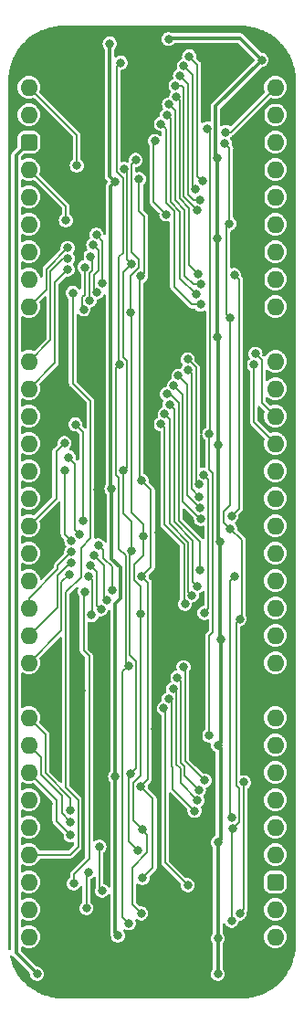
<source format=gbr>
%TF.GenerationSoftware,KiCad,Pcbnew,7.0.5*%
%TF.CreationDate,2024-01-25T17:04:26+02:00*%
%TF.ProjectId,Video Address Counter,56696465-6f20-4416-9464-726573732043,rev?*%
%TF.SameCoordinates,Original*%
%TF.FileFunction,Copper,L2,Bot*%
%TF.FilePolarity,Positive*%
%FSLAX46Y46*%
G04 Gerber Fmt 4.6, Leading zero omitted, Abs format (unit mm)*
G04 Created by KiCad (PCBNEW 7.0.5) date 2024-01-25 17:04:26*
%MOMM*%
%LPD*%
G01*
G04 APERTURE LIST*
G04 Aperture macros list*
%AMRoundRect*
0 Rectangle with rounded corners*
0 $1 Rounding radius*
0 $2 $3 $4 $5 $6 $7 $8 $9 X,Y pos of 4 corners*
0 Add a 4 corners polygon primitive as box body*
4,1,4,$2,$3,$4,$5,$6,$7,$8,$9,$2,$3,0*
0 Add four circle primitives for the rounded corners*
1,1,$1+$1,$2,$3*
1,1,$1+$1,$4,$5*
1,1,$1+$1,$6,$7*
1,1,$1+$1,$8,$9*
0 Add four rect primitives between the rounded corners*
20,1,$1+$1,$2,$3,$4,$5,0*
20,1,$1+$1,$4,$5,$6,$7,0*
20,1,$1+$1,$6,$7,$8,$9,0*
20,1,$1+$1,$8,$9,$2,$3,0*%
G04 Aperture macros list end*
%TA.AperFunction,ComponentPad*%
%ADD10O,1.600000X1.600000*%
%TD*%
%TA.AperFunction,ComponentPad*%
%ADD11R,1.600000X1.600000*%
%TD*%
%TA.AperFunction,ComponentPad*%
%ADD12RoundRect,0.400000X-0.400000X-0.400000X0.400000X-0.400000X0.400000X0.400000X-0.400000X0.400000X0*%
%TD*%
%TA.AperFunction,ViaPad*%
%ADD13C,0.800000*%
%TD*%
%TA.AperFunction,Conductor*%
%ADD14C,0.380000*%
%TD*%
%TA.AperFunction,Conductor*%
%ADD15C,0.200000*%
%TD*%
G04 APERTURE END LIST*
D10*
%TO.P,J1,64,Pin_64*%
%TO.N,/Advance Pixel*%
X97665000Y-48260000D03*
%TO.P,J1,63,Pin_63*%
%TO.N,unconnected-(J1-Pin_63-Pad63)*%
X97665000Y-50800000D03*
%TO.P,J1,62,Pin_62*%
%TO.N,unconnected-(J1-Pin_62-Pad62)*%
X97665000Y-53340000D03*
%TO.P,J1,61,Pin_61*%
%TO.N,unconnected-(J1-Pin_61-Pad61)*%
X97665000Y-55880000D03*
%TO.P,J1,60,Pin_60*%
%TO.N,unconnected-(J1-Pin_60-Pad60)*%
X97665000Y-58420000D03*
%TO.P,J1,59,Pin_59*%
%TO.N,/A0*%
X97665000Y-60960000D03*
%TO.P,J1,58,Pin_58*%
%TO.N,/A1*%
X97665000Y-63500000D03*
%TO.P,J1,57,Pin_57*%
%TO.N,/A2*%
X97665000Y-66040000D03*
%TO.P,J1,56,Pin_56*%
%TO.N,/A3*%
X97665000Y-68580000D03*
D11*
%TO.P,J1,55,Pin_55*%
%TO.N,/GND*%
X97665000Y-71120000D03*
D10*
%TO.P,J1,54,Pin_54*%
%TO.N,/A4*%
X97665000Y-73660000D03*
%TO.P,J1,53,Pin_53*%
%TO.N,/A5*%
X97665000Y-76200000D03*
%TO.P,J1,52,Pin_52*%
%TO.N,/A6*%
X97665000Y-78740000D03*
%TO.P,J1,51,Pin_51*%
%TO.N,/A7*%
X97665000Y-81280000D03*
%TO.P,J1,50,Pin_50*%
%TO.N,/A8*%
X97665000Y-83820000D03*
%TO.P,J1,49,Pin_49*%
%TO.N,/A9*%
X97665000Y-86360000D03*
%TO.P,J1,48,Pin_48*%
%TO.N,/A10*%
X97665000Y-88900000D03*
%TO.P,J1,47,Pin_47*%
%TO.N,/A11*%
X97665000Y-91440000D03*
%TO.P,J1,46,Pin_46*%
%TO.N,/A12*%
X97665000Y-93980000D03*
%TO.P,J1,45,Pin_45*%
%TO.N,/A13*%
X97665000Y-96520000D03*
%TO.P,J1,44,Pin_44*%
%TO.N,/A14*%
X97665000Y-99060000D03*
%TO.P,J1,43,Pin_43*%
%TO.N,/A15*%
X97665000Y-101600000D03*
D11*
%TO.P,J1,42,Pin_42*%
%TO.N,/GND*%
X97665000Y-104140000D03*
D10*
%TO.P,J1,41,Pin_41*%
%TO.N,/A16*%
X97665000Y-106680000D03*
%TO.P,J1,40,Pin_40*%
%TO.N,/A17*%
X97665000Y-109220000D03*
%TO.P,J1,39,Pin_39*%
%TO.N,/A18*%
X97665000Y-111760000D03*
%TO.P,J1,38,Pin_38*%
%TO.N,/A19*%
X97665000Y-114300000D03*
%TO.P,J1,37,Pin_37*%
%TO.N,/A20*%
X97665000Y-116840000D03*
%TO.P,J1,36,Pin_36*%
%TO.N,unconnected-(J1-Pin_36-Pad36)*%
X97665000Y-119380000D03*
D12*
%TO.P,J1,35,Pin_35*%
%TO.N,/5V*%
X97665000Y-121920000D03*
D10*
%TO.P,J1,34,Pin_34*%
%TO.N,unconnected-(J1-Pin_34-Pad34)*%
X97665000Y-124460000D03*
%TO.P,J1,33,Pin_33*%
%TO.N,unconnected-(J1-Pin_33-Pad33)*%
X97665000Y-127000000D03*
%TO.P,J1,32,Pin_32*%
%TO.N,/Address ~{OE}*%
X74805000Y-127000000D03*
%TO.P,J1,31,Pin_31*%
%TO.N,/Latch Bank*%
X74805000Y-124460000D03*
%TO.P,J1,30,Pin_30*%
%TO.N,/Latch High*%
X74805000Y-121920000D03*
%TO.P,J1,29,Pin_29*%
%TO.N,/Latch Low*%
X74805000Y-119380000D03*
%TO.P,J1,28,Pin_28*%
%TO.N,/L20*%
X74805000Y-116840000D03*
%TO.P,J1,27,Pin_27*%
%TO.N,/L19*%
X74805000Y-114300000D03*
%TO.P,J1,26,Pin_26*%
%TO.N,/L18*%
X74805000Y-111760000D03*
%TO.P,J1,25,Pin_25*%
%TO.N,/L17*%
X74805000Y-109220000D03*
%TO.P,J1,24,Pin_24*%
%TO.N,/L16*%
X74805000Y-106680000D03*
D11*
%TO.P,J1,23,Pin_23*%
%TO.N,/GND*%
X74805000Y-104140000D03*
D10*
%TO.P,J1,22,Pin_22*%
%TO.N,/L15*%
X74805000Y-101600000D03*
%TO.P,J1,21,Pin_21*%
%TO.N,/L14*%
X74805000Y-99060000D03*
%TO.P,J1,20,Pin_20*%
%TO.N,/L13*%
X74805000Y-96520000D03*
%TO.P,J1,19,Pin_19*%
%TO.N,/L12*%
X74805000Y-93980000D03*
%TO.P,J1,18,Pin_18*%
%TO.N,/L11*%
X74805000Y-91440000D03*
%TO.P,J1,17,Pin_17*%
%TO.N,/~{Pixel CLK}*%
X74805000Y-88900000D03*
%TO.P,J1,16,Pin_16*%
%TO.N,/Pixel CLK*%
X74805000Y-86360000D03*
%TO.P,J1,15,Pin_15*%
%TO.N,/L10*%
X74805000Y-83820000D03*
%TO.P,J1,14,Pin_14*%
%TO.N,/L9*%
X74805000Y-81280000D03*
%TO.P,J1,13,Pin_13*%
%TO.N,/L8*%
X74805000Y-78740000D03*
%TO.P,J1,12,Pin_12*%
%TO.N,/L7*%
X74805000Y-76200000D03*
%TO.P,J1,11,Pin_11*%
%TO.N,/L6*%
X74805000Y-73660000D03*
D11*
%TO.P,J1,10,Pin_10*%
%TO.N,/GND*%
X74805000Y-71120000D03*
D10*
%TO.P,J1,9,Pin_9*%
%TO.N,/L5*%
X74805000Y-68580000D03*
%TO.P,J1,8,Pin_8*%
%TO.N,/L4*%
X74805000Y-66040000D03*
%TO.P,J1,7,Pin_7*%
%TO.N,/L3*%
X74805000Y-63500000D03*
%TO.P,J1,6,Pin_6*%
%TO.N,/L2*%
X74805000Y-60960000D03*
%TO.P,J1,5,Pin_5*%
%TO.N,/L1*%
X74805000Y-58420000D03*
%TO.P,J1,4,Pin_4*%
%TO.N,/L0*%
X74805000Y-55880000D03*
D12*
%TO.P,J1,3,Pin_3*%
%TO.N,/5V*%
X74805000Y-53340000D03*
D10*
%TO.P,J1,2,Pin_2*%
%TO.N,/~{Horizontal Blank}*%
X74805000Y-50800000D03*
%TO.P,J1,1,Pin_1*%
%TO.N,/~{Reset}*%
X74805000Y-48260000D03*
%TD*%
D13*
%TO.N,/GND*%
X79692994Y-104140000D03*
X76583000Y-114681000D03*
X78996000Y-95758000D03*
%TO.N,/Latch Low*%
X78869000Y-67310000D03*
%TO.N,/Latch High*%
X78960500Y-122047000D03*
X79991520Y-94990431D03*
%TO.N,/Latch Bank*%
X80139000Y-124333000D03*
X80300250Y-120989791D03*
%TO.N,/L16*%
X78677000Y-115297926D03*
%TO.N,/L17*%
X78677000Y-116377449D03*
%TO.N,/L18*%
X78677000Y-117588689D03*
%TO.N,/3.3V*%
X87758994Y-43787000D03*
X92317627Y-62300220D03*
X92331000Y-109219994D03*
X92542000Y-90376138D03*
X92317627Y-71432375D03*
X92585000Y-99441000D03*
X83060008Y-126873000D03*
X82806000Y-57023000D03*
X92330996Y-81407000D03*
X92317627Y-54845244D03*
X92331000Y-130429000D03*
X92331000Y-127127000D03*
X82469002Y-85466101D03*
X82298000Y-44196000D03*
X96395000Y-45720000D03*
X82808540Y-112129447D03*
X92328125Y-118265000D03*
%TO.N,/GND*%
X80520000Y-57150000D03*
X81282000Y-99441000D03*
X84203000Y-51566000D03*
X81790000Y-128524000D03*
X86362000Y-71247010D03*
X78170500Y-121094500D03*
X96522000Y-44069000D03*
X81155000Y-112522000D03*
X89918000Y-118110008D03*
X86125118Y-44780947D03*
X81536000Y-71120000D03*
X78488000Y-66294000D03*
X80520000Y-51562000D03*
X86561986Y-107756779D03*
X86870000Y-89535000D03*
X89737504Y-88445496D03*
X90299000Y-109347000D03*
X86214000Y-80264000D03*
X87886000Y-99441000D03*
X90172000Y-128524000D03*
X88013000Y-97155000D03*
X81220000Y-85534500D03*
X86362000Y-61595000D03*
X81282000Y-104139992D03*
%TO.N,/5V*%
X75567000Y-130429000D03*
%TO.N,/L0*%
X78234000Y-60579000D03*
%TO.N,/L5*%
X78395344Y-63129588D03*
%TO.N,/L6*%
X78423874Y-64129184D03*
%TO.N,/L7*%
X78394365Y-65147451D03*
%TO.N,/LC7*%
X79885000Y-68834002D03*
X79974365Y-64934635D03*
%TO.N,/LC6*%
X80533822Y-63916941D03*
X80456081Y-68009246D03*
%TO.N,/LC5*%
X80774000Y-62865000D03*
X81112000Y-67248951D03*
%TO.N,/LC4*%
X81067941Y-61909174D03*
X81608570Y-66380951D03*
%TO.N,/~{Reset}*%
X84208540Y-111907625D03*
X83588570Y-83799649D03*
X84901367Y-118999000D03*
X83630000Y-55813773D03*
X84329992Y-91186000D03*
X84330000Y-64643000D03*
X79250006Y-55499000D03*
%TO.N,/Pixel CLK*%
X85284000Y-84735000D03*
X85192947Y-65759953D03*
X85284008Y-93575000D03*
X85346000Y-121539008D03*
X85176451Y-113046500D03*
X85030000Y-56769000D03*
%TO.N,/Advance Pixel*%
X87556394Y-60043000D03*
X93064303Y-52410306D03*
X86507751Y-53224859D03*
%TO.N,/~{Horizontal Blank}*%
X93728000Y-116967000D03*
X92971480Y-53461512D03*
X94363000Y-97536000D03*
X93408999Y-60887956D03*
X93474000Y-89154000D03*
X93601000Y-125515000D03*
X93474016Y-69596000D03*
%TO.N,/C3*%
X90444708Y-59629306D03*
X88413722Y-48101870D03*
%TO.N,/C2*%
X90704284Y-58663580D03*
X88811962Y-47184587D03*
%TO.N,/C1*%
X90273923Y-57727734D03*
X89183861Y-46256311D03*
%TO.N,/C0*%
X90883498Y-56935000D03*
X89668500Y-45381594D03*
%TO.N,/TC_{0..3}*%
X85432023Y-89858818D03*
X85219000Y-124815000D03*
X84711000Y-54991000D03*
X85157000Y-97028000D03*
X85348875Y-117066000D03*
X84269000Y-69088008D03*
%TO.N,/C7*%
X90730520Y-68397268D03*
X87056461Y-51648392D03*
%TO.N,/C6*%
X87615957Y-50819556D03*
X90299000Y-67437000D03*
%TO.N,/C5*%
X90796703Y-66529134D03*
X87797095Y-49836096D03*
%TO.N,/C4*%
X90518275Y-65561162D03*
X88474032Y-49100052D03*
%TO.N,/TC_{4..7}*%
X93601000Y-87985000D03*
X93855000Y-65659000D03*
%TO.N,/L8*%
X79123000Y-79502000D03*
X79804000Y-88392000D03*
%TO.N,/L9*%
X78488000Y-82550000D03*
X79504000Y-89662000D03*
%TO.N,/L10*%
X78742137Y-90316545D03*
X78107000Y-83762996D03*
%TO.N,/L13*%
X78740186Y-91316546D03*
%TO.N,/L14*%
X78759192Y-92316368D03*
%TO.N,/L15*%
X78585369Y-93379302D03*
%TO.N,/LC15*%
X80378403Y-93559820D03*
X80618093Y-97174266D03*
%TO.N,/LC14*%
X81484029Y-96644566D03*
X80547614Y-92574237D03*
%TO.N,/LC13*%
X82044000Y-95758000D03*
X80814379Y-91610473D03*
%TO.N,/LC12*%
X81232069Y-90701881D03*
X82505507Y-94822504D03*
%TO.N,/C11*%
X88245628Y-75920098D03*
X90742000Y-88253221D03*
%TO.N,/C10*%
X88671755Y-74995000D03*
X90689895Y-87243525D03*
%TO.N,/C9*%
X89550203Y-74468437D03*
X90615156Y-86218215D03*
%TO.N,/C8*%
X90587190Y-85070429D03*
X89539995Y-73468486D03*
%TO.N,/TC_{8..11}*%
X91057516Y-96966000D03*
X91000603Y-84160424D03*
%TO.N,/C15*%
X87050379Y-79474000D03*
X89283000Y-96139000D03*
%TO.N,/C14*%
X89908403Y-95343628D03*
X87406016Y-78539373D03*
%TO.N,/C13*%
X90426000Y-94488000D03*
X87854217Y-77645438D03*
%TO.N,/C12*%
X90698718Y-93036752D03*
X87595105Y-76679588D03*
%TO.N,/TC_{12..15}*%
X93855000Y-93625114D03*
X93626976Y-115925000D03*
%TO.N,/LC20*%
X81347000Y-118628281D03*
X81589141Y-122710000D03*
%TO.N,/C19*%
X90172000Y-115316000D03*
X87783000Y-104922738D03*
%TO.N,/C18*%
X90450573Y-114350622D03*
X88183000Y-104002820D03*
%TO.N,/C17*%
X90577711Y-113358734D03*
X88583000Y-102946865D03*
%TO.N,/C16*%
X89146495Y-101986119D03*
X91092626Y-112501490D03*
%TO.N,/TC_{16..19}*%
X94363000Y-124815000D03*
X94744000Y-112675000D03*
%TO.N,/C20*%
X89537000Y-122215000D03*
X87316364Y-105807190D03*
%TO.N,/Address ~{OE}*%
X83188570Y-73914000D03*
X84057000Y-101854000D03*
X83314000Y-45974000D03*
X84076000Y-125730000D03*
%TO.N,/~{Pixel CLK}*%
X91541000Y-108331010D03*
X91540996Y-80391004D03*
X91327984Y-52084990D03*
X78107000Y-81236788D03*
%TO.N,/A7*%
X95687014Y-73980220D03*
%TO.N,/A6*%
X95821996Y-72961504D03*
%TD*%
D14*
%TO.N,/GND*%
X81155000Y-99568000D02*
X81282000Y-99441000D01*
X81282000Y-104139992D02*
X81155000Y-104012992D01*
X81155000Y-104012992D02*
X81155000Y-99568000D01*
X81155000Y-112522000D02*
X81155000Y-104266992D01*
X81155000Y-104266992D02*
X81282000Y-104139992D01*
X79867000Y-104314006D02*
X79692994Y-104140000D01*
X79867000Y-119398000D02*
X79867000Y-104314006D01*
D15*
%TO.N,/Latch High*%
X79885000Y-95096951D02*
X79991520Y-94990431D01*
X79885000Y-100457000D02*
X79885000Y-95096951D01*
X80393000Y-100965000D02*
X79885000Y-100457000D01*
X80393000Y-119761000D02*
X80393000Y-100965000D01*
X78960500Y-121193500D02*
X80393000Y-119761000D01*
D14*
%TO.N,/GND*%
X78170500Y-121094500D02*
X79867000Y-119398000D01*
D15*
%TO.N,/Latch High*%
X78960500Y-122047000D02*
X78960500Y-121193500D01*
%TO.N,/Latch Low*%
X78615000Y-119380000D02*
X74805000Y-119380000D01*
X79377000Y-118618000D02*
X78615000Y-119380000D01*
X79377000Y-114300000D02*
X79377000Y-118618000D01*
X78234000Y-113157000D02*
X79377000Y-114300000D01*
X79631000Y-90932000D02*
X79631000Y-93662500D01*
X79631000Y-93662500D02*
X78234000Y-95059500D01*
X78234000Y-95059500D02*
X78234000Y-113157000D01*
X80520000Y-90043000D02*
X79631000Y-90932000D01*
X80520000Y-77343000D02*
X80520000Y-90043000D01*
X78869000Y-75692000D02*
X80520000Y-77343000D01*
X78869000Y-67310000D02*
X78869000Y-75692000D01*
%TO.N,/L16*%
X78677000Y-114165686D02*
X78677000Y-115297926D01*
X76329000Y-111817686D02*
X78677000Y-114165686D01*
%TO.N,/L17*%
X77852000Y-115552449D02*
X78677000Y-116377449D01*
%TO.N,/L16*%
X76329000Y-108204000D02*
X76329000Y-111817686D01*
%TO.N,/L17*%
X77852000Y-113906372D02*
X77852000Y-115552449D01*
X75929000Y-111983372D02*
X77852000Y-113906372D01*
X75929000Y-110344000D02*
X75929000Y-111983372D01*
%TO.N,/L16*%
X74805000Y-106680000D02*
X76329000Y-108204000D01*
%TO.N,/L17*%
X74805000Y-109220000D02*
X75929000Y-110344000D01*
%TO.N,/L18*%
X77345000Y-116256689D02*
X78677000Y-117588689D01*
X74805000Y-111760000D02*
X77345000Y-114300000D01*
X77345000Y-114300000D02*
X77345000Y-116256689D01*
%TO.N,/L15*%
X78580698Y-93379302D02*
X78585369Y-93379302D01*
X77834000Y-94126000D02*
X78580698Y-93379302D01*
X77834000Y-98571000D02*
X77834000Y-94126000D01*
X74805000Y-101600000D02*
X77834000Y-98571000D01*
%TO.N,/L14*%
X77434000Y-93540721D02*
X78658353Y-92316368D01*
X77434000Y-96431000D02*
X77434000Y-93540721D01*
X74805000Y-99060000D02*
X77434000Y-96431000D01*
X78658353Y-92316368D02*
X78759192Y-92316368D01*
D14*
%TO.N,/GND*%
X81536000Y-85218500D02*
X81220000Y-85534500D01*
X81536000Y-71120000D02*
X81536000Y-85218500D01*
D15*
%TO.N,/L13*%
X77498123Y-92910913D02*
X77498123Y-92558609D01*
X74805000Y-96520000D02*
X74805000Y-95604036D01*
X74805000Y-95604036D02*
X77498123Y-92910913D01*
X77498123Y-92558609D02*
X78740186Y-91316546D01*
%TO.N,/LC14*%
X81112000Y-93138623D02*
X80547614Y-92574237D01*
%TO.N,/LC15*%
X80712000Y-93893417D02*
X80378403Y-93559820D01*
%TO.N,/LC14*%
X81112000Y-96272537D02*
X81112000Y-93138623D01*
X81484029Y-96644566D02*
X81112000Y-96272537D01*
%TO.N,/LC13*%
X82044000Y-95758000D02*
X81805507Y-95519507D01*
%TO.N,/LC15*%
X80618093Y-97174266D02*
X80712000Y-97080359D01*
%TO.N,/LC12*%
X82505507Y-92676327D02*
X81683887Y-91854707D01*
X81683887Y-91153699D02*
X81232069Y-90701881D01*
X82505507Y-94822504D02*
X82505507Y-92676327D01*
%TO.N,/LC13*%
X81805507Y-92601601D02*
X80814379Y-91610473D01*
%TO.N,/LC15*%
X80712000Y-97080359D02*
X80712000Y-93893417D01*
%TO.N,/LC12*%
X81683887Y-91854707D02*
X81683887Y-91153699D01*
%TO.N,/LC13*%
X81805507Y-95519507D02*
X81805507Y-92601601D01*
D14*
%TO.N,/GND*%
X78170500Y-124904500D02*
X78170500Y-121094500D01*
X81790000Y-128524000D02*
X78170500Y-124904500D01*
D15*
%TO.N,/Latch Bank*%
X80139000Y-121151041D02*
X80300250Y-120989791D01*
X80139000Y-124333000D02*
X80139000Y-121151041D01*
D14*
%TO.N,/3.3V*%
X82806000Y-57023000D02*
X82298000Y-56515000D01*
X82298000Y-56515000D02*
X82298000Y-44196000D01*
X92117984Y-49997016D02*
X92117984Y-54645601D01*
X83060008Y-126873000D02*
X82808540Y-126621532D01*
X82469002Y-85466101D02*
X82469002Y-91946858D01*
X82398570Y-85395669D02*
X82469002Y-85466101D01*
X96395000Y-45720000D02*
X92117984Y-49997016D01*
X82398570Y-57430430D02*
X82398570Y-85395669D01*
X82469002Y-91946858D02*
X83294000Y-92771856D01*
X92276994Y-62259587D02*
X92317627Y-62300220D01*
X92276994Y-54885877D02*
X92276994Y-62259587D01*
X92117984Y-54645601D02*
X92317627Y-54845244D01*
X92331000Y-118267875D02*
X92328125Y-118265000D01*
X83294000Y-92771856D02*
X83294000Y-94493768D01*
X92542000Y-99060000D02*
X92585000Y-99103000D01*
X92330996Y-81407000D02*
X92330996Y-71445744D01*
X92332000Y-90166138D02*
X92542000Y-90376138D01*
X92331000Y-109219994D02*
X92585000Y-109473994D01*
X92585000Y-99103000D02*
X92585000Y-99441000D01*
X92331000Y-130429000D02*
X92331000Y-118267875D01*
X92542000Y-90376138D02*
X92542000Y-99060000D01*
X83295507Y-94495275D02*
X83295507Y-95623722D01*
X82806000Y-57023000D02*
X82398570Y-57430430D01*
X92585000Y-109473994D02*
X92585000Y-118008125D01*
X92291079Y-71405827D02*
X92317627Y-71432375D01*
X82808540Y-96110689D02*
X82808540Y-112129447D01*
X92585000Y-108965994D02*
X92585000Y-99441000D01*
X92585000Y-118008125D02*
X92328125Y-118265000D01*
X83295507Y-95623722D02*
X82808540Y-96110689D01*
X82808540Y-126621532D02*
X82808540Y-112129447D01*
X92330996Y-71445744D02*
X92317627Y-71432375D01*
X83294000Y-94493768D02*
X83295507Y-94495275D01*
X92332000Y-81408004D02*
X92332000Y-90166138D01*
X96395000Y-45720000D02*
X94363000Y-43688000D01*
X92317627Y-62300220D02*
X92291079Y-62326768D01*
X87857994Y-43688000D02*
X87758994Y-43787000D01*
X92331000Y-109219994D02*
X92585000Y-108965994D01*
X92291079Y-62326768D02*
X92291079Y-71405827D01*
X94363000Y-43688000D02*
X87857994Y-43688000D01*
X92330996Y-81407000D02*
X92332000Y-81408004D01*
X92317627Y-54845244D02*
X92276994Y-54885877D01*
%TO.N,/GND*%
X84203000Y-51566000D02*
X85854000Y-49915000D01*
X97665000Y-71120000D02*
X98855000Y-72310000D01*
X88013000Y-91821000D02*
X86870000Y-90678000D01*
X90172000Y-128524000D02*
X81790000Y-128524000D01*
X98093000Y-49610000D02*
X97172085Y-49610000D01*
X98855000Y-102950000D02*
X97665000Y-104140000D01*
X86362000Y-71247010D02*
X86362000Y-77470000D01*
X91950000Y-116078008D02*
X89918000Y-118110008D01*
X86362000Y-77470000D02*
X85854000Y-77978000D01*
X85854000Y-77978000D02*
X85854000Y-79904000D01*
X86362000Y-101092000D02*
X86362000Y-107556793D01*
X96475000Y-69930000D02*
X97665000Y-71120000D01*
X98855000Y-48848000D02*
X98093000Y-49610000D01*
X86870000Y-80920000D02*
X86870000Y-89535000D01*
X88013000Y-97155000D02*
X88013000Y-99441000D01*
X86362000Y-107556793D02*
X86561986Y-107756779D01*
X98855000Y-46402000D02*
X98855000Y-48848000D01*
X80520000Y-57150000D02*
X80520000Y-51562000D01*
X90299000Y-109347000D02*
X91950000Y-110998000D01*
X96522000Y-44069000D02*
X98855000Y-46402000D01*
X85854000Y-49915000D02*
X85854000Y-45052065D01*
X88013000Y-99441000D02*
X86362000Y-101092000D01*
X86214000Y-80264000D02*
X86870000Y-80920000D01*
X96475000Y-50307085D02*
X96475000Y-69930000D01*
X86362000Y-61595000D02*
X86362000Y-71247010D01*
X85854000Y-45052065D02*
X86125118Y-44780947D01*
X91950000Y-110998000D02*
X91950000Y-116078008D01*
X98855000Y-72310000D02*
X98855000Y-102950000D01*
X88013000Y-97155000D02*
X88013000Y-91821000D01*
X97172085Y-49610000D02*
X96475000Y-50307085D01*
X85854000Y-79904000D02*
X86214000Y-80264000D01*
X86870000Y-90678000D02*
X86870000Y-89535000D01*
%TO.N,/5V*%
X73615000Y-128477000D02*
X75567000Y-130429000D01*
X74805000Y-53340000D02*
X73615000Y-54530000D01*
X73615000Y-54530000D02*
X73615000Y-128477000D01*
D15*
%TO.N,/L0*%
X78234000Y-60579000D02*
X78234000Y-59309000D01*
X78234000Y-59309000D02*
X74805000Y-55880000D01*
%TO.N,/L5*%
X76418000Y-65106932D02*
X78395344Y-63129588D01*
X76418000Y-66967000D02*
X76418000Y-65106932D01*
X74805000Y-68580000D02*
X76418000Y-66967000D01*
%TO.N,/L6*%
X76818000Y-65297000D02*
X77985816Y-64129184D01*
X76818000Y-71647000D02*
X76818000Y-65297000D01*
X74805000Y-73660000D02*
X76818000Y-71647000D01*
X77985816Y-64129184D02*
X78423874Y-64129184D01*
%TO.N,/L7*%
X74805000Y-76200000D02*
X77218000Y-73787000D01*
X77218000Y-66323816D02*
X78394365Y-65147451D01*
X77218000Y-73787000D02*
X77218000Y-66323816D01*
%TO.N,/LC7*%
X79756081Y-67719296D02*
X79974365Y-67501012D01*
X79974365Y-67501012D02*
X79974365Y-64934635D01*
X79756081Y-68705083D02*
X79756081Y-67719296D01*
X79885000Y-68834002D02*
X79756081Y-68705083D01*
%TO.N,/LC6*%
X80412000Y-65486950D02*
X80712000Y-65186950D01*
X80456081Y-68009246D02*
X80412000Y-67965165D01*
X80712000Y-65186950D02*
X80712000Y-64095119D01*
X80412000Y-67965165D02*
X80412000Y-65486950D01*
X80712000Y-64095119D02*
X80533822Y-63916941D01*
%TO.N,/LC5*%
X80774000Y-62865000D02*
X81233822Y-63324822D01*
X80812000Y-66948951D02*
X81112000Y-67248951D01*
X81233822Y-65230814D02*
X80812000Y-65652636D01*
X81233822Y-63324822D02*
X81233822Y-65230814D01*
X80812000Y-65652636D02*
X80812000Y-66948951D01*
%TO.N,/LC4*%
X81633822Y-66355699D02*
X81608570Y-66380951D01*
X81633822Y-62475055D02*
X81633822Y-66355699D01*
X81067941Y-61909174D02*
X81633822Y-62475055D01*
%TO.N,/~{Reset}*%
X79250006Y-52705006D02*
X79250006Y-55499000D01*
X83888570Y-83499649D02*
X83588570Y-83799649D01*
X84184000Y-94125117D02*
X84185507Y-94126626D01*
X84076000Y-118173633D02*
X84901367Y-118999000D01*
X84184000Y-91331992D02*
X84184000Y-94125117D01*
X84185507Y-100878192D02*
X84757000Y-101449685D01*
X84185507Y-94126626D02*
X84185507Y-100878192D01*
X83930000Y-64243000D02*
X84330000Y-64643000D01*
X84329992Y-88518992D02*
X83569002Y-87758002D01*
X83888570Y-73624050D02*
X83888570Y-83499649D01*
X84329992Y-91186000D02*
X84329992Y-88518992D01*
X83569000Y-73304480D02*
X83888570Y-73624050D01*
X84757000Y-111359165D02*
X84208540Y-111907625D01*
X84208540Y-111907625D02*
X84076000Y-112040165D01*
X74805000Y-48260000D02*
X79250006Y-52705006D01*
X84329992Y-91186000D02*
X84184000Y-91331992D01*
X83569000Y-65404000D02*
X83569000Y-73304480D01*
X83630000Y-55813773D02*
X83930000Y-56113773D01*
X84076000Y-112040165D02*
X84076000Y-118173633D01*
X83569002Y-87758002D02*
X83569002Y-83819217D01*
X84757000Y-101449685D02*
X84757000Y-111359165D01*
X84330000Y-64643000D02*
X83569000Y-65404000D01*
X83930000Y-56113773D02*
X83930000Y-64243000D01*
X83569002Y-83819217D02*
X83588570Y-83799649D01*
%TO.N,/Pixel CLK*%
X86132023Y-85583023D02*
X86132023Y-92726985D01*
X85473000Y-65479900D02*
X85192947Y-65759953D01*
X85176451Y-113046500D02*
X86300000Y-114170049D01*
X85284000Y-84735000D02*
X86132023Y-85583023D01*
X85861999Y-94152991D02*
X85861999Y-112360952D01*
X86132023Y-92726985D02*
X85284008Y-93575000D01*
X85092000Y-84543000D02*
X85284000Y-84735000D01*
X86300000Y-120585008D02*
X85346000Y-121539008D01*
X85030000Y-59755000D02*
X85473000Y-60198000D01*
X86300000Y-114170049D02*
X86300000Y-120585008D01*
X85192947Y-65759953D02*
X85092000Y-65860900D01*
X85473000Y-60198000D02*
X85473000Y-65479900D01*
X85092000Y-65860900D02*
X85092000Y-84543000D01*
X85284008Y-93575000D02*
X85861999Y-94152991D01*
X85861999Y-112360952D02*
X85176451Y-113046500D01*
X85030000Y-56769000D02*
X85030000Y-59755000D01*
%TO.N,/Advance Pixel*%
X86366789Y-53365821D02*
X86507751Y-53224859D01*
X97665000Y-48260000D02*
X93514694Y-52410306D01*
X86366789Y-58853395D02*
X86366789Y-53365821D01*
X87556394Y-60043000D02*
X86366789Y-58853395D01*
X93514694Y-52410306D02*
X93064303Y-52410306D01*
%TO.N,/~{Horizontal Blank}*%
X93408999Y-60887956D02*
X93155000Y-61141955D01*
X93155000Y-69276984D02*
X93474016Y-69596000D01*
X93601000Y-125515000D02*
X93601000Y-117094000D01*
X94363000Y-97536000D02*
X94555000Y-97344000D01*
X93601000Y-117094000D02*
X93728000Y-116967000D01*
X94044000Y-112964950D02*
X94344000Y-113264950D01*
X92901000Y-88581000D02*
X93474000Y-89154000D01*
X94363000Y-97536000D02*
X94044000Y-97855000D01*
X94555000Y-90235000D02*
X93474000Y-89154000D01*
X93408999Y-60887956D02*
X93408999Y-53899031D01*
X93408999Y-53899031D02*
X92971480Y-53461512D01*
X93474016Y-69596000D02*
X93474016Y-87021034D01*
X94344000Y-116351000D02*
X93728000Y-116967000D01*
X94044000Y-97855000D02*
X94044000Y-112964950D01*
X93474016Y-87021034D02*
X92901000Y-87594050D01*
X92901000Y-87594050D02*
X92901000Y-88581000D01*
X94344000Y-113264950D02*
X94344000Y-116351000D01*
X94555000Y-97344000D02*
X94555000Y-90235000D01*
X93155000Y-61141955D02*
X93155000Y-69276984D01*
%TO.N,/C3*%
X88962411Y-48101870D02*
X88413722Y-48101870D01*
X90444708Y-59629306D02*
X89173923Y-58358521D01*
X89173923Y-58358521D02*
X89173923Y-48313382D01*
X89173923Y-48313382D02*
X88962411Y-48101870D01*
%TO.N,/C2*%
X89573923Y-47946548D02*
X88811962Y-47184587D01*
X90060630Y-58663580D02*
X89573923Y-58176873D01*
X90704284Y-58663580D02*
X90060630Y-58663580D01*
X89573923Y-58176873D02*
X89573923Y-47946548D01*
%TO.N,/C1*%
X90026000Y-57479811D02*
X90026000Y-47098450D01*
X90026000Y-47098450D02*
X89183861Y-46256311D01*
X90273923Y-57727734D02*
X90026000Y-57479811D01*
%TO.N,/C0*%
X90883498Y-56935000D02*
X90426000Y-56477502D01*
X90426000Y-46139094D02*
X89668500Y-45381594D01*
X90426000Y-56477502D02*
X90426000Y-46139094D01*
%TO.N,/TC_{0..3}*%
X85157000Y-97028000D02*
X85157000Y-94532431D01*
X84269000Y-65693950D02*
X85030000Y-64932950D01*
X85432023Y-88789709D02*
X85432023Y-89858818D01*
X84584000Y-92456000D02*
X85432023Y-91607977D01*
X84269000Y-69088008D02*
X84288570Y-69107578D01*
X84392000Y-120561950D02*
X85792000Y-119161950D01*
X85030000Y-64932950D02*
X85030000Y-64226050D01*
X85792000Y-117509125D02*
X85348875Y-117066000D01*
X85219000Y-124815000D02*
X84392000Y-123988000D01*
X85792000Y-119161950D02*
X85792000Y-117509125D01*
X85030000Y-64226050D02*
X84330000Y-63526050D01*
X85157000Y-112076000D02*
X84476000Y-112757000D01*
X84584000Y-93959431D02*
X84584000Y-92456000D01*
X84330000Y-63526050D02*
X84330000Y-55372000D01*
X84288570Y-87646256D02*
X85432023Y-88789709D01*
X84476000Y-116193125D02*
X85348875Y-117066000D01*
X84269000Y-69088008D02*
X84269000Y-65693950D01*
X84288570Y-69107578D02*
X84288570Y-87646256D01*
X84392000Y-123988000D02*
X84392000Y-120561950D01*
X85157000Y-94532431D02*
X84584000Y-93959431D01*
X84476000Y-112757000D02*
X84476000Y-116193125D01*
X85157000Y-97028000D02*
X85157000Y-112076000D01*
X84330000Y-55372000D02*
X84711000Y-54991000D01*
X85432023Y-91607977D02*
X85432023Y-89858818D01*
%TO.N,/C7*%
X88257467Y-59745795D02*
X87505000Y-58993328D01*
X90730520Y-68397268D02*
X89896629Y-68397268D01*
X89896629Y-68397268D02*
X88257467Y-66758106D01*
X87505000Y-52096931D02*
X87056461Y-51648392D01*
X88257467Y-66758106D02*
X88257467Y-59745795D01*
X87505000Y-58993328D02*
X87505000Y-52096931D01*
%TO.N,/C6*%
X87973922Y-58896565D02*
X87973922Y-51177521D01*
X88845000Y-65983000D02*
X88845000Y-59767643D01*
X88845000Y-59767643D02*
X87973922Y-58896565D01*
X90299000Y-67437000D02*
X88845000Y-65983000D01*
X87973922Y-51177521D02*
X87615957Y-50819556D01*
%TO.N,/C5*%
X89245000Y-59601958D02*
X88373922Y-58730880D01*
X88373922Y-50412923D02*
X87797095Y-49836096D01*
X88373922Y-58730880D02*
X88373922Y-50412923D01*
X90796703Y-66529134D02*
X90052184Y-66529134D01*
X90052184Y-66529134D02*
X89245000Y-65721950D01*
X89245000Y-65721950D02*
X89245000Y-59601958D01*
%TO.N,/C4*%
X88773922Y-49399942D02*
X88474032Y-49100052D01*
X90518275Y-65561162D02*
X89645000Y-64687887D01*
X88773922Y-58565194D02*
X88773922Y-49399942D01*
X89645000Y-59436272D02*
X88773922Y-58565194D01*
X89645000Y-64687887D02*
X89645000Y-59436272D01*
%TO.N,/TC_{4..7}*%
X94301000Y-66105000D02*
X94301000Y-87285000D01*
X94301000Y-87285000D02*
X93601000Y-87985000D01*
X93855000Y-65659000D02*
X94301000Y-66105000D01*
%TO.N,/L8*%
X79804000Y-80183000D02*
X79123000Y-79502000D01*
X79804000Y-88392000D02*
X79804000Y-80183000D01*
%TO.N,/L9*%
X79104000Y-89262000D02*
X79104000Y-83166000D01*
X79504000Y-89662000D02*
X79104000Y-89262000D01*
X79104000Y-83166000D02*
X78488000Y-82550000D01*
%TO.N,/L10*%
X78107000Y-89681408D02*
X78742137Y-90316545D01*
X78107000Y-83762996D02*
X78107000Y-89681408D01*
%TO.N,/C11*%
X89087191Y-86630771D02*
X90709641Y-88253221D01*
X89087191Y-76761661D02*
X89087191Y-86630771D01*
X90709641Y-88253221D02*
X90742000Y-88253221D01*
X88245628Y-75920098D02*
X89087191Y-76761661D01*
%TO.N,/C10*%
X89499000Y-80760680D02*
X89499000Y-75822245D01*
X90689895Y-87243525D02*
X90650516Y-87243525D01*
X89487190Y-86080199D02*
X89487190Y-80772490D01*
X90650516Y-87243525D02*
X89487190Y-86080199D01*
X89487190Y-80772490D02*
X89499000Y-80760680D01*
X89499000Y-75822245D02*
X88671755Y-74995000D01*
%TO.N,/C9*%
X89899000Y-80926366D02*
X89899000Y-74817234D01*
X90615156Y-86218215D02*
X89887190Y-85490249D01*
X89899000Y-74817234D02*
X89550203Y-74468437D01*
X89887190Y-80938176D02*
X89899000Y-80926366D01*
X89887190Y-85490249D02*
X89887190Y-80938176D01*
%TO.N,/C8*%
X90299000Y-84782239D02*
X90299000Y-74227491D01*
X90587190Y-85070429D02*
X90299000Y-84782239D01*
X90299000Y-74227491D02*
X89539995Y-73468486D01*
%TO.N,/TC_{8..11}*%
X91442000Y-84601821D02*
X91442000Y-93110662D01*
X91473374Y-93142036D02*
X91473374Y-93721936D01*
X91473374Y-93721936D02*
X91442000Y-93753310D01*
X91442000Y-96581516D02*
X91057516Y-96966000D01*
X91442000Y-93110662D02*
X91473374Y-93142036D01*
X91000603Y-84160424D02*
X91442000Y-84601821D01*
X91442000Y-93753310D02*
X91442000Y-96581516D01*
%TO.N,/C15*%
X89283000Y-96139000D02*
X89199000Y-96055000D01*
X89199000Y-90594000D02*
X87378000Y-88773000D01*
X89199000Y-96055000D02*
X89199000Y-90594000D01*
X87378000Y-88773000D02*
X87378000Y-79801621D01*
X87378000Y-79801621D02*
X87050379Y-79474000D01*
%TO.N,/C14*%
X87886000Y-88715314D02*
X87886000Y-79019357D01*
X87886000Y-79019357D02*
X87406016Y-78539373D01*
X89599000Y-90428314D02*
X87886000Y-88715314D01*
X89908403Y-95343628D02*
X89599000Y-95034225D01*
X89599000Y-95034225D02*
X89599000Y-90428314D01*
%TO.N,/C13*%
X88286000Y-88549628D02*
X88286000Y-78077221D01*
X89999000Y-94061000D02*
X89999000Y-90262628D01*
X88286000Y-78077221D02*
X87854217Y-77645438D01*
X89999000Y-90262628D02*
X88286000Y-88549628D01*
X90426000Y-94488000D02*
X89999000Y-94061000D01*
%TO.N,/C12*%
X88686000Y-88383942D02*
X90698718Y-90396660D01*
X87878317Y-76679588D02*
X88686000Y-77487271D01*
X88686000Y-77487271D02*
X88686000Y-88383942D01*
X90698718Y-90396660D02*
X90698718Y-93036752D01*
X87595105Y-76679588D02*
X87878317Y-76679588D01*
%TO.N,/TC_{12..15}*%
X93626976Y-115925000D02*
X93482706Y-115780730D01*
X93482706Y-93997408D02*
X93855000Y-93625114D01*
X93482706Y-115780730D02*
X93482706Y-93997408D01*
%TO.N,/LC20*%
X81347000Y-118628281D02*
X81347000Y-122467859D01*
X81347000Y-122467859D02*
X81589141Y-122710000D01*
%TO.N,/C19*%
X88134814Y-113278814D02*
X88134814Y-111240733D01*
X88083000Y-111188919D02*
X88083000Y-105222738D01*
X88083000Y-105222738D02*
X87783000Y-104922738D01*
X88134814Y-111240733D02*
X88083000Y-111188919D01*
X90172000Y-115316000D02*
X88134814Y-113278814D01*
%TO.N,/C18*%
X88864000Y-111404235D02*
X88483000Y-111023234D01*
X88483000Y-104302820D02*
X88183000Y-104002820D01*
X88483000Y-111023234D02*
X88483000Y-104302820D01*
X88864000Y-112764049D02*
X88864000Y-111404235D01*
X90450573Y-114350622D02*
X88864000Y-112764049D01*
%TO.N,/C17*%
X88883000Y-103246865D02*
X88583000Y-102946865D01*
X88883000Y-110857549D02*
X88883000Y-103246865D01*
X89264000Y-112045023D02*
X89264000Y-111238550D01*
X90577711Y-113358734D02*
X89264000Y-112045023D01*
X89264000Y-111238550D02*
X88883000Y-110857549D01*
%TO.N,/C16*%
X89283000Y-110691864D02*
X91092626Y-112501490D01*
X89283000Y-102122624D02*
X89283000Y-110691864D01*
X89146495Y-101986119D02*
X89283000Y-102122624D01*
%TO.N,/TC_{16..19}*%
X94363000Y-124815000D02*
X94744000Y-124434000D01*
X94744000Y-124434000D02*
X94744000Y-112675000D01*
%TO.N,/C20*%
X87432320Y-105923146D02*
X87316364Y-105807190D01*
X89537000Y-122215000D02*
X87432320Y-120110320D01*
X87432320Y-120110320D02*
X87432320Y-105923146D01*
%TO.N,/Address ~{OE}*%
X83169002Y-91014952D02*
X83169002Y-84455601D01*
X82888570Y-74214000D02*
X83188570Y-73914000D01*
X83530000Y-56703723D02*
X83530000Y-63590100D01*
X83484000Y-125138000D02*
X83484000Y-117146364D01*
X82888570Y-84175169D02*
X82888570Y-74214000D01*
X83484000Y-117146364D02*
X83508540Y-117121825D01*
X83169000Y-73894430D02*
X83188570Y-73914000D01*
X83785507Y-94292311D02*
X83784000Y-94290803D01*
X83784000Y-91629950D02*
X83169002Y-91014952D01*
X83508540Y-117121825D02*
X83508540Y-102402460D01*
X82930000Y-46358000D02*
X82930000Y-56103723D01*
X83169000Y-63951100D02*
X83169000Y-73894430D01*
X83314000Y-45974000D02*
X82930000Y-46358000D01*
X84076000Y-125730000D02*
X83484000Y-125138000D01*
X83784000Y-94290803D02*
X83784000Y-91629950D01*
X83785507Y-101582507D02*
X83785507Y-94292311D01*
X83530000Y-63590100D02*
X83169000Y-63951100D01*
X82930000Y-56103723D02*
X83530000Y-56703723D01*
X83508540Y-102402460D02*
X84057000Y-101854000D01*
X84057000Y-101854000D02*
X83785507Y-101582507D01*
X83169002Y-84455601D02*
X82888570Y-84175169D01*
%TO.N,/~{Pixel CLK}*%
X91541000Y-99071050D02*
X91541000Y-108331010D01*
X91617627Y-80314373D02*
X91617627Y-52374633D01*
X74805000Y-88900000D02*
X77345000Y-86360000D01*
X91540996Y-83710867D02*
X91842000Y-84011871D01*
X77345000Y-81998788D02*
X78107000Y-81236788D01*
X91842000Y-84011871D02*
X91842000Y-92944976D01*
X91617627Y-52374633D02*
X91327984Y-52084990D01*
X77345000Y-86360000D02*
X77345000Y-81998788D01*
X91873374Y-98738676D02*
X91541000Y-99071050D01*
X91873374Y-92976351D02*
X91873374Y-98738676D01*
X91842000Y-92944976D02*
X91873374Y-92976351D01*
X91540996Y-80391004D02*
X91617627Y-80314373D01*
X91540996Y-80391004D02*
X91540996Y-83710867D01*
%TO.N,/A7*%
X95687014Y-79302014D02*
X95687014Y-73980220D01*
X97665000Y-81280000D02*
X95687014Y-79302014D01*
%TO.N,/A6*%
X97665000Y-78740000D02*
X96387000Y-77462000D01*
X96387000Y-73526508D02*
X95821996Y-72961504D01*
X96387000Y-77462000D02*
X96387000Y-73526508D01*
%TD*%
%TA.AperFunction,Conductor*%
%TO.N,/GND*%
G36*
X89241703Y-87281410D02*
G01*
X89248181Y-87287442D01*
X90057806Y-88097067D01*
X90091291Y-88158390D01*
X90093221Y-88199694D01*
X90086722Y-88253221D01*
X90105762Y-88410039D01*
X90160868Y-88555338D01*
X90161780Y-88557744D01*
X90251517Y-88687751D01*
X90369760Y-88792504D01*
X90369762Y-88792505D01*
X90509634Y-88865917D01*
X90663014Y-88903721D01*
X90663015Y-88903721D01*
X90820985Y-88903721D01*
X90937825Y-88874923D01*
X91007628Y-88877992D01*
X91064690Y-88918312D01*
X91090895Y-88983082D01*
X91091500Y-88995320D01*
X91091500Y-89994398D01*
X91071815Y-90061437D01*
X91019011Y-90107192D01*
X90949853Y-90117136D01*
X90886297Y-90088111D01*
X90879819Y-90082079D01*
X89072819Y-88275079D01*
X89039334Y-88213756D01*
X89036500Y-88187398D01*
X89036500Y-87375123D01*
X89056185Y-87308084D01*
X89108989Y-87262329D01*
X89178147Y-87252385D01*
X89241703Y-87281410D01*
G37*
%TD.AperFunction*%
%TA.AperFunction,Conductor*%
G36*
X94491279Y-42545552D02*
G01*
X94707547Y-42554497D01*
X94912732Y-42563456D01*
X94917654Y-42563870D01*
X95135758Y-42591057D01*
X95340849Y-42618058D01*
X95345420Y-42618837D01*
X95560328Y-42663898D01*
X95762714Y-42708766D01*
X95766969Y-42709869D01*
X95977452Y-42772533D01*
X96175378Y-42834939D01*
X96179180Y-42836277D01*
X96383346Y-42915943D01*
X96384439Y-42916383D01*
X96520777Y-42972856D01*
X96575763Y-42995632D01*
X96579246Y-42997202D01*
X96776123Y-43093450D01*
X96777341Y-43094064D01*
X96907930Y-43162045D01*
X96961061Y-43189704D01*
X96964170Y-43191437D01*
X97152329Y-43303555D01*
X97153839Y-43304485D01*
X97328516Y-43415767D01*
X97331203Y-43417580D01*
X97422094Y-43482475D01*
X97509439Y-43544838D01*
X97511155Y-43546109D01*
X97675405Y-43672142D01*
X97677733Y-43674019D01*
X97844843Y-43815554D01*
X97846648Y-43817143D01*
X97999328Y-43957049D01*
X98001255Y-43958893D01*
X98156104Y-44113742D01*
X98157942Y-44115662D01*
X98231557Y-44195999D01*
X98297844Y-44268338D01*
X98299444Y-44270155D01*
X98440979Y-44437265D01*
X98442856Y-44439593D01*
X98568889Y-44603843D01*
X98570160Y-44605559D01*
X98697412Y-44783786D01*
X98699233Y-44786484D01*
X98810490Y-44961123D01*
X98811443Y-44962669D01*
X98923561Y-45150828D01*
X98925294Y-45153937D01*
X99020896Y-45337583D01*
X99021582Y-45338942D01*
X99069529Y-45437019D01*
X99117786Y-45535731D01*
X99119366Y-45539235D01*
X99198596Y-45730512D01*
X99199074Y-45731701D01*
X99228722Y-45807680D01*
X99278708Y-45935785D01*
X99280072Y-45939657D01*
X99342463Y-46137540D01*
X99405124Y-46348013D01*
X99406232Y-46352286D01*
X99451103Y-46554682D01*
X99496157Y-46769559D01*
X99496947Y-46774192D01*
X99523943Y-46979252D01*
X99551126Y-47197322D01*
X99551543Y-47202288D01*
X99560518Y-47407843D01*
X99569447Y-47623718D01*
X99569500Y-47626280D01*
X99569500Y-127633719D01*
X99569447Y-127636281D01*
X99560518Y-127852156D01*
X99551543Y-128057710D01*
X99551126Y-128062676D01*
X99523943Y-128280746D01*
X99496947Y-128485806D01*
X99496157Y-128490439D01*
X99451103Y-128705316D01*
X99406232Y-128907712D01*
X99405124Y-128911985D01*
X99342463Y-129122458D01*
X99280072Y-129320341D01*
X99278700Y-129324237D01*
X99199074Y-129528297D01*
X99198596Y-129529486D01*
X99119366Y-129720763D01*
X99117786Y-129724267D01*
X99021602Y-129921016D01*
X99020896Y-129922415D01*
X98925294Y-130106061D01*
X98923561Y-130109170D01*
X98811443Y-130297329D01*
X98810472Y-130298905D01*
X98699244Y-130473497D01*
X98697412Y-130476212D01*
X98570160Y-130654439D01*
X98568889Y-130656155D01*
X98442856Y-130820405D01*
X98440979Y-130822733D01*
X98299444Y-130989843D01*
X98297844Y-130991660D01*
X98157952Y-131144325D01*
X98156082Y-131146279D01*
X98001279Y-131301082D01*
X97999325Y-131302952D01*
X97846660Y-131442844D01*
X97844843Y-131444444D01*
X97677733Y-131585979D01*
X97675405Y-131587856D01*
X97511155Y-131713889D01*
X97509439Y-131715160D01*
X97331212Y-131842412D01*
X97328497Y-131844244D01*
X97153905Y-131955472D01*
X97152329Y-131956443D01*
X96964170Y-132068561D01*
X96961061Y-132070294D01*
X96777415Y-132165896D01*
X96776016Y-132166602D01*
X96579267Y-132262786D01*
X96575763Y-132264366D01*
X96384486Y-132343596D01*
X96383297Y-132344074D01*
X96179237Y-132423700D01*
X96175341Y-132425072D01*
X95977458Y-132487463D01*
X95766985Y-132550124D01*
X95762712Y-132551232D01*
X95560316Y-132596103D01*
X95345439Y-132641157D01*
X95340806Y-132641947D01*
X95135746Y-132668943D01*
X94917676Y-132696126D01*
X94912710Y-132696543D01*
X94707266Y-132705513D01*
X94497125Y-132714205D01*
X94491280Y-132714447D01*
X94488720Y-132714500D01*
X77981280Y-132714500D01*
X77978719Y-132714447D01*
X77972264Y-132714180D01*
X77762732Y-132705513D01*
X77557288Y-132696543D01*
X77552322Y-132696126D01*
X77334252Y-132668943D01*
X77129192Y-132641947D01*
X77124559Y-132641157D01*
X76909682Y-132596103D01*
X76707286Y-132551232D01*
X76703013Y-132550124D01*
X76492540Y-132487463D01*
X76294657Y-132425072D01*
X76290785Y-132423708D01*
X76158255Y-132371995D01*
X76086701Y-132344074D01*
X76085512Y-132343596D01*
X75894235Y-132264366D01*
X75890731Y-132262786D01*
X75836184Y-132236119D01*
X75693942Y-132166582D01*
X75692583Y-132165896D01*
X75508937Y-132070294D01*
X75505828Y-132068561D01*
X75317669Y-131956443D01*
X75316123Y-131955490D01*
X75141494Y-131844239D01*
X75138786Y-131842412D01*
X74960559Y-131715160D01*
X74958843Y-131713889D01*
X74794593Y-131587856D01*
X74792265Y-131585979D01*
X74625155Y-131444444D01*
X74623338Y-131442844D01*
X74470673Y-131302952D01*
X74468742Y-131301104D01*
X74313893Y-131146255D01*
X74312059Y-131144339D01*
X74172143Y-130991648D01*
X74170554Y-130989843D01*
X74029019Y-130822733D01*
X74027142Y-130820405D01*
X73901109Y-130656155D01*
X73899838Y-130654439D01*
X73772580Y-130476203D01*
X73770771Y-130473522D01*
X73659485Y-130298839D01*
X73658555Y-130297329D01*
X73546437Y-130109170D01*
X73544704Y-130106061D01*
X73486613Y-129994471D01*
X73449064Y-129922341D01*
X73448450Y-129921123D01*
X73352202Y-129724246D01*
X73350632Y-129720763D01*
X73271402Y-129529486D01*
X73270943Y-129528346D01*
X73191277Y-129324180D01*
X73189939Y-129320378D01*
X73127529Y-129122438D01*
X73116648Y-129085890D01*
X73064869Y-128911969D01*
X73063766Y-128907712D01*
X73053590Y-128861811D01*
X73058298Y-128792102D01*
X73099947Y-128736003D01*
X73165314Y-128711326D01*
X73233645Y-128725907D01*
X73262332Y-128747293D01*
X73296876Y-128781837D01*
X73298459Y-128783481D01*
X73337250Y-128825287D01*
X73344516Y-128831081D01*
X73343978Y-128831754D01*
X73356072Y-128841033D01*
X74876998Y-130361959D01*
X74910483Y-130423282D01*
X74912413Y-130434693D01*
X74930763Y-130585819D01*
X74956787Y-130654439D01*
X74986780Y-130733523D01*
X75076517Y-130863530D01*
X75194760Y-130968283D01*
X75194762Y-130968284D01*
X75334634Y-131041696D01*
X75488014Y-131079500D01*
X75488015Y-131079500D01*
X75645985Y-131079500D01*
X75799365Y-131041696D01*
X75898161Y-130989843D01*
X75939240Y-130968283D01*
X76057483Y-130863530D01*
X76147220Y-130733523D01*
X76203237Y-130585818D01*
X76222278Y-130429000D01*
X76203237Y-130272182D01*
X76147220Y-130124477D01*
X76057483Y-129994470D01*
X75939240Y-129889717D01*
X75939238Y-129889716D01*
X75939237Y-129889715D01*
X75799365Y-129816303D01*
X75645986Y-129778500D01*
X75645985Y-129778500D01*
X75590823Y-129778500D01*
X75523784Y-129758815D01*
X75503142Y-129742181D01*
X74091819Y-128330857D01*
X74058334Y-128269534D01*
X74055500Y-128243176D01*
X74055500Y-127997414D01*
X74075185Y-127930375D01*
X74127989Y-127884620D01*
X74197147Y-127874676D01*
X74237950Y-127888054D01*
X74401046Y-127975232D01*
X74599066Y-128035300D01*
X74599065Y-128035300D01*
X74617529Y-128037118D01*
X74805000Y-128055583D01*
X75010934Y-128035300D01*
X75208954Y-127975232D01*
X75391450Y-127877685D01*
X75551410Y-127746410D01*
X75682685Y-127586450D01*
X75780232Y-127403954D01*
X75840300Y-127205934D01*
X75860583Y-127000000D01*
X75840300Y-126794066D01*
X75780232Y-126596046D01*
X75682685Y-126413550D01*
X75617168Y-126333717D01*
X75551410Y-126253589D01*
X75415351Y-126141930D01*
X75391450Y-126122315D01*
X75208954Y-126024768D01*
X75010934Y-125964700D01*
X75010932Y-125964699D01*
X75010934Y-125964699D01*
X74805000Y-125944417D01*
X74599067Y-125964699D01*
X74401041Y-126024769D01*
X74237953Y-126111943D01*
X74169551Y-126126185D01*
X74104307Y-126101185D01*
X74062936Y-126044880D01*
X74055500Y-126002585D01*
X74055500Y-125457414D01*
X74075185Y-125390375D01*
X74127989Y-125344620D01*
X74197147Y-125334676D01*
X74237950Y-125348054D01*
X74401046Y-125435232D01*
X74599066Y-125495300D01*
X74599065Y-125495300D01*
X74617529Y-125497118D01*
X74805000Y-125515583D01*
X75010934Y-125495300D01*
X75208954Y-125435232D01*
X75391450Y-125337685D01*
X75551410Y-125206410D01*
X75682685Y-125046450D01*
X75780232Y-124863954D01*
X75840300Y-124665934D01*
X75860583Y-124460000D01*
X75840300Y-124254066D01*
X75780232Y-124056046D01*
X75682685Y-123873550D01*
X75610579Y-123785688D01*
X75551410Y-123713589D01*
X75433677Y-123616969D01*
X75391450Y-123582315D01*
X75208954Y-123484768D01*
X75010934Y-123424700D01*
X75010932Y-123424699D01*
X75010934Y-123424699D01*
X74805000Y-123404417D01*
X74599067Y-123424699D01*
X74401041Y-123484769D01*
X74237953Y-123571943D01*
X74169551Y-123586185D01*
X74104307Y-123561185D01*
X74062936Y-123504880D01*
X74055500Y-123462585D01*
X74055500Y-122917414D01*
X74075185Y-122850375D01*
X74127989Y-122804620D01*
X74197147Y-122794676D01*
X74237950Y-122808054D01*
X74401046Y-122895232D01*
X74599066Y-122955300D01*
X74599065Y-122955300D01*
X74617529Y-122957118D01*
X74805000Y-122975583D01*
X75010934Y-122955300D01*
X75208954Y-122895232D01*
X75391450Y-122797685D01*
X75551410Y-122666410D01*
X75682685Y-122506450D01*
X75780232Y-122323954D01*
X75840300Y-122125934D01*
X75860583Y-121920000D01*
X75840300Y-121714066D01*
X75780232Y-121516046D01*
X75682685Y-121333550D01*
X75601385Y-121234485D01*
X75551410Y-121173589D01*
X75402792Y-121051623D01*
X75391450Y-121042315D01*
X75208954Y-120944768D01*
X75010934Y-120884700D01*
X75010932Y-120884699D01*
X75010934Y-120884699D01*
X74805000Y-120864417D01*
X74599067Y-120884699D01*
X74401041Y-120944769D01*
X74237953Y-121031943D01*
X74169551Y-121046185D01*
X74104307Y-121021185D01*
X74062936Y-120964880D01*
X74055500Y-120922585D01*
X74055500Y-120377414D01*
X74075185Y-120310375D01*
X74127989Y-120264620D01*
X74197147Y-120254676D01*
X74237950Y-120268054D01*
X74401046Y-120355232D01*
X74599066Y-120415300D01*
X74599065Y-120415300D01*
X74617529Y-120417118D01*
X74805000Y-120435583D01*
X75010934Y-120415300D01*
X75208954Y-120355232D01*
X75391450Y-120257685D01*
X75551410Y-120126410D01*
X75682685Y-119966450D01*
X75773768Y-119796046D01*
X75822732Y-119746202D01*
X75883127Y-119730500D01*
X78565789Y-119730500D01*
X78591234Y-119733138D01*
X78600315Y-119735043D01*
X78616005Y-119733087D01*
X78632939Y-119730977D01*
X78640615Y-119730500D01*
X78644035Y-119730500D01*
X78644040Y-119730500D01*
X78653303Y-119728954D01*
X78664278Y-119727123D01*
X78666811Y-119726753D01*
X78716393Y-119720573D01*
X78716399Y-119720569D01*
X78723451Y-119718470D01*
X78730377Y-119716092D01*
X78730381Y-119716092D01*
X78759266Y-119700459D01*
X78774329Y-119692308D01*
X78776590Y-119691143D01*
X78821484Y-119669198D01*
X78821487Y-119669194D01*
X78827453Y-119664935D01*
X78833254Y-119660419D01*
X78833258Y-119660418D01*
X78867101Y-119623653D01*
X78868849Y-119621831D01*
X79590043Y-118900636D01*
X79609894Y-118884516D01*
X79617669Y-118879437D01*
X79637864Y-118853488D01*
X79642942Y-118847737D01*
X79645375Y-118845306D01*
X79657301Y-118828600D01*
X79658804Y-118826584D01*
X79689517Y-118787126D01*
X79689519Y-118787117D01*
X79693017Y-118780655D01*
X79696241Y-118774063D01*
X79704489Y-118746357D01*
X79710506Y-118726144D01*
X79711264Y-118723777D01*
X79727500Y-118676488D01*
X79727500Y-118676481D01*
X79728706Y-118669258D01*
X79729617Y-118661951D01*
X79727553Y-118612041D01*
X79727500Y-118609478D01*
X79727500Y-114349206D01*
X79730139Y-114323760D01*
X79732042Y-114314685D01*
X79729782Y-114296561D01*
X79727977Y-114282068D01*
X79727500Y-114274391D01*
X79727500Y-114270963D01*
X79727499Y-114270957D01*
X79724123Y-114250728D01*
X79723753Y-114248188D01*
X79722418Y-114237484D01*
X79717573Y-114198607D01*
X79717572Y-114198604D01*
X79715481Y-114191579D01*
X79713091Y-114184616D01*
X79691348Y-114144440D01*
X79689313Y-114140681D01*
X79688157Y-114138437D01*
X79674949Y-114111418D01*
X79666200Y-114093519D01*
X79661919Y-114087524D01*
X79657420Y-114081744D01*
X79657418Y-114081742D01*
X79620642Y-114047887D01*
X79618820Y-114046138D01*
X78620819Y-113048136D01*
X78587334Y-112986813D01*
X78584500Y-112960455D01*
X78584500Y-95256043D01*
X78604185Y-95189004D01*
X78620814Y-95168367D01*
X79191032Y-94598149D01*
X79252352Y-94564666D01*
X79322043Y-94569650D01*
X79377977Y-94611521D01*
X79402394Y-94676986D01*
X79394652Y-94729802D01*
X79355283Y-94833609D01*
X79355283Y-94833611D01*
X79336242Y-94990430D01*
X79336242Y-94990431D01*
X79355282Y-95147249D01*
X79377064Y-95204682D01*
X79411300Y-95294954D01*
X79501037Y-95424961D01*
X79501040Y-95424963D01*
X79503311Y-95427527D01*
X79504384Y-95429810D01*
X79505298Y-95431134D01*
X79505078Y-95431285D01*
X79533036Y-95490759D01*
X79534500Y-95509759D01*
X79534500Y-100407788D01*
X79531861Y-100433232D01*
X79529957Y-100442311D01*
X79529957Y-100442317D01*
X79534023Y-100474937D01*
X79534500Y-100482614D01*
X79534500Y-100486040D01*
X79537232Y-100502420D01*
X79537876Y-100506276D01*
X79538245Y-100508808D01*
X79544427Y-100558393D01*
X79546520Y-100565426D01*
X79548907Y-100572379D01*
X79548908Y-100572381D01*
X79556608Y-100586609D01*
X79572691Y-100616330D01*
X79573864Y-100618608D01*
X79595802Y-100663484D01*
X79595804Y-100663486D01*
X79600071Y-100669464D01*
X79604582Y-100675259D01*
X79641341Y-100709098D01*
X79643190Y-100710872D01*
X80006181Y-101073863D01*
X80039666Y-101135186D01*
X80042500Y-101161544D01*
X80042500Y-119564455D01*
X80022815Y-119631494D01*
X80006181Y-119652136D01*
X78747455Y-120910861D01*
X78727606Y-120926982D01*
X78719831Y-120932062D01*
X78699643Y-120957998D01*
X78694567Y-120963748D01*
X78692134Y-120966181D01*
X78692124Y-120966194D01*
X78680195Y-120982901D01*
X78678664Y-120984953D01*
X78647983Y-121024372D01*
X78644475Y-121030853D01*
X78641261Y-121037431D01*
X78641260Y-121037433D01*
X78641260Y-121037434D01*
X78627006Y-121085309D01*
X78626225Y-121087746D01*
X78609999Y-121135012D01*
X78608794Y-121142233D01*
X78607882Y-121149546D01*
X78609947Y-121199448D01*
X78610000Y-121202010D01*
X78610000Y-121432649D01*
X78590315Y-121499688D01*
X78568228Y-121525462D01*
X78529836Y-121559476D01*
X78470016Y-121612471D01*
X78380281Y-121742475D01*
X78380280Y-121742476D01*
X78324262Y-121890181D01*
X78305222Y-122046999D01*
X78305222Y-122047000D01*
X78324262Y-122203818D01*
X78351437Y-122275471D01*
X78380280Y-122351523D01*
X78470017Y-122481530D01*
X78588260Y-122586283D01*
X78588262Y-122586284D01*
X78728134Y-122659696D01*
X78881514Y-122697500D01*
X78881515Y-122697500D01*
X79039485Y-122697500D01*
X79192865Y-122659696D01*
X79212238Y-122649528D01*
X79332740Y-122586283D01*
X79450983Y-122481530D01*
X79540720Y-122351523D01*
X79548558Y-122330854D01*
X79590736Y-122275152D01*
X79656333Y-122251095D01*
X79724524Y-122266322D01*
X79773657Y-122315998D01*
X79788500Y-122374826D01*
X79788500Y-123718649D01*
X79768815Y-123785688D01*
X79746728Y-123811462D01*
X79739560Y-123817814D01*
X79648516Y-123898471D01*
X79558781Y-124028475D01*
X79558780Y-124028476D01*
X79502762Y-124176181D01*
X79483722Y-124332999D01*
X79483722Y-124333000D01*
X79502762Y-124489818D01*
X79545735Y-124603126D01*
X79558780Y-124637523D01*
X79648517Y-124767530D01*
X79766760Y-124872283D01*
X79766762Y-124872284D01*
X79906634Y-124945696D01*
X80060014Y-124983500D01*
X80060015Y-124983500D01*
X80217985Y-124983500D01*
X80371365Y-124945696D01*
X80379447Y-124941454D01*
X80511240Y-124872283D01*
X80629483Y-124767530D01*
X80719220Y-124637523D01*
X80775237Y-124489818D01*
X80794278Y-124333000D01*
X80787323Y-124275715D01*
X80775237Y-124176181D01*
X80744851Y-124096060D01*
X80719220Y-124028477D01*
X80629483Y-123898470D01*
X80531272Y-123811463D01*
X80494147Y-123752276D01*
X80489500Y-123718649D01*
X80489500Y-121700075D01*
X80509185Y-121633036D01*
X80555872Y-121590280D01*
X80672490Y-121529074D01*
X80790274Y-121424727D01*
X80853506Y-121395007D01*
X80922770Y-121404191D01*
X80976073Y-121449363D01*
X80996493Y-121516183D01*
X80996500Y-121517544D01*
X80996500Y-122415504D01*
X80988442Y-122459475D01*
X80952904Y-122553181D01*
X80933863Y-122709999D01*
X80933863Y-122710000D01*
X80952903Y-122866818D01*
X80994153Y-122975583D01*
X81008921Y-123014523D01*
X81098658Y-123144530D01*
X81216901Y-123249283D01*
X81216903Y-123249284D01*
X81356775Y-123322696D01*
X81510155Y-123360500D01*
X81510156Y-123360500D01*
X81668126Y-123360500D01*
X81821506Y-123322696D01*
X81821506Y-123322695D01*
X81961381Y-123249283D01*
X82079624Y-123144530D01*
X82110465Y-123099847D01*
X82141990Y-123054177D01*
X82196272Y-123010186D01*
X82265721Y-123002526D01*
X82328286Y-123033629D01*
X82364103Y-123093620D01*
X82368040Y-123124616D01*
X82368040Y-126593303D01*
X82367650Y-126600251D01*
X82363374Y-126638188D01*
X82365267Y-126648189D01*
X82373978Y-126694230D01*
X82374361Y-126696484D01*
X82382855Y-126752837D01*
X82385314Y-126760812D01*
X82388060Y-126768657D01*
X82388061Y-126768659D01*
X82388062Y-126768663D01*
X82393771Y-126779465D01*
X82407693Y-126847932D01*
X82407237Y-126852352D01*
X82404730Y-126873000D01*
X82423770Y-127029818D01*
X82460627Y-127127000D01*
X82479788Y-127177523D01*
X82569525Y-127307530D01*
X82687768Y-127412283D01*
X82687770Y-127412284D01*
X82827642Y-127485696D01*
X82981022Y-127523500D01*
X82981023Y-127523500D01*
X83138993Y-127523500D01*
X83292373Y-127485696D01*
X83292372Y-127485696D01*
X83432248Y-127412283D01*
X83550491Y-127307530D01*
X83640228Y-127177523D01*
X83696245Y-127029818D01*
X83715286Y-126873000D01*
X83709152Y-126822477D01*
X83696245Y-126716181D01*
X83650964Y-126596786D01*
X83640228Y-126568477D01*
X83566090Y-126461069D01*
X83544207Y-126394714D01*
X83561673Y-126327063D01*
X83612940Y-126279593D01*
X83681734Y-126267376D01*
X83725766Y-126280833D01*
X83843634Y-126342696D01*
X83997014Y-126380500D01*
X83997015Y-126380500D01*
X84154985Y-126380500D01*
X84308365Y-126342696D01*
X84338151Y-126327063D01*
X84448240Y-126269283D01*
X84566483Y-126164530D01*
X84656220Y-126034523D01*
X84712237Y-125886818D01*
X84731278Y-125730000D01*
X84724213Y-125671818D01*
X84712237Y-125573182D01*
X84712236Y-125573182D01*
X84691099Y-125517447D01*
X84685733Y-125447787D01*
X84718880Y-125386280D01*
X84780018Y-125352459D01*
X84849736Y-125357060D01*
X84864663Y-125363679D01*
X84986635Y-125427696D01*
X85063324Y-125446597D01*
X85140014Y-125465500D01*
X85140015Y-125465500D01*
X85297985Y-125465500D01*
X85451365Y-125427696D01*
X85455593Y-125425477D01*
X85591240Y-125354283D01*
X85709483Y-125249530D01*
X85799220Y-125119523D01*
X85855237Y-124971818D01*
X85874278Y-124815000D01*
X85855617Y-124661307D01*
X85855237Y-124658181D01*
X85829404Y-124590067D01*
X85799220Y-124510477D01*
X85709483Y-124380470D01*
X85591240Y-124275717D01*
X85591238Y-124275716D01*
X85591237Y-124275715D01*
X85451365Y-124202303D01*
X85297986Y-124164500D01*
X85297985Y-124164500D01*
X85140015Y-124164500D01*
X85140014Y-124164500D01*
X85132568Y-124165404D01*
X85132177Y-124162188D01*
X85076782Y-124159519D01*
X85029723Y-124130042D01*
X84909439Y-124009758D01*
X84778819Y-123879137D01*
X84745334Y-123817814D01*
X84742500Y-123791456D01*
X84742500Y-122148929D01*
X84762185Y-122081890D01*
X84814989Y-122036135D01*
X84884147Y-122026191D01*
X84947703Y-122055216D01*
X84948727Y-122056114D01*
X84973759Y-122078290D01*
X84973761Y-122078292D01*
X85113634Y-122151704D01*
X85267014Y-122189508D01*
X85267015Y-122189508D01*
X85424985Y-122189508D01*
X85578365Y-122151704D01*
X85583652Y-122148929D01*
X85718240Y-122078291D01*
X85836483Y-121973538D01*
X85926220Y-121843531D01*
X85982237Y-121695826D01*
X86001278Y-121539008D01*
X85991274Y-121456624D01*
X86002734Y-121387703D01*
X86026686Y-121354001D01*
X86513043Y-120867644D01*
X86532894Y-120851524D01*
X86540669Y-120846445D01*
X86560864Y-120820496D01*
X86565942Y-120814745D01*
X86568375Y-120812314D01*
X86580301Y-120795608D01*
X86581804Y-120793592D01*
X86612517Y-120754134D01*
X86612519Y-120754125D01*
X86616017Y-120747663D01*
X86619241Y-120741071D01*
X86620576Y-120736585D01*
X86633506Y-120693152D01*
X86634264Y-120690785D01*
X86650500Y-120643496D01*
X86650500Y-120643489D01*
X86651706Y-120636266D01*
X86652617Y-120628959D01*
X86650553Y-120579049D01*
X86650500Y-120576486D01*
X86650500Y-114219255D01*
X86653139Y-114193809D01*
X86653531Y-114191939D01*
X86655042Y-114184734D01*
X86652782Y-114166610D01*
X86650977Y-114152117D01*
X86650500Y-114144440D01*
X86650500Y-114141012D01*
X86650499Y-114141006D01*
X86650065Y-114138407D01*
X86647119Y-114120755D01*
X86646753Y-114118237D01*
X86643672Y-114093519D01*
X86640573Y-114068656D01*
X86640572Y-114068653D01*
X86638481Y-114061628D01*
X86636091Y-114054665D01*
X86612317Y-114010737D01*
X86611157Y-114008486D01*
X86597949Y-113981467D01*
X86589200Y-113963568D01*
X86584919Y-113957573D01*
X86580420Y-113951793D01*
X86560896Y-113933820D01*
X86543642Y-113917936D01*
X86541820Y-113916187D01*
X85857140Y-113231507D01*
X85823655Y-113170184D01*
X85821725Y-113128884D01*
X85831729Y-113046500D01*
X85821725Y-112964117D01*
X85833185Y-112895196D01*
X85857137Y-112861494D01*
X86075045Y-112643586D01*
X86094901Y-112627463D01*
X86102668Y-112622389D01*
X86122872Y-112596429D01*
X86127940Y-112590691D01*
X86130374Y-112588259D01*
X86142332Y-112571507D01*
X86143799Y-112569541D01*
X86174516Y-112530078D01*
X86174518Y-112530070D01*
X86178005Y-112523627D01*
X86181233Y-112517024D01*
X86181238Y-112517018D01*
X86195500Y-112469107D01*
X86196258Y-112466742D01*
X86212499Y-112419440D01*
X86212499Y-112419433D01*
X86213704Y-112412213D01*
X86214616Y-112404904D01*
X86212552Y-112355003D01*
X86212499Y-112352441D01*
X86212499Y-105807190D01*
X86661086Y-105807190D01*
X86680126Y-105964008D01*
X86729256Y-106093550D01*
X86736144Y-106111713D01*
X86825881Y-106241720D01*
X86944124Y-106346473D01*
X87015448Y-106383907D01*
X87065658Y-106432490D01*
X87081820Y-106493702D01*
X87081820Y-120061108D01*
X87079181Y-120086552D01*
X87077277Y-120095631D01*
X87077277Y-120095637D01*
X87081343Y-120128257D01*
X87081820Y-120135934D01*
X87081820Y-120139360D01*
X87084552Y-120155740D01*
X87085196Y-120159596D01*
X87085565Y-120162128D01*
X87091747Y-120211713D01*
X87093840Y-120218746D01*
X87096227Y-120225699D01*
X87096228Y-120225701D01*
X87103928Y-120239929D01*
X87120011Y-120269650D01*
X87121184Y-120271928D01*
X87143122Y-120316804D01*
X87143124Y-120316806D01*
X87147391Y-120322784D01*
X87151902Y-120328579D01*
X87188661Y-120362418D01*
X87190510Y-120364192D01*
X88856309Y-122029991D01*
X88889794Y-122091314D01*
X88891724Y-122132617D01*
X88881722Y-122214999D01*
X88881722Y-122215000D01*
X88900762Y-122371818D01*
X88942370Y-122481528D01*
X88956780Y-122519523D01*
X89046517Y-122649530D01*
X89164760Y-122754283D01*
X89164762Y-122754284D01*
X89304634Y-122827696D01*
X89458014Y-122865500D01*
X89458015Y-122865500D01*
X89615985Y-122865500D01*
X89769365Y-122827696D01*
X89826551Y-122797682D01*
X89909240Y-122754283D01*
X90027483Y-122649530D01*
X90117220Y-122519523D01*
X90173237Y-122371818D01*
X90192278Y-122215000D01*
X90173237Y-122058182D01*
X90172112Y-122055216D01*
X90139639Y-121969591D01*
X90117220Y-121910477D01*
X90027483Y-121780470D01*
X89909240Y-121675717D01*
X89909238Y-121675716D01*
X89909237Y-121675715D01*
X89769365Y-121602303D01*
X89615986Y-121564500D01*
X89615985Y-121564500D01*
X89458015Y-121564500D01*
X89458013Y-121564500D01*
X89450572Y-121565404D01*
X89450184Y-121562209D01*
X89394662Y-121559476D01*
X89347724Y-121530042D01*
X87819139Y-120001456D01*
X87785654Y-119940133D01*
X87782820Y-119913775D01*
X87782820Y-113721864D01*
X87802505Y-113654825D01*
X87855309Y-113609070D01*
X87924467Y-113599126D01*
X87988023Y-113628151D01*
X87994501Y-113634183D01*
X89491309Y-115130991D01*
X89524794Y-115192314D01*
X89526724Y-115233617D01*
X89516722Y-115315999D01*
X89516722Y-115316000D01*
X89535762Y-115472818D01*
X89591763Y-115620477D01*
X89591780Y-115620523D01*
X89681517Y-115750530D01*
X89799760Y-115855283D01*
X89799762Y-115855284D01*
X89939634Y-115928696D01*
X90093014Y-115966500D01*
X90093015Y-115966500D01*
X90250985Y-115966500D01*
X90404365Y-115928696D01*
X90487848Y-115884880D01*
X90544240Y-115855283D01*
X90662483Y-115750530D01*
X90752220Y-115620523D01*
X90808237Y-115472818D01*
X90827278Y-115316000D01*
X90808237Y-115159182D01*
X90764441Y-115043701D01*
X90759074Y-114974038D01*
X90792221Y-114912532D01*
X90816774Y-114894363D01*
X90816639Y-114894167D01*
X90822599Y-114890052D01*
X90822765Y-114889930D01*
X90822813Y-114889905D01*
X90941056Y-114785152D01*
X91030793Y-114655145D01*
X91086810Y-114507440D01*
X91105851Y-114350622D01*
X91102590Y-114323760D01*
X91086810Y-114193803D01*
X91065565Y-114137786D01*
X91030793Y-114046099D01*
X90999092Y-114000172D01*
X90977210Y-113933820D01*
X90994675Y-113866168D01*
X91018914Y-113836921D01*
X91068194Y-113793264D01*
X91157931Y-113663257D01*
X91213948Y-113515552D01*
X91232989Y-113358734D01*
X91220073Y-113252361D01*
X91231533Y-113183439D01*
X91278437Y-113131653D01*
X91313494Y-113117019D01*
X91324991Y-113114186D01*
X91464866Y-113040773D01*
X91583109Y-112936020D01*
X91672846Y-112806013D01*
X91728863Y-112658308D01*
X91747904Y-112501490D01*
X91737942Y-112419440D01*
X91728863Y-112344671D01*
X91688448Y-112238106D01*
X91672846Y-112196967D01*
X91583109Y-112066960D01*
X91464866Y-111962207D01*
X91464864Y-111962206D01*
X91464863Y-111962205D01*
X91324991Y-111888793D01*
X91171612Y-111850990D01*
X91171611Y-111850990D01*
X91013641Y-111850990D01*
X91013640Y-111850990D01*
X91006194Y-111851894D01*
X91005803Y-111848678D01*
X90950408Y-111846009D01*
X90903349Y-111816532D01*
X90286981Y-111200164D01*
X89669819Y-110583001D01*
X89636334Y-110521678D01*
X89633500Y-110495320D01*
X89633500Y-102464328D01*
X89653185Y-102397289D01*
X89655450Y-102393888D01*
X89688221Y-102346410D01*
X89726715Y-102290642D01*
X89782732Y-102142937D01*
X89801773Y-101986119D01*
X89782732Y-101829301D01*
X89773869Y-101805932D01*
X89761487Y-101773283D01*
X89726715Y-101681596D01*
X89636978Y-101551589D01*
X89518735Y-101446836D01*
X89518733Y-101446835D01*
X89518732Y-101446834D01*
X89378860Y-101373422D01*
X89225481Y-101335619D01*
X89225480Y-101335619D01*
X89067510Y-101335619D01*
X89067509Y-101335619D01*
X88914129Y-101373422D01*
X88774257Y-101446834D01*
X88656011Y-101551590D01*
X88566276Y-101681594D01*
X88566275Y-101681595D01*
X88510257Y-101829300D01*
X88491217Y-101986118D01*
X88491217Y-101986119D01*
X88510257Y-102142936D01*
X88513304Y-102150968D01*
X88518671Y-102220631D01*
X88485524Y-102282137D01*
X88427038Y-102315337D01*
X88350632Y-102334169D01*
X88210762Y-102407580D01*
X88092516Y-102512336D01*
X88002781Y-102642340D01*
X88002780Y-102642341D01*
X87946762Y-102790046D01*
X87927722Y-102946864D01*
X87927722Y-102946865D01*
X87946762Y-103103683D01*
X87999050Y-103241552D01*
X88004417Y-103311215D01*
X87971270Y-103372721D01*
X87940735Y-103395319D01*
X87810761Y-103463536D01*
X87692516Y-103568291D01*
X87602781Y-103698295D01*
X87602780Y-103698296D01*
X87546762Y-103846001D01*
X87527722Y-104002819D01*
X87527722Y-104002820D01*
X87546763Y-104159638D01*
X87556022Y-104184053D01*
X87561389Y-104253716D01*
X87528241Y-104315223D01*
X87497707Y-104337820D01*
X87410761Y-104383454D01*
X87292516Y-104488209D01*
X87202781Y-104618213D01*
X87202780Y-104618214D01*
X87146762Y-104765919D01*
X87127722Y-104922737D01*
X87127722Y-104922738D01*
X87145805Y-105071674D01*
X87134344Y-105140598D01*
X87087440Y-105192383D01*
X87080336Y-105196416D01*
X86944125Y-105267906D01*
X86825880Y-105372661D01*
X86736145Y-105502665D01*
X86736144Y-105502666D01*
X86680126Y-105650371D01*
X86661086Y-105807189D01*
X86661086Y-105807190D01*
X86212499Y-105807190D01*
X86212499Y-94202202D01*
X86215138Y-94176755D01*
X86215227Y-94176332D01*
X86217042Y-94167676D01*
X86215269Y-94153454D01*
X86212976Y-94135052D01*
X86212499Y-94127376D01*
X86212499Y-94123953D01*
X86210460Y-94111733D01*
X86209117Y-94103690D01*
X86208753Y-94101181D01*
X86202572Y-94051598D01*
X86200477Y-94044565D01*
X86198091Y-94037613D01*
X86198091Y-94037610D01*
X86174311Y-93993668D01*
X86173141Y-93991396D01*
X86167569Y-93979999D01*
X86151197Y-93946508D01*
X86151195Y-93946506D01*
X86146935Y-93940538D01*
X86142416Y-93934732D01*
X86105645Y-93900881D01*
X86103796Y-93899107D01*
X85964697Y-93760008D01*
X85931212Y-93698685D01*
X85929282Y-93657384D01*
X85939286Y-93575000D01*
X85929282Y-93492617D01*
X85940742Y-93423696D01*
X85964694Y-93389994D01*
X86345069Y-93009619D01*
X86364925Y-92993496D01*
X86372692Y-92988422D01*
X86392896Y-92962462D01*
X86397964Y-92956724D01*
X86400398Y-92954292D01*
X86412356Y-92937540D01*
X86413823Y-92935574D01*
X86444540Y-92896111D01*
X86444542Y-92896103D01*
X86448029Y-92889660D01*
X86451257Y-92883057D01*
X86451262Y-92883051D01*
X86465524Y-92835140D01*
X86466282Y-92832775D01*
X86482523Y-92785473D01*
X86482523Y-92785466D01*
X86483728Y-92778246D01*
X86484640Y-92770937D01*
X86482576Y-92721036D01*
X86482523Y-92718474D01*
X86482523Y-85632234D01*
X86485162Y-85606787D01*
X86487066Y-85597708D01*
X86485293Y-85583486D01*
X86483000Y-85565084D01*
X86482523Y-85557408D01*
X86482523Y-85553985D01*
X86482523Y-85553983D01*
X86479143Y-85533737D01*
X86478776Y-85531211D01*
X86475504Y-85504959D01*
X86472596Y-85481631D01*
X86472593Y-85481626D01*
X86470500Y-85474595D01*
X86468116Y-85467651D01*
X86468115Y-85467642D01*
X86444335Y-85423701D01*
X86443162Y-85421421D01*
X86421223Y-85376543D01*
X86416955Y-85370566D01*
X86412440Y-85364764D01*
X86375682Y-85330925D01*
X86373833Y-85329151D01*
X85964689Y-84920008D01*
X85931204Y-84858685D01*
X85929274Y-84817384D01*
X85939278Y-84735000D01*
X85920237Y-84578182D01*
X85864220Y-84430477D01*
X85774483Y-84300470D01*
X85656240Y-84195717D01*
X85656238Y-84195716D01*
X85656237Y-84195715D01*
X85509724Y-84118818D01*
X85511172Y-84116058D01*
X85466778Y-84082398D01*
X85442764Y-84016785D01*
X85442500Y-84008699D01*
X85442500Y-66438588D01*
X85462185Y-66371549D01*
X85508874Y-66328792D01*
X85565179Y-66299240D01*
X85565177Y-66299240D01*
X85565187Y-66299236D01*
X85683430Y-66194483D01*
X85773167Y-66064476D01*
X85829184Y-65916771D01*
X85848225Y-65759953D01*
X85832756Y-65632549D01*
X85829184Y-65603134D01*
X85827390Y-65595857D01*
X85828752Y-65595521D01*
X85824117Y-65548664D01*
X85823500Y-65548664D01*
X85823500Y-65544685D01*
X85823586Y-65543298D01*
X85823249Y-65539890D01*
X85824706Y-65531155D01*
X85825617Y-65523851D01*
X85823553Y-65473941D01*
X85823500Y-65471378D01*
X85823500Y-60247211D01*
X85826139Y-60221764D01*
X85826400Y-60220520D01*
X85828043Y-60212685D01*
X85826270Y-60198463D01*
X85823977Y-60180061D01*
X85823500Y-60172385D01*
X85823500Y-60168962D01*
X85823500Y-60168960D01*
X85820120Y-60148714D01*
X85819753Y-60146188D01*
X85813573Y-60096611D01*
X85813573Y-60096608D01*
X85813570Y-60096603D01*
X85811477Y-60089572D01*
X85809093Y-60082628D01*
X85809092Y-60082619D01*
X85785312Y-60038678D01*
X85784139Y-60036398D01*
X85762199Y-59991518D01*
X85757928Y-59985538D01*
X85753420Y-59979747D01*
X85753418Y-59979742D01*
X85732643Y-59960617D01*
X85716646Y-59945890D01*
X85714797Y-59944116D01*
X85416819Y-59646137D01*
X85383334Y-59584814D01*
X85380500Y-59558456D01*
X85380500Y-57383350D01*
X85400185Y-57316311D01*
X85422271Y-57290536D01*
X85520483Y-57203530D01*
X85610220Y-57073523D01*
X85666237Y-56925818D01*
X85685278Y-56769000D01*
X85684908Y-56765948D01*
X85666237Y-56612181D01*
X85635698Y-56531657D01*
X85610220Y-56464477D01*
X85520483Y-56334470D01*
X85402240Y-56229717D01*
X85402238Y-56229716D01*
X85402237Y-56229715D01*
X85262365Y-56156303D01*
X85108986Y-56118500D01*
X85108985Y-56118500D01*
X84951015Y-56118500D01*
X84846627Y-56144229D01*
X84834175Y-56147298D01*
X84764372Y-56144229D01*
X84707310Y-56103909D01*
X84681105Y-56039139D01*
X84680500Y-56026901D01*
X84680500Y-55764648D01*
X84700185Y-55697609D01*
X84752989Y-55651854D01*
X84782746Y-55643470D01*
X84782703Y-55643295D01*
X84788029Y-55641982D01*
X84789560Y-55641551D01*
X84789975Y-55641500D01*
X84789985Y-55641500D01*
X84943365Y-55603696D01*
X85083240Y-55530283D01*
X85201483Y-55425530D01*
X85291220Y-55295523D01*
X85347237Y-55147818D01*
X85366278Y-54991000D01*
X85347237Y-54834182D01*
X85291220Y-54686477D01*
X85201483Y-54556470D01*
X85083240Y-54451717D01*
X85083238Y-54451716D01*
X85083237Y-54451715D01*
X84943365Y-54378303D01*
X84789986Y-54340500D01*
X84789985Y-54340500D01*
X84632015Y-54340500D01*
X84632014Y-54340500D01*
X84478634Y-54378303D01*
X84338762Y-54451715D01*
X84220516Y-54556471D01*
X84130781Y-54686475D01*
X84130780Y-54686476D01*
X84074762Y-54834181D01*
X84055722Y-54990999D01*
X84055722Y-54991000D01*
X84066652Y-55081025D01*
X84055191Y-55149948D01*
X84041407Y-55172136D01*
X84037164Y-55177587D01*
X83980452Y-55218398D01*
X83910679Y-55222070D01*
X83881691Y-55211219D01*
X83862366Y-55201077D01*
X83708985Y-55163273D01*
X83551015Y-55163273D01*
X83446627Y-55189002D01*
X83434175Y-55192071D01*
X83364372Y-55189002D01*
X83307310Y-55148682D01*
X83281105Y-55083912D01*
X83280500Y-55071674D01*
X83280500Y-53224859D01*
X85852473Y-53224859D01*
X85871513Y-53381677D01*
X85901791Y-53461511D01*
X85927531Y-53529382D01*
X85978917Y-53603827D01*
X85994339Y-53626170D01*
X86016222Y-53692524D01*
X86016289Y-53696610D01*
X86016289Y-58804183D01*
X86013650Y-58829627D01*
X86011746Y-58838706D01*
X86011746Y-58838712D01*
X86015812Y-58871332D01*
X86016289Y-58879009D01*
X86016289Y-58882435D01*
X86019021Y-58898815D01*
X86019665Y-58902671D01*
X86020034Y-58905203D01*
X86026216Y-58954788D01*
X86028309Y-58961821D01*
X86030696Y-58968774D01*
X86030697Y-58968776D01*
X86036037Y-58978643D01*
X86054480Y-59012725D01*
X86055653Y-59015003D01*
X86077591Y-59059879D01*
X86077593Y-59059881D01*
X86081860Y-59065859D01*
X86086371Y-59071654D01*
X86123130Y-59105493D01*
X86124979Y-59107267D01*
X86875703Y-59857991D01*
X86909188Y-59919314D01*
X86911118Y-59960617D01*
X86901116Y-60042999D01*
X86901116Y-60043000D01*
X86920156Y-60199818D01*
X86973565Y-60340644D01*
X86976174Y-60347523D01*
X87065911Y-60477530D01*
X87184154Y-60582283D01*
X87184156Y-60582284D01*
X87324028Y-60655696D01*
X87477408Y-60693500D01*
X87477409Y-60693500D01*
X87635379Y-60693500D01*
X87753294Y-60664437D01*
X87823094Y-60667506D01*
X87880156Y-60707826D01*
X87906362Y-60772595D01*
X87906967Y-60784834D01*
X87906967Y-66708894D01*
X87904328Y-66734338D01*
X87902424Y-66743417D01*
X87902424Y-66743423D01*
X87906490Y-66776043D01*
X87906967Y-66783720D01*
X87906967Y-66787146D01*
X87909699Y-66803526D01*
X87910343Y-66807382D01*
X87910712Y-66809914D01*
X87916894Y-66859499D01*
X87918987Y-66866532D01*
X87921374Y-66873485D01*
X87921375Y-66873487D01*
X87922449Y-66875471D01*
X87945158Y-66917436D01*
X87946331Y-66919714D01*
X87968269Y-66964590D01*
X87968271Y-66964592D01*
X87972538Y-66970570D01*
X87977049Y-66976365D01*
X88013808Y-67010204D01*
X88015657Y-67011978D01*
X89613991Y-68610312D01*
X89630115Y-68630167D01*
X89635192Y-68637937D01*
X89661137Y-68658130D01*
X89666889Y-68663210D01*
X89669322Y-68665643D01*
X89686043Y-68677581D01*
X89688050Y-68679077D01*
X89727503Y-68709785D01*
X89727505Y-68709785D01*
X89733986Y-68713293D01*
X89740562Y-68716508D01*
X89788451Y-68730765D01*
X89790871Y-68731540D01*
X89838141Y-68747768D01*
X89838143Y-68747768D01*
X89845380Y-68748975D01*
X89852675Y-68749885D01*
X89902579Y-68747820D01*
X89905140Y-68747768D01*
X90116956Y-68747768D01*
X90183995Y-68767453D01*
X90219007Y-68801330D01*
X90240035Y-68831796D01*
X90240036Y-68831797D01*
X90240037Y-68831798D01*
X90358280Y-68936551D01*
X90358282Y-68936552D01*
X90498154Y-69009964D01*
X90651534Y-69047768D01*
X90651535Y-69047768D01*
X90809505Y-69047768D01*
X90962885Y-69009964D01*
X91085502Y-68945608D01*
X91154008Y-68931883D01*
X91219062Y-68957375D01*
X91260007Y-69013990D01*
X91267127Y-69055405D01*
X91267127Y-79725130D01*
X91247442Y-79792169D01*
X91200754Y-79834926D01*
X91168760Y-79851718D01*
X91168758Y-79851719D01*
X91050512Y-79956475D01*
X90960777Y-80086479D01*
X90960776Y-80086480D01*
X90904758Y-80234185D01*
X90896596Y-80301414D01*
X90868974Y-80365592D01*
X90831169Y-80391078D01*
X90854703Y-80401826D01*
X90892477Y-80460604D01*
X90896595Y-80480592D01*
X90904759Y-80547822D01*
X90960776Y-80695527D01*
X90988572Y-80735798D01*
X91050513Y-80825535D01*
X91107530Y-80876046D01*
X91148722Y-80912539D01*
X91185849Y-80971727D01*
X91190496Y-81005354D01*
X91190496Y-83385924D01*
X91170811Y-83452963D01*
X91118007Y-83498718D01*
X91066496Y-83509924D01*
X90921618Y-83509924D01*
X90803175Y-83539117D01*
X90733372Y-83536048D01*
X90676310Y-83495728D01*
X90650105Y-83430958D01*
X90649500Y-83418720D01*
X90649500Y-80495539D01*
X90669185Y-80428500D01*
X90714083Y-80389595D01*
X90681594Y-80369710D01*
X90651179Y-80306807D01*
X90649500Y-80286468D01*
X90649500Y-74276697D01*
X90652139Y-74251251D01*
X90653145Y-74246452D01*
X90654042Y-74242176D01*
X90651782Y-74224052D01*
X90649977Y-74209559D01*
X90649500Y-74201882D01*
X90649500Y-74198454D01*
X90649499Y-74198448D01*
X90646123Y-74178219D01*
X90645753Y-74175679D01*
X90644286Y-74163912D01*
X90639573Y-74126098D01*
X90639572Y-74126095D01*
X90637481Y-74119070D01*
X90635091Y-74112107D01*
X90611317Y-74068179D01*
X90610157Y-74065928D01*
X90588927Y-74022498D01*
X90588200Y-74021010D01*
X90583919Y-74015015D01*
X90579420Y-74009235D01*
X90566795Y-73997613D01*
X90542642Y-73975378D01*
X90540820Y-73973629D01*
X90220684Y-73653493D01*
X90187199Y-73592170D01*
X90185269Y-73550870D01*
X90195273Y-73468486D01*
X90176232Y-73311668D01*
X90120215Y-73163963D01*
X90030478Y-73033956D01*
X89912235Y-72929203D01*
X89912233Y-72929202D01*
X89912232Y-72929201D01*
X89772360Y-72855789D01*
X89618981Y-72817986D01*
X89618980Y-72817986D01*
X89461010Y-72817986D01*
X89461009Y-72817986D01*
X89307629Y-72855789D01*
X89167757Y-72929201D01*
X89049511Y-73033957D01*
X88959776Y-73163961D01*
X88959775Y-73163962D01*
X88903757Y-73311667D01*
X88884717Y-73468485D01*
X88884717Y-73468486D01*
X88903757Y-73625304D01*
X88923794Y-73678136D01*
X88959775Y-73773009D01*
X89049512Y-73903016D01*
X89051168Y-73905415D01*
X89073051Y-73971770D01*
X89055586Y-74039421D01*
X89051169Y-74046294D01*
X88969984Y-74163912D01*
X88927563Y-74275766D01*
X88885384Y-74331468D01*
X88819787Y-74355525D01*
X88781948Y-74352191D01*
X88750743Y-74344500D01*
X88750740Y-74344500D01*
X88592770Y-74344500D01*
X88592769Y-74344500D01*
X88439389Y-74382303D01*
X88299517Y-74455715D01*
X88181271Y-74560471D01*
X88091536Y-74690475D01*
X88091535Y-74690476D01*
X88035517Y-74838181D01*
X88016477Y-74994999D01*
X88016477Y-74995000D01*
X88035517Y-75151814D01*
X88035519Y-75151822D01*
X88042079Y-75169120D01*
X88047444Y-75238783D01*
X88014295Y-75300289D01*
X87983763Y-75322884D01*
X87873389Y-75380814D01*
X87755144Y-75485569D01*
X87665409Y-75615573D01*
X87665408Y-75615574D01*
X87609391Y-75763279D01*
X87589446Y-75927544D01*
X87586377Y-75927171D01*
X87570665Y-75980682D01*
X87517861Y-76026437D01*
X87496025Y-76034040D01*
X87362738Y-76066892D01*
X87222867Y-76140303D01*
X87104621Y-76245059D01*
X87014886Y-76375063D01*
X87014885Y-76375064D01*
X86958867Y-76522769D01*
X86939827Y-76679587D01*
X86939827Y-76679588D01*
X86958867Y-76836406D01*
X87014885Y-76984110D01*
X87014885Y-76984111D01*
X87104622Y-77114118D01*
X87222865Y-77218871D01*
X87222866Y-77218871D01*
X87228479Y-77223844D01*
X87227019Y-77225491D01*
X87264109Y-77271255D01*
X87271771Y-77340703D01*
X87265622Y-77362997D01*
X87217980Y-77488619D01*
X87198939Y-77645437D01*
X87198939Y-77645438D01*
X87218884Y-77809702D01*
X87216260Y-77810020D01*
X87213729Y-77867328D01*
X87173396Y-77924381D01*
X87154037Y-77936970D01*
X87033777Y-78000089D01*
X86915532Y-78104844D01*
X86825797Y-78234848D01*
X86825796Y-78234849D01*
X86769778Y-78382554D01*
X86750738Y-78539372D01*
X86750738Y-78539373D01*
X86769779Y-78696191D01*
X86791055Y-78752292D01*
X86796422Y-78821955D01*
X86763275Y-78883461D01*
X86732740Y-78906059D01*
X86678140Y-78934716D01*
X86559895Y-79039471D01*
X86470160Y-79169475D01*
X86470159Y-79169476D01*
X86414141Y-79317181D01*
X86395101Y-79473999D01*
X86395101Y-79474000D01*
X86414141Y-79630818D01*
X86454568Y-79737414D01*
X86470159Y-79778523D01*
X86559896Y-79908530D01*
X86678139Y-80013283D01*
X86678141Y-80013284D01*
X86818013Y-80086696D01*
X86933174Y-80115080D01*
X86993555Y-80150236D01*
X87025344Y-80212455D01*
X87027500Y-80235477D01*
X87027500Y-88723788D01*
X87024861Y-88749232D01*
X87022957Y-88758311D01*
X87022957Y-88758317D01*
X87027023Y-88790937D01*
X87027500Y-88798614D01*
X87027500Y-88802040D01*
X87030232Y-88818420D01*
X87030876Y-88822276D01*
X87031245Y-88824808D01*
X87037427Y-88874393D01*
X87039520Y-88881426D01*
X87041907Y-88888379D01*
X87041908Y-88888381D01*
X87047423Y-88898571D01*
X87065691Y-88932330D01*
X87066864Y-88934608D01*
X87088802Y-88979484D01*
X87088804Y-88979486D01*
X87093071Y-88985464D01*
X87097582Y-88991259D01*
X87134341Y-89025098D01*
X87136190Y-89026872D01*
X87984550Y-89875232D01*
X88812181Y-90702862D01*
X88845666Y-90764185D01*
X88848500Y-90790543D01*
X88848500Y-95599065D01*
X88828815Y-95666104D01*
X88806729Y-95691879D01*
X88792518Y-95704468D01*
X88792515Y-95704472D01*
X88702781Y-95834475D01*
X88702780Y-95834476D01*
X88646762Y-95982181D01*
X88627722Y-96138999D01*
X88627722Y-96139000D01*
X88646762Y-96295818D01*
X88696406Y-96426717D01*
X88702780Y-96443523D01*
X88792517Y-96573530D01*
X88910760Y-96678283D01*
X88910762Y-96678284D01*
X89050634Y-96751696D01*
X89204014Y-96789500D01*
X89204015Y-96789500D01*
X89361985Y-96789500D01*
X89515365Y-96751696D01*
X89561460Y-96727503D01*
X89655240Y-96678283D01*
X89773483Y-96573530D01*
X89863220Y-96443523D01*
X89919237Y-96295818D01*
X89938278Y-96139000D01*
X89935867Y-96119146D01*
X89947325Y-96050224D01*
X89994227Y-95998436D01*
X90029283Y-95983801D01*
X90140768Y-95956324D01*
X90280643Y-95882911D01*
X90398886Y-95778158D01*
X90488623Y-95648151D01*
X90544640Y-95500446D01*
X90563681Y-95343628D01*
X90551033Y-95239465D01*
X90562493Y-95170545D01*
X90609397Y-95118758D01*
X90644451Y-95104125D01*
X90658365Y-95100696D01*
X90798240Y-95027283D01*
X90885273Y-94950178D01*
X90948506Y-94920457D01*
X91017769Y-94929641D01*
X91071073Y-94974813D01*
X91091493Y-95041632D01*
X91091500Y-95042994D01*
X91091500Y-96191928D01*
X91071815Y-96258967D01*
X91019011Y-96304722D01*
X90982452Y-96315023D01*
X90978535Y-96315498D01*
X90825150Y-96353303D01*
X90685278Y-96426715D01*
X90567032Y-96531471D01*
X90477297Y-96661475D01*
X90477296Y-96661476D01*
X90421278Y-96809181D01*
X90402238Y-96965999D01*
X90402238Y-96966000D01*
X90421278Y-97122818D01*
X90460036Y-97225013D01*
X90477296Y-97270523D01*
X90567033Y-97400530D01*
X90685276Y-97505283D01*
X90685278Y-97505284D01*
X90825150Y-97578696D01*
X90978530Y-97616500D01*
X90978531Y-97616500D01*
X91136501Y-97616500D01*
X91289881Y-97578696D01*
X91341249Y-97551735D01*
X91409755Y-97538010D01*
X91474808Y-97563502D01*
X91515753Y-97620117D01*
X91522874Y-97661532D01*
X91522874Y-98542131D01*
X91503189Y-98609170D01*
X91486555Y-98629813D01*
X91327955Y-98788412D01*
X91308106Y-98804532D01*
X91300331Y-98809612D01*
X91280143Y-98835548D01*
X91275067Y-98841298D01*
X91272634Y-98843731D01*
X91272624Y-98843744D01*
X91260695Y-98860451D01*
X91259164Y-98862503D01*
X91228483Y-98901922D01*
X91224975Y-98908403D01*
X91221761Y-98914981D01*
X91207506Y-98962859D01*
X91206725Y-98965296D01*
X91190499Y-99012562D01*
X91189294Y-99019783D01*
X91188382Y-99027096D01*
X91190447Y-99076998D01*
X91190500Y-99079560D01*
X91190500Y-107716659D01*
X91170815Y-107783698D01*
X91148728Y-107809472D01*
X91109952Y-107843826D01*
X91050516Y-107896481D01*
X90960781Y-108026485D01*
X90960780Y-108026486D01*
X90904762Y-108174191D01*
X90885722Y-108331009D01*
X90885722Y-108331010D01*
X90904762Y-108487828D01*
X90945784Y-108595993D01*
X90960780Y-108635533D01*
X91050517Y-108765540D01*
X91168760Y-108870293D01*
X91168762Y-108870294D01*
X91308634Y-108943706D01*
X91462014Y-108981510D01*
X91564712Y-108981510D01*
X91631751Y-109001195D01*
X91677506Y-109053999D01*
X91687808Y-109120456D01*
X91675722Y-109219993D01*
X91675722Y-109219994D01*
X91694762Y-109376812D01*
X91713392Y-109425934D01*
X91750780Y-109524517D01*
X91840517Y-109654524D01*
X91958760Y-109759277D01*
X92078128Y-109821927D01*
X92128338Y-109870509D01*
X92144500Y-109931721D01*
X92144500Y-117551762D01*
X92124815Y-117618801D01*
X92078127Y-117661558D01*
X91955886Y-117725716D01*
X91837641Y-117830471D01*
X91747906Y-117960475D01*
X91747905Y-117960476D01*
X91691887Y-118108181D01*
X91672847Y-118264999D01*
X91672847Y-118265000D01*
X91691887Y-118421818D01*
X91745989Y-118564470D01*
X91747905Y-118569523D01*
X91837642Y-118699530D01*
X91848724Y-118709348D01*
X91885853Y-118768535D01*
X91890500Y-118802165D01*
X91890500Y-126592381D01*
X91870815Y-126659420D01*
X91848727Y-126685196D01*
X91840518Y-126692468D01*
X91750781Y-126822475D01*
X91750780Y-126822476D01*
X91694762Y-126970181D01*
X91675722Y-127126999D01*
X91675722Y-127127000D01*
X91694762Y-127283818D01*
X91750780Y-127431523D01*
X91840517Y-127561530D01*
X91848723Y-127568800D01*
X91885852Y-127627987D01*
X91890500Y-127661618D01*
X91890500Y-129894381D01*
X91870815Y-129961420D01*
X91848727Y-129987196D01*
X91840518Y-129994468D01*
X91750781Y-130124475D01*
X91750780Y-130124476D01*
X91694762Y-130272181D01*
X91675722Y-130428999D01*
X91675722Y-130429000D01*
X91694762Y-130585818D01*
X91720787Y-130654439D01*
X91750780Y-130733523D01*
X91840517Y-130863530D01*
X91958760Y-130968283D01*
X91958762Y-130968284D01*
X92098634Y-131041696D01*
X92252014Y-131079500D01*
X92252015Y-131079500D01*
X92409985Y-131079500D01*
X92563365Y-131041696D01*
X92662161Y-130989843D01*
X92703240Y-130968283D01*
X92821483Y-130863530D01*
X92911220Y-130733523D01*
X92967237Y-130585818D01*
X92986278Y-130429000D01*
X92967237Y-130272182D01*
X92911220Y-130124477D01*
X92821483Y-129994470D01*
X92821481Y-129994468D01*
X92813273Y-129987196D01*
X92776146Y-129928007D01*
X92771500Y-129894381D01*
X92771500Y-127661618D01*
X92791185Y-127594579D01*
X92813274Y-127568801D01*
X92821483Y-127561530D01*
X92911220Y-127431523D01*
X92967237Y-127283818D01*
X92986278Y-127127000D01*
X92970858Y-127000000D01*
X96609417Y-127000000D01*
X96629699Y-127205932D01*
X96689769Y-127403956D01*
X96696502Y-127416554D01*
X96787315Y-127586450D01*
X96803203Y-127605810D01*
X96918589Y-127746410D01*
X97015209Y-127825702D01*
X97078550Y-127877685D01*
X97261046Y-127975232D01*
X97459066Y-128035300D01*
X97459065Y-128035300D01*
X97477529Y-128037118D01*
X97665000Y-128055583D01*
X97870934Y-128035300D01*
X98068954Y-127975232D01*
X98251450Y-127877685D01*
X98411410Y-127746410D01*
X98542685Y-127586450D01*
X98640232Y-127403954D01*
X98700300Y-127205934D01*
X98720583Y-127000000D01*
X98700300Y-126794066D01*
X98640232Y-126596046D01*
X98542685Y-126413550D01*
X98477168Y-126333717D01*
X98411410Y-126253589D01*
X98275351Y-126141930D01*
X98251450Y-126122315D01*
X98068954Y-126024768D01*
X97870934Y-125964700D01*
X97870932Y-125964699D01*
X97870934Y-125964699D01*
X97665000Y-125944417D01*
X97459067Y-125964699D01*
X97261043Y-126024769D01*
X97194069Y-126060568D01*
X97078550Y-126122315D01*
X97078548Y-126122316D01*
X97078547Y-126122317D01*
X96918589Y-126253589D01*
X96787317Y-126413547D01*
X96689769Y-126596043D01*
X96689768Y-126596045D01*
X96689768Y-126596046D01*
X96682898Y-126618692D01*
X96629699Y-126794067D01*
X96609417Y-127000000D01*
X92970858Y-127000000D01*
X92967237Y-126970182D01*
X92911220Y-126822477D01*
X92821483Y-126692470D01*
X92821481Y-126692468D01*
X92813273Y-126685196D01*
X92776146Y-126626007D01*
X92771500Y-126592381D01*
X92771500Y-125838871D01*
X92791185Y-125771832D01*
X92843989Y-125726077D01*
X92913147Y-125716133D01*
X92976703Y-125745158D01*
X93011441Y-125794899D01*
X93020780Y-125819523D01*
X93110517Y-125949530D01*
X93228760Y-126054283D01*
X93228762Y-126054284D01*
X93368634Y-126127696D01*
X93522014Y-126165500D01*
X93522015Y-126165500D01*
X93679985Y-126165500D01*
X93833365Y-126127696D01*
X93843614Y-126122317D01*
X93973240Y-126054283D01*
X94091483Y-125949530D01*
X94181220Y-125819523D01*
X94237237Y-125671818D01*
X94249046Y-125574554D01*
X94276669Y-125510376D01*
X94334603Y-125471319D01*
X94372143Y-125465500D01*
X94441985Y-125465500D01*
X94595365Y-125427696D01*
X94599593Y-125425477D01*
X94735240Y-125354283D01*
X94853483Y-125249530D01*
X94943220Y-125119523D01*
X94999237Y-124971818D01*
X95018278Y-124815000D01*
X95007347Y-124724975D01*
X95018807Y-124656052D01*
X95032586Y-124633871D01*
X95056517Y-124603126D01*
X95056519Y-124603118D01*
X95060017Y-124596656D01*
X95063235Y-124590071D01*
X95063239Y-124590067D01*
X95077500Y-124542163D01*
X95078270Y-124539763D01*
X95088324Y-124510476D01*
X95094500Y-124492488D01*
X95094500Y-124492483D01*
X95095706Y-124485256D01*
X95096617Y-124477952D01*
X95095874Y-124460000D01*
X96609417Y-124460000D01*
X96629699Y-124665932D01*
X96689769Y-124863956D01*
X96696502Y-124876554D01*
X96787315Y-125046450D01*
X96787317Y-125046452D01*
X96918589Y-125206410D01*
X96971132Y-125249530D01*
X97078550Y-125337685D01*
X97261046Y-125435232D01*
X97459066Y-125495300D01*
X97459065Y-125495300D01*
X97477529Y-125497118D01*
X97665000Y-125515583D01*
X97870934Y-125495300D01*
X98068954Y-125435232D01*
X98251450Y-125337685D01*
X98411410Y-125206410D01*
X98542685Y-125046450D01*
X98640232Y-124863954D01*
X98700300Y-124665934D01*
X98720583Y-124460000D01*
X98700300Y-124254066D01*
X98640232Y-124056046D01*
X98542685Y-123873550D01*
X98470579Y-123785688D01*
X98411410Y-123713589D01*
X98293677Y-123616969D01*
X98251450Y-123582315D01*
X98068954Y-123484768D01*
X97870934Y-123424700D01*
X97870932Y-123424699D01*
X97870934Y-123424699D01*
X97665000Y-123404417D01*
X97459067Y-123424699D01*
X97261043Y-123484769D01*
X97223419Y-123504880D01*
X97078550Y-123582315D01*
X97078548Y-123582316D01*
X97078547Y-123582317D01*
X96918589Y-123713589D01*
X96787317Y-123873547D01*
X96787315Y-123873550D01*
X96748643Y-123945897D01*
X96689769Y-124056043D01*
X96629699Y-124254067D01*
X96609417Y-124460000D01*
X95095874Y-124460000D01*
X95094553Y-124428051D01*
X95094500Y-124425489D01*
X95094500Y-122385701D01*
X96614500Y-122385701D01*
X96617401Y-122422567D01*
X96617402Y-122422573D01*
X96663254Y-122580393D01*
X96663255Y-122580396D01*
X96663256Y-122580398D01*
X96666737Y-122586284D01*
X96746917Y-122721862D01*
X96746923Y-122721870D01*
X96863129Y-122838076D01*
X96863133Y-122838079D01*
X96863135Y-122838081D01*
X97004602Y-122921744D01*
X97046224Y-122933836D01*
X97162426Y-122967597D01*
X97162429Y-122967597D01*
X97162431Y-122967598D01*
X97199306Y-122970500D01*
X97199314Y-122970500D01*
X98130686Y-122970500D01*
X98130694Y-122970500D01*
X98167569Y-122967598D01*
X98167571Y-122967597D01*
X98167573Y-122967597D01*
X98209899Y-122955300D01*
X98325398Y-122921744D01*
X98466865Y-122838081D01*
X98583081Y-122721865D01*
X98666744Y-122580398D01*
X98712598Y-122422569D01*
X98715500Y-122385694D01*
X98715500Y-121454306D01*
X98712598Y-121417431D01*
X98708751Y-121404191D01*
X98666745Y-121259606D01*
X98666744Y-121259603D01*
X98666744Y-121259602D01*
X98583081Y-121118135D01*
X98583079Y-121118133D01*
X98583076Y-121118129D01*
X98466870Y-121001923D01*
X98466862Y-121001917D01*
X98370229Y-120944769D01*
X98325398Y-120918256D01*
X98325397Y-120918255D01*
X98325396Y-120918255D01*
X98325393Y-120918254D01*
X98167573Y-120872402D01*
X98167567Y-120872401D01*
X98130701Y-120869500D01*
X98130694Y-120869500D01*
X97199306Y-120869500D01*
X97199298Y-120869500D01*
X97162432Y-120872401D01*
X97162426Y-120872402D01*
X97004606Y-120918254D01*
X97004603Y-120918255D01*
X96863137Y-121001917D01*
X96863129Y-121001923D01*
X96746923Y-121118129D01*
X96746917Y-121118137D01*
X96663255Y-121259603D01*
X96663254Y-121259606D01*
X96617402Y-121417426D01*
X96617401Y-121417432D01*
X96614500Y-121454298D01*
X96614500Y-122385701D01*
X95094500Y-122385701D01*
X95094500Y-119379999D01*
X96609417Y-119379999D01*
X96629699Y-119585932D01*
X96657727Y-119678327D01*
X96687646Y-119776960D01*
X96689769Y-119783956D01*
X96694056Y-119791976D01*
X96787315Y-119966450D01*
X96809476Y-119993453D01*
X96918589Y-120126410D01*
X97015209Y-120205702D01*
X97078550Y-120257685D01*
X97261046Y-120355232D01*
X97459066Y-120415300D01*
X97459065Y-120415300D01*
X97477529Y-120417118D01*
X97665000Y-120435583D01*
X97870934Y-120415300D01*
X98068954Y-120355232D01*
X98251450Y-120257685D01*
X98411410Y-120126410D01*
X98542685Y-119966450D01*
X98640232Y-119783954D01*
X98700300Y-119585934D01*
X98720583Y-119380000D01*
X98700300Y-119174066D01*
X98640232Y-118976046D01*
X98542685Y-118793550D01*
X98473582Y-118709347D01*
X98411410Y-118633589D01*
X98293677Y-118536969D01*
X98251450Y-118502315D01*
X98068954Y-118404768D01*
X97870934Y-118344700D01*
X97870932Y-118344699D01*
X97870934Y-118344699D01*
X97665000Y-118324417D01*
X97459067Y-118344699D01*
X97261043Y-118404769D01*
X97150898Y-118463643D01*
X97078550Y-118502315D01*
X97078548Y-118502316D01*
X97078547Y-118502317D01*
X96918589Y-118633589D01*
X96787317Y-118793547D01*
X96787315Y-118793550D01*
X96755272Y-118853497D01*
X96689769Y-118976043D01*
X96629699Y-119174067D01*
X96609417Y-119379999D01*
X95094500Y-119379999D01*
X95094500Y-116839999D01*
X96609417Y-116839999D01*
X96629699Y-117045932D01*
X96659734Y-117144943D01*
X96689768Y-117243954D01*
X96787315Y-117426450D01*
X96787317Y-117426452D01*
X96918589Y-117586410D01*
X97007418Y-117659309D01*
X97078550Y-117717685D01*
X97261046Y-117815232D01*
X97459066Y-117875300D01*
X97459065Y-117875300D01*
X97477529Y-117877118D01*
X97665000Y-117895583D01*
X97870934Y-117875300D01*
X98068954Y-117815232D01*
X98251450Y-117717685D01*
X98411410Y-117586410D01*
X98542685Y-117426450D01*
X98640232Y-117243954D01*
X98700300Y-117045934D01*
X98720583Y-116840000D01*
X98700300Y-116634066D01*
X98640232Y-116436046D01*
X98542685Y-116253550D01*
X98476970Y-116173475D01*
X98411410Y-116093589D01*
X98256549Y-115966500D01*
X98251450Y-115962315D01*
X98068954Y-115864768D01*
X97870934Y-115804700D01*
X97870932Y-115804699D01*
X97870934Y-115804699D01*
X97665000Y-115784417D01*
X97459067Y-115804699D01*
X97261043Y-115864769D01*
X97223419Y-115884880D01*
X97078550Y-115962315D01*
X97078548Y-115962316D01*
X97078547Y-115962317D01*
X96918589Y-116093589D01*
X96787317Y-116253547D01*
X96787315Y-116253550D01*
X96770115Y-116285729D01*
X96689769Y-116436043D01*
X96629699Y-116634067D01*
X96609417Y-116839999D01*
X95094500Y-116839999D01*
X95094500Y-114300000D01*
X96609417Y-114300000D01*
X96629699Y-114505932D01*
X96659734Y-114604943D01*
X96689768Y-114703954D01*
X96787315Y-114886450D01*
X96790271Y-114890052D01*
X96918589Y-115046410D01*
X97015209Y-115125702D01*
X97078550Y-115177685D01*
X97261046Y-115275232D01*
X97459066Y-115335300D01*
X97459065Y-115335300D01*
X97477529Y-115337118D01*
X97665000Y-115355583D01*
X97870934Y-115335300D01*
X98068954Y-115275232D01*
X98251450Y-115177685D01*
X98411410Y-115046410D01*
X98542685Y-114886450D01*
X98640232Y-114703954D01*
X98700300Y-114505934D01*
X98720583Y-114300000D01*
X98700300Y-114094066D01*
X98640232Y-113896046D01*
X98542685Y-113713550D01*
X98456941Y-113609070D01*
X98411410Y-113553589D01*
X98272095Y-113439258D01*
X98251450Y-113422315D01*
X98068954Y-113324768D01*
X97870934Y-113264700D01*
X97870932Y-113264699D01*
X97870934Y-113264699D01*
X97665000Y-113244417D01*
X97459067Y-113264699D01*
X97261043Y-113324769D01*
X97157328Y-113380207D01*
X97078550Y-113422315D01*
X97078548Y-113422316D01*
X97078547Y-113422317D01*
X96918589Y-113553589D01*
X96787317Y-113713547D01*
X96787315Y-113713550D01*
X96748643Y-113785897D01*
X96689769Y-113896043D01*
X96629699Y-114094067D01*
X96609417Y-114300000D01*
X95094500Y-114300000D01*
X95094500Y-113289350D01*
X95114185Y-113222311D01*
X95136271Y-113196536D01*
X95234483Y-113109530D01*
X95324220Y-112979523D01*
X95380237Y-112831818D01*
X95399278Y-112675000D01*
X95396007Y-112648056D01*
X95380237Y-112518181D01*
X95348300Y-112433971D01*
X95324220Y-112370477D01*
X95234483Y-112240470D01*
X95116240Y-112135717D01*
X95116238Y-112135716D01*
X95116237Y-112135715D01*
X94976365Y-112062303D01*
X94822986Y-112024500D01*
X94822985Y-112024500D01*
X94665015Y-112024500D01*
X94560627Y-112050229D01*
X94548175Y-112053298D01*
X94478372Y-112050229D01*
X94421310Y-112009909D01*
X94395105Y-111945139D01*
X94394500Y-111932901D01*
X94394500Y-111760000D01*
X96609417Y-111760000D01*
X96629699Y-111965932D01*
X96655270Y-112050229D01*
X96689768Y-112163954D01*
X96787315Y-112346450D01*
X96821969Y-112388677D01*
X96918589Y-112506410D01*
X96972549Y-112550693D01*
X97078550Y-112637685D01*
X97261046Y-112735232D01*
X97459066Y-112795300D01*
X97459065Y-112795300D01*
X97477529Y-112797118D01*
X97665000Y-112815583D01*
X97870934Y-112795300D01*
X98068954Y-112735232D01*
X98251450Y-112637685D01*
X98411410Y-112506410D01*
X98542685Y-112346450D01*
X98640232Y-112163954D01*
X98700300Y-111965934D01*
X98720583Y-111760000D01*
X98700300Y-111554066D01*
X98640232Y-111356046D01*
X98542685Y-111173550D01*
X98438500Y-111046599D01*
X98411410Y-111013589D01*
X98293677Y-110916969D01*
X98251450Y-110882315D01*
X98068954Y-110784768D01*
X97870934Y-110724700D01*
X97870932Y-110724699D01*
X97870934Y-110724699D01*
X97683463Y-110706235D01*
X97665000Y-110704417D01*
X97664999Y-110704417D01*
X97459067Y-110724699D01*
X97261043Y-110784769D01*
X97223419Y-110804880D01*
X97078550Y-110882315D01*
X97078548Y-110882316D01*
X97078547Y-110882317D01*
X96918589Y-111013589D01*
X96793900Y-111165526D01*
X96787315Y-111173550D01*
X96765703Y-111213983D01*
X96689769Y-111356043D01*
X96629699Y-111554067D01*
X96609417Y-111760000D01*
X94394500Y-111760000D01*
X94394500Y-109219999D01*
X96609417Y-109219999D01*
X96629699Y-109425932D01*
X96629700Y-109425934D01*
X96689768Y-109623954D01*
X96787315Y-109806450D01*
X96818126Y-109843994D01*
X96918589Y-109966410D01*
X97015209Y-110045702D01*
X97078550Y-110097685D01*
X97261046Y-110195232D01*
X97459066Y-110255300D01*
X97459065Y-110255300D01*
X97477529Y-110257118D01*
X97665000Y-110275583D01*
X97870934Y-110255300D01*
X98068954Y-110195232D01*
X98251450Y-110097685D01*
X98411410Y-109966410D01*
X98542685Y-109806450D01*
X98640232Y-109623954D01*
X98700300Y-109425934D01*
X98720583Y-109220000D01*
X98700300Y-109014066D01*
X98640232Y-108816046D01*
X98542685Y-108633550D01*
X98423095Y-108487828D01*
X98411410Y-108473589D01*
X98290285Y-108374186D01*
X98251450Y-108342315D01*
X98068954Y-108244768D01*
X97870934Y-108184700D01*
X97870932Y-108184699D01*
X97870934Y-108184699D01*
X97665000Y-108164417D01*
X97459067Y-108184699D01*
X97261043Y-108244769D01*
X97223419Y-108264880D01*
X97078550Y-108342315D01*
X97078548Y-108342316D01*
X97078547Y-108342317D01*
X96918589Y-108473589D01*
X96787317Y-108633547D01*
X96787315Y-108633550D01*
X96748643Y-108705897D01*
X96689769Y-108816043D01*
X96629699Y-109014067D01*
X96609417Y-109219999D01*
X94394500Y-109219999D01*
X94394500Y-106679999D01*
X96609417Y-106679999D01*
X96629699Y-106885932D01*
X96629700Y-106885934D01*
X96689768Y-107083954D01*
X96787315Y-107266450D01*
X96787317Y-107266452D01*
X96918589Y-107426410D01*
X97015209Y-107505702D01*
X97078550Y-107557685D01*
X97261046Y-107655232D01*
X97459066Y-107715300D01*
X97459065Y-107715300D01*
X97472864Y-107716659D01*
X97665000Y-107735583D01*
X97870934Y-107715300D01*
X98068954Y-107655232D01*
X98251450Y-107557685D01*
X98411410Y-107426410D01*
X98542685Y-107266450D01*
X98640232Y-107083954D01*
X98700300Y-106885934D01*
X98720583Y-106680000D01*
X98700300Y-106474066D01*
X98640232Y-106276046D01*
X98542685Y-106093550D01*
X98490702Y-106030209D01*
X98411410Y-105933589D01*
X98257389Y-105807189D01*
X98251450Y-105802315D01*
X98068954Y-105704768D01*
X97870934Y-105644700D01*
X97870932Y-105644699D01*
X97870934Y-105644699D01*
X97665000Y-105624417D01*
X97459067Y-105644699D01*
X97261043Y-105704769D01*
X97223419Y-105724880D01*
X97078550Y-105802315D01*
X97078548Y-105802316D01*
X97078547Y-105802317D01*
X96918589Y-105933589D01*
X96787317Y-106093547D01*
X96689769Y-106276043D01*
X96629699Y-106474067D01*
X96609417Y-106679999D01*
X94394500Y-106679999D01*
X94394500Y-101600000D01*
X96609417Y-101600000D01*
X96629699Y-101805932D01*
X96629700Y-101805934D01*
X96689768Y-102003954D01*
X96787315Y-102186450D01*
X96821969Y-102228677D01*
X96918589Y-102346410D01*
X96990248Y-102405218D01*
X97078550Y-102477685D01*
X97261046Y-102575232D01*
X97459066Y-102635300D01*
X97459065Y-102635300D01*
X97477529Y-102637118D01*
X97665000Y-102655583D01*
X97870934Y-102635300D01*
X98068954Y-102575232D01*
X98251450Y-102477685D01*
X98411410Y-102346410D01*
X98542685Y-102186450D01*
X98640232Y-102003954D01*
X98700300Y-101805934D01*
X98720583Y-101600000D01*
X98700300Y-101394066D01*
X98640232Y-101196046D01*
X98542685Y-101013550D01*
X98479009Y-100935960D01*
X98411410Y-100853589D01*
X98281217Y-100746744D01*
X98251450Y-100722315D01*
X98068954Y-100624768D01*
X97870934Y-100564700D01*
X97870932Y-100564699D01*
X97870934Y-100564699D01*
X97665000Y-100544417D01*
X97459067Y-100564699D01*
X97334174Y-100602585D01*
X97265909Y-100623293D01*
X97261043Y-100624769D01*
X97188614Y-100663484D01*
X97078550Y-100722315D01*
X97078548Y-100722316D01*
X97078547Y-100722317D01*
X96918589Y-100853589D01*
X96795560Y-101003503D01*
X96787315Y-101013550D01*
X96755077Y-101073863D01*
X96689769Y-101196043D01*
X96629699Y-101394067D01*
X96609417Y-101600000D01*
X94394500Y-101600000D01*
X94394500Y-99060000D01*
X96609417Y-99060000D01*
X96629699Y-99265932D01*
X96659734Y-99364943D01*
X96689768Y-99463954D01*
X96787315Y-99646450D01*
X96787317Y-99646452D01*
X96918589Y-99806410D01*
X96969817Y-99848451D01*
X97078550Y-99937685D01*
X97261046Y-100035232D01*
X97459066Y-100095300D01*
X97459065Y-100095300D01*
X97477529Y-100097118D01*
X97665000Y-100115583D01*
X97870934Y-100095300D01*
X98068954Y-100035232D01*
X98251450Y-99937685D01*
X98411410Y-99806410D01*
X98542685Y-99646450D01*
X98640232Y-99463954D01*
X98700300Y-99265934D01*
X98720583Y-99060000D01*
X98700300Y-98854066D01*
X98640232Y-98656046D01*
X98542685Y-98473550D01*
X98490702Y-98410209D01*
X98411410Y-98313589D01*
X98256549Y-98186500D01*
X98251450Y-98182315D01*
X98068954Y-98084768D01*
X97870934Y-98024700D01*
X97870932Y-98024699D01*
X97870934Y-98024699D01*
X97665000Y-98004417D01*
X97459067Y-98024699D01*
X97334174Y-98062585D01*
X97265909Y-98083293D01*
X97261043Y-98084769D01*
X97150898Y-98143643D01*
X97078550Y-98182315D01*
X97078548Y-98182316D01*
X97078547Y-98182317D01*
X96918589Y-98313589D01*
X96787317Y-98473547D01*
X96689769Y-98656043D01*
X96629699Y-98854067D01*
X96609417Y-99060000D01*
X94394500Y-99060000D01*
X94394500Y-98295352D01*
X94414185Y-98228313D01*
X94466989Y-98182558D01*
X94488826Y-98174955D01*
X94595365Y-98148696D01*
X94678848Y-98104880D01*
X94735240Y-98075283D01*
X94853483Y-97970530D01*
X94943220Y-97840523D01*
X94999237Y-97692818D01*
X95018278Y-97536000D01*
X95014549Y-97505284D01*
X94999237Y-97379181D01*
X94977992Y-97323163D01*
X94943220Y-97231477D01*
X94937702Y-97223482D01*
X94927448Y-97208626D01*
X94905567Y-97142270D01*
X94905500Y-97138189D01*
X94905500Y-96520000D01*
X96609417Y-96520000D01*
X96610547Y-96531470D01*
X96629699Y-96725932D01*
X96655427Y-96810746D01*
X96689768Y-96923954D01*
X96787315Y-97106450D01*
X96787317Y-97106452D01*
X96918589Y-97266410D01*
X96973150Y-97311186D01*
X97078550Y-97397685D01*
X97261046Y-97495232D01*
X97459066Y-97555300D01*
X97459065Y-97555300D01*
X97479348Y-97557297D01*
X97665000Y-97575583D01*
X97870934Y-97555300D01*
X98068954Y-97495232D01*
X98251450Y-97397685D01*
X98411410Y-97266410D01*
X98542685Y-97106450D01*
X98640232Y-96923954D01*
X98700300Y-96725934D01*
X98720583Y-96520000D01*
X98700300Y-96314066D01*
X98640232Y-96116046D01*
X98542685Y-95933550D01*
X98490702Y-95870209D01*
X98411410Y-95773589D01*
X98258561Y-95648151D01*
X98251450Y-95642315D01*
X98068954Y-95544768D01*
X97870934Y-95484700D01*
X97870932Y-95484699D01*
X97870934Y-95484699D01*
X97665000Y-95464417D01*
X97459067Y-95484699D01*
X97339897Y-95520849D01*
X97268731Y-95542437D01*
X97261043Y-95544769D01*
X97162647Y-95597364D01*
X97078550Y-95642315D01*
X97078548Y-95642316D01*
X97078547Y-95642317D01*
X96918589Y-95773589D01*
X96787317Y-95933547D01*
X96787315Y-95933550D01*
X96760456Y-95983800D01*
X96689769Y-96116043D01*
X96629699Y-96314067D01*
X96612498Y-96488717D01*
X96609417Y-96520000D01*
X94905500Y-96520000D01*
X94905500Y-93979999D01*
X96609417Y-93979999D01*
X96629699Y-94185932D01*
X96648168Y-94246816D01*
X96689768Y-94383954D01*
X96787315Y-94566450D01*
X96787317Y-94566452D01*
X96918589Y-94726410D01*
X96999149Y-94792523D01*
X97078550Y-94857685D01*
X97261046Y-94955232D01*
X97459066Y-95015300D01*
X97459065Y-95015300D01*
X97477529Y-95017118D01*
X97665000Y-95035583D01*
X97870934Y-95015300D01*
X98068954Y-94955232D01*
X98251450Y-94857685D01*
X98411410Y-94726410D01*
X98542685Y-94566450D01*
X98640232Y-94383954D01*
X98700300Y-94185934D01*
X98720583Y-93980000D01*
X98700300Y-93774066D01*
X98640232Y-93576046D01*
X98542685Y-93393550D01*
X98490702Y-93330209D01*
X98411410Y-93233589D01*
X98293677Y-93136969D01*
X98251450Y-93102315D01*
X98068954Y-93004768D01*
X97870934Y-92944700D01*
X97870932Y-92944699D01*
X97870934Y-92944699D01*
X97675021Y-92925404D01*
X97665000Y-92924417D01*
X97664999Y-92924417D01*
X97459067Y-92944699D01*
X97261043Y-93004769D01*
X97223419Y-93024880D01*
X97078550Y-93102315D01*
X97078548Y-93102316D01*
X97078547Y-93102317D01*
X96918589Y-93233589D01*
X96787317Y-93393547D01*
X96787315Y-93393550D01*
X96766397Y-93432684D01*
X96689769Y-93576043D01*
X96629699Y-93774067D01*
X96609417Y-93979999D01*
X94905500Y-93979999D01*
X94905500Y-91440000D01*
X96609417Y-91440000D01*
X96629699Y-91645932D01*
X96650630Y-91714933D01*
X96689768Y-91843954D01*
X96787315Y-92026450D01*
X96787317Y-92026452D01*
X96918589Y-92186410D01*
X96995194Y-92249277D01*
X97078550Y-92317685D01*
X97261046Y-92415232D01*
X97459066Y-92475300D01*
X97459065Y-92475300D01*
X97477529Y-92477118D01*
X97665000Y-92495583D01*
X97870934Y-92475300D01*
X98068954Y-92415232D01*
X98251450Y-92317685D01*
X98411410Y-92186410D01*
X98542685Y-92026450D01*
X98640232Y-91843954D01*
X98700300Y-91645934D01*
X98720583Y-91440000D01*
X98700300Y-91234066D01*
X98640232Y-91036046D01*
X98542685Y-90853550D01*
X98474029Y-90769892D01*
X98411410Y-90693589D01*
X98293677Y-90596969D01*
X98251450Y-90562315D01*
X98068954Y-90464768D01*
X97870934Y-90404700D01*
X97870932Y-90404699D01*
X97870934Y-90404699D01*
X97665000Y-90384417D01*
X97459067Y-90404699D01*
X97261043Y-90464769D01*
X97223419Y-90484880D01*
X97078550Y-90562315D01*
X97078548Y-90562316D01*
X97078547Y-90562317D01*
X96918589Y-90693589D01*
X96787317Y-90853547D01*
X96787315Y-90853550D01*
X96748643Y-90925897D01*
X96689769Y-91036043D01*
X96629699Y-91234067D01*
X96609417Y-91440000D01*
X94905500Y-91440000D01*
X94905500Y-90284211D01*
X94908139Y-90258764D01*
X94910043Y-90249685D01*
X94908108Y-90234162D01*
X94905977Y-90217061D01*
X94905500Y-90209385D01*
X94905500Y-90205962D01*
X94905500Y-90205960D01*
X94902118Y-90185699D01*
X94901754Y-90183190D01*
X94895573Y-90133607D01*
X94893477Y-90126568D01*
X94891091Y-90119616D01*
X94867317Y-90075688D01*
X94866157Y-90073437D01*
X94849696Y-90039763D01*
X94844200Y-90028519D01*
X94839919Y-90022524D01*
X94835420Y-90016744D01*
X94835418Y-90016742D01*
X94798642Y-89982887D01*
X94796820Y-89981138D01*
X94154689Y-89339007D01*
X94121204Y-89277684D01*
X94119274Y-89236384D01*
X94129278Y-89154000D01*
X94110237Y-88997182D01*
X94073381Y-88900000D01*
X96609417Y-88900000D01*
X96629699Y-89105932D01*
X96629700Y-89105934D01*
X96689768Y-89303954D01*
X96787315Y-89486450D01*
X96802688Y-89505182D01*
X96918589Y-89646410D01*
X96975705Y-89693283D01*
X97078550Y-89777685D01*
X97261046Y-89875232D01*
X97459066Y-89935300D01*
X97459065Y-89935300D01*
X97479347Y-89937297D01*
X97665000Y-89955583D01*
X97870934Y-89935300D01*
X98068954Y-89875232D01*
X98251450Y-89777685D01*
X98411410Y-89646410D01*
X98542685Y-89486450D01*
X98640232Y-89303954D01*
X98700300Y-89105934D01*
X98720583Y-88900000D01*
X98700300Y-88694066D01*
X98640232Y-88496046D01*
X98542685Y-88313550D01*
X98460787Y-88213756D01*
X98411410Y-88153589D01*
X98293677Y-88056969D01*
X98251450Y-88022315D01*
X98068954Y-87924768D01*
X97870934Y-87864700D01*
X97870932Y-87864699D01*
X97870934Y-87864699D01*
X97665000Y-87844417D01*
X97459067Y-87864699D01*
X97283692Y-87917898D01*
X97265909Y-87923293D01*
X97261043Y-87924769D01*
X97150898Y-87983643D01*
X97078550Y-88022315D01*
X97078548Y-88022316D01*
X97078547Y-88022317D01*
X96918589Y-88153589D01*
X96787317Y-88313547D01*
X96689769Y-88496043D01*
X96629699Y-88694067D01*
X96609417Y-88900000D01*
X94073381Y-88900000D01*
X94054220Y-88849477D01*
X93964483Y-88719470D01*
X93962950Y-88718112D01*
X93962150Y-88716836D01*
X93959509Y-88713855D01*
X93960004Y-88713415D01*
X93925825Y-88658923D01*
X93926593Y-88589058D01*
X93965011Y-88530698D01*
X93972293Y-88525121D01*
X93973237Y-88524284D01*
X93973240Y-88524283D01*
X94091483Y-88419530D01*
X94181220Y-88289523D01*
X94237237Y-88141818D01*
X94256278Y-87985000D01*
X94246274Y-87902617D01*
X94257734Y-87833696D01*
X94281686Y-87799994D01*
X94514046Y-87567634D01*
X94533902Y-87551511D01*
X94541669Y-87546437D01*
X94561873Y-87520477D01*
X94566941Y-87514739D01*
X94569375Y-87512307D01*
X94581313Y-87495585D01*
X94582809Y-87493578D01*
X94613517Y-87454126D01*
X94613518Y-87454120D01*
X94617017Y-87447656D01*
X94620235Y-87441071D01*
X94620239Y-87441067D01*
X94634500Y-87393163D01*
X94635270Y-87390763D01*
X94649438Y-87349494D01*
X94651500Y-87343488D01*
X94651500Y-87343483D01*
X94652706Y-87336256D01*
X94653617Y-87328953D01*
X94653542Y-87327154D01*
X94651550Y-87278999D01*
X94651499Y-87276537D01*
X94651499Y-86359999D01*
X96609417Y-86359999D01*
X96629699Y-86565932D01*
X96646536Y-86621437D01*
X96689768Y-86763954D01*
X96787315Y-86946450D01*
X96787317Y-86946452D01*
X96918589Y-87106410D01*
X97012088Y-87183141D01*
X97078550Y-87237685D01*
X97261046Y-87335232D01*
X97459066Y-87395300D01*
X97459065Y-87395300D01*
X97477529Y-87397118D01*
X97665000Y-87415583D01*
X97870934Y-87395300D01*
X98068954Y-87335232D01*
X98251450Y-87237685D01*
X98411410Y-87106410D01*
X98542685Y-86946450D01*
X98640232Y-86763954D01*
X98700300Y-86565934D01*
X98720583Y-86360000D01*
X98700300Y-86154066D01*
X98640232Y-85956046D01*
X98542685Y-85773550D01*
X98490702Y-85710209D01*
X98411410Y-85613589D01*
X98279042Y-85504959D01*
X98251450Y-85482315D01*
X98074890Y-85387941D01*
X98068956Y-85384769D01*
X98068955Y-85384768D01*
X98068954Y-85384768D01*
X97870934Y-85324700D01*
X97870932Y-85324699D01*
X97870934Y-85324699D01*
X97665000Y-85304417D01*
X97459067Y-85324699D01*
X97261043Y-85384769D01*
X97190326Y-85422569D01*
X97078550Y-85482315D01*
X97078548Y-85482316D01*
X97078547Y-85482317D01*
X96918589Y-85613589D01*
X96787317Y-85773547D01*
X96689769Y-85956043D01*
X96689768Y-85956045D01*
X96689768Y-85956046D01*
X96682898Y-85978692D01*
X96629699Y-86154067D01*
X96609417Y-86359999D01*
X94651499Y-86359999D01*
X94651499Y-83819999D01*
X96609417Y-83819999D01*
X96629699Y-84025932D01*
X96657038Y-84116058D01*
X96689768Y-84223954D01*
X96787315Y-84406450D01*
X96787317Y-84406452D01*
X96918589Y-84566410D01*
X97015209Y-84645702D01*
X97078550Y-84697685D01*
X97261046Y-84795232D01*
X97459066Y-84855300D01*
X97459065Y-84855300D01*
X97477529Y-84857118D01*
X97665000Y-84875583D01*
X97870934Y-84855300D01*
X98068954Y-84795232D01*
X98251450Y-84697685D01*
X98411410Y-84566410D01*
X98542685Y-84406450D01*
X98640232Y-84223954D01*
X98700300Y-84025934D01*
X98720583Y-83820000D01*
X98700300Y-83614066D01*
X98640232Y-83416046D01*
X98542685Y-83233550D01*
X98458498Y-83130967D01*
X98411410Y-83073589D01*
X98272411Y-82959517D01*
X98251450Y-82942315D01*
X98068954Y-82844768D01*
X97870934Y-82784700D01*
X97870932Y-82784699D01*
X97870934Y-82784699D01*
X97665000Y-82764417D01*
X97459067Y-82784699D01*
X97261043Y-82844769D01*
X97223419Y-82864880D01*
X97078550Y-82942315D01*
X97078548Y-82942316D01*
X97078547Y-82942317D01*
X96918589Y-83073589D01*
X96787317Y-83233547D01*
X96787315Y-83233550D01*
X96773983Y-83258493D01*
X96689769Y-83416043D01*
X96629699Y-83614067D01*
X96609417Y-83819999D01*
X94651499Y-83819999D01*
X94651499Y-73980220D01*
X95031736Y-73980220D01*
X95050776Y-74137038D01*
X95092271Y-74246450D01*
X95106794Y-74284743D01*
X95196531Y-74414750D01*
X95294740Y-74501755D01*
X95331866Y-74560943D01*
X95336513Y-74594570D01*
X95336513Y-79252804D01*
X95333875Y-79278246D01*
X95331970Y-79287329D01*
X95336037Y-79319951D01*
X95336514Y-79327628D01*
X95336514Y-79331054D01*
X95338871Y-79345181D01*
X95339890Y-79351290D01*
X95340259Y-79353822D01*
X95346441Y-79403407D01*
X95348534Y-79410440D01*
X95350921Y-79417393D01*
X95350922Y-79417395D01*
X95358622Y-79431623D01*
X95374705Y-79461344D01*
X95375878Y-79463622D01*
X95397816Y-79508498D01*
X95397818Y-79508500D01*
X95402085Y-79514478D01*
X95406596Y-79520273D01*
X95443355Y-79554112D01*
X95445204Y-79555886D01*
X96654808Y-80765490D01*
X96688293Y-80826813D01*
X96685788Y-80889166D01*
X96629699Y-81074067D01*
X96609417Y-81280000D01*
X96629699Y-81485932D01*
X96659734Y-81584943D01*
X96689768Y-81683954D01*
X96787315Y-81866450D01*
X96803934Y-81886700D01*
X96918589Y-82026410D01*
X97015209Y-82105702D01*
X97078550Y-82157685D01*
X97261046Y-82255232D01*
X97459066Y-82315300D01*
X97459065Y-82315300D01*
X97477529Y-82317118D01*
X97665000Y-82335583D01*
X97870934Y-82315300D01*
X98068954Y-82255232D01*
X98251450Y-82157685D01*
X98411410Y-82026410D01*
X98542685Y-81866450D01*
X98640232Y-81683954D01*
X98700300Y-81485934D01*
X98720583Y-81280000D01*
X98700300Y-81074066D01*
X98640232Y-80876046D01*
X98542685Y-80693550D01*
X98454658Y-80586288D01*
X98411410Y-80533589D01*
X98283357Y-80428500D01*
X98251450Y-80402315D01*
X98068954Y-80304768D01*
X97870934Y-80244700D01*
X97870932Y-80244699D01*
X97870934Y-80244699D01*
X97665000Y-80224417D01*
X97459067Y-80244699D01*
X97274165Y-80300788D01*
X97204298Y-80301411D01*
X97150489Y-80269808D01*
X96618095Y-79737414D01*
X96073833Y-79193151D01*
X96040348Y-79131828D01*
X96037514Y-79105470D01*
X96037514Y-77907557D01*
X96057199Y-77840518D01*
X96110003Y-77794763D01*
X96179161Y-77784819D01*
X96242717Y-77813844D01*
X96249183Y-77819864D01*
X96442949Y-78013630D01*
X96654808Y-78225490D01*
X96688293Y-78286813D01*
X96685788Y-78349166D01*
X96629699Y-78534067D01*
X96609417Y-78740000D01*
X96629699Y-78945932D01*
X96629700Y-78945934D01*
X96689768Y-79143954D01*
X96787315Y-79326450D01*
X96821969Y-79368677D01*
X96918589Y-79486410D01*
X97002132Y-79554971D01*
X97078550Y-79617685D01*
X97261046Y-79715232D01*
X97459066Y-79775300D01*
X97459065Y-79775300D01*
X97477529Y-79777118D01*
X97665000Y-79795583D01*
X97870934Y-79775300D01*
X98068954Y-79715232D01*
X98251450Y-79617685D01*
X98411410Y-79486410D01*
X98542685Y-79326450D01*
X98640232Y-79143954D01*
X98700300Y-78945934D01*
X98720583Y-78740000D01*
X98700300Y-78534066D01*
X98640232Y-78336046D01*
X98542685Y-78153550D01*
X98490702Y-78090209D01*
X98411410Y-77993589D01*
X98257558Y-77867328D01*
X98251450Y-77862315D01*
X98068954Y-77764768D01*
X97870934Y-77704700D01*
X97870932Y-77704699D01*
X97870934Y-77704699D01*
X97665000Y-77684417D01*
X97459067Y-77704699D01*
X97274166Y-77760788D01*
X97204299Y-77761411D01*
X97150490Y-77729808D01*
X96773818Y-77353136D01*
X96740333Y-77291813D01*
X96737499Y-77265463D01*
X96737499Y-77059966D01*
X96757184Y-76992930D01*
X96809988Y-76947175D01*
X96879146Y-76937231D01*
X96940163Y-76964115D01*
X96964529Y-76984111D01*
X97078550Y-77077685D01*
X97261046Y-77175232D01*
X97459066Y-77235300D01*
X97459065Y-77235300D01*
X97477529Y-77237118D01*
X97665000Y-77255583D01*
X97870934Y-77235300D01*
X98068954Y-77175232D01*
X98251450Y-77077685D01*
X98411410Y-76946410D01*
X98542685Y-76786450D01*
X98640232Y-76603954D01*
X98700300Y-76405934D01*
X98720583Y-76200000D01*
X98700300Y-75994066D01*
X98640232Y-75796046D01*
X98542685Y-75613550D01*
X98467400Y-75521814D01*
X98411410Y-75453589D01*
X98273037Y-75340031D01*
X98251450Y-75322315D01*
X98068954Y-75224768D01*
X97870934Y-75164700D01*
X97870932Y-75164699D01*
X97870934Y-75164699D01*
X97665000Y-75144417D01*
X97459067Y-75164699D01*
X97334174Y-75202585D01*
X97265909Y-75223293D01*
X97261043Y-75224769D01*
X97150898Y-75283643D01*
X97078550Y-75322315D01*
X97078548Y-75322316D01*
X97078547Y-75322317D01*
X96940163Y-75435885D01*
X96875853Y-75463197D01*
X96806986Y-75451406D01*
X96755426Y-75404253D01*
X96737499Y-75340031D01*
X96737499Y-74519968D01*
X96757184Y-74452929D01*
X96809988Y-74407174D01*
X96879146Y-74397230D01*
X96940164Y-74424115D01*
X97076133Y-74535702D01*
X97078550Y-74537685D01*
X97261046Y-74635232D01*
X97459066Y-74695300D01*
X97459065Y-74695300D01*
X97477529Y-74697118D01*
X97665000Y-74715583D01*
X97870934Y-74695300D01*
X98068954Y-74635232D01*
X98251450Y-74537685D01*
X98411410Y-74406410D01*
X98542685Y-74246450D01*
X98640232Y-74063954D01*
X98700300Y-73865934D01*
X98720583Y-73660000D01*
X98700300Y-73454066D01*
X98640232Y-73256046D01*
X98542685Y-73073550D01*
X98450731Y-72961503D01*
X98411410Y-72913589D01*
X98278708Y-72804685D01*
X98251450Y-72782315D01*
X98068954Y-72684768D01*
X97870934Y-72624700D01*
X97870932Y-72624699D01*
X97870934Y-72624699D01*
X97683463Y-72606235D01*
X97665000Y-72604417D01*
X97664999Y-72604417D01*
X97459067Y-72624699D01*
X97334174Y-72662585D01*
X97265909Y-72683293D01*
X97261043Y-72684769D01*
X97150898Y-72743643D01*
X97078550Y-72782315D01*
X97078548Y-72782316D01*
X97078547Y-72782317D01*
X96918589Y-72913589D01*
X96787315Y-73073549D01*
X96741569Y-73159131D01*
X96692606Y-73208975D01*
X96624468Y-73224434D01*
X96558789Y-73200601D01*
X96544531Y-73188357D01*
X96502685Y-73146511D01*
X96469200Y-73085188D01*
X96467270Y-73043888D01*
X96477274Y-72961504D01*
X96458233Y-72804686D01*
X96402216Y-72656981D01*
X96312479Y-72526974D01*
X96194236Y-72422221D01*
X96194234Y-72422220D01*
X96194233Y-72422219D01*
X96054361Y-72348807D01*
X95900982Y-72311004D01*
X95900981Y-72311004D01*
X95743011Y-72311004D01*
X95743010Y-72311004D01*
X95589630Y-72348807D01*
X95449758Y-72422219D01*
X95331512Y-72526975D01*
X95241777Y-72656979D01*
X95241776Y-72656980D01*
X95185758Y-72804685D01*
X95166718Y-72961503D01*
X95166718Y-72961504D01*
X95185758Y-73118322D01*
X95241776Y-73266027D01*
X95241777Y-73266028D01*
X95281989Y-73324286D01*
X95303872Y-73390641D01*
X95286406Y-73458292D01*
X95262167Y-73487541D01*
X95196530Y-73545690D01*
X95106795Y-73675695D01*
X95106794Y-73675696D01*
X95050776Y-73823401D01*
X95031736Y-73980219D01*
X95031736Y-73980220D01*
X94651499Y-73980220D01*
X94651499Y-68580000D01*
X96609417Y-68580000D01*
X96629699Y-68785932D01*
X96644281Y-68834002D01*
X96689768Y-68983954D01*
X96787315Y-69166450D01*
X96787317Y-69166452D01*
X96918589Y-69326410D01*
X96975709Y-69373286D01*
X97078550Y-69457685D01*
X97261046Y-69555232D01*
X97459066Y-69615300D01*
X97459065Y-69615300D01*
X97477529Y-69617118D01*
X97665000Y-69635583D01*
X97870934Y-69615300D01*
X98068954Y-69555232D01*
X98251450Y-69457685D01*
X98411410Y-69326410D01*
X98542685Y-69166450D01*
X98640232Y-68983954D01*
X98700300Y-68785934D01*
X98720583Y-68580000D01*
X98700300Y-68374066D01*
X98640232Y-68176046D01*
X98542685Y-67993550D01*
X98468727Y-67903431D01*
X98411410Y-67833589D01*
X98293677Y-67736969D01*
X98251450Y-67702315D01*
X98068954Y-67604768D01*
X97870934Y-67544700D01*
X97870932Y-67544699D01*
X97870934Y-67544699D01*
X97665000Y-67524417D01*
X97459067Y-67544699D01*
X97297144Y-67593818D01*
X97265909Y-67603293D01*
X97261043Y-67604769D01*
X97150898Y-67663643D01*
X97078550Y-67702315D01*
X97078548Y-67702316D01*
X97078547Y-67702317D01*
X96918589Y-67833589D01*
X96787317Y-67993547D01*
X96787315Y-67993550D01*
X96768067Y-68029560D01*
X96689769Y-68176043D01*
X96629699Y-68374067D01*
X96609417Y-68580000D01*
X94651499Y-68580000D01*
X94651499Y-66154209D01*
X94654139Y-66128758D01*
X94656042Y-66119684D01*
X94656042Y-66119683D01*
X94651977Y-66087067D01*
X94651500Y-66079391D01*
X94651500Y-66075963D01*
X94651499Y-66075957D01*
X94651220Y-66074288D01*
X94648119Y-66055706D01*
X94647753Y-66053188D01*
X94646109Y-66040000D01*
X96609417Y-66040000D01*
X96629699Y-66245932D01*
X96642553Y-66288305D01*
X96689768Y-66443954D01*
X96787315Y-66626450D01*
X96787317Y-66626452D01*
X96918589Y-66786410D01*
X96980836Y-66837494D01*
X97078550Y-66917685D01*
X97261046Y-67015232D01*
X97459066Y-67075300D01*
X97459065Y-67075300D01*
X97477529Y-67077118D01*
X97665000Y-67095583D01*
X97870934Y-67075300D01*
X98068954Y-67015232D01*
X98251450Y-66917685D01*
X98411410Y-66786410D01*
X98542685Y-66626450D01*
X98640232Y-66443954D01*
X98700300Y-66245934D01*
X98720583Y-66040000D01*
X98700300Y-65834066D01*
X98640232Y-65636046D01*
X98542685Y-65453550D01*
X98473433Y-65369166D01*
X98411410Y-65293589D01*
X98265023Y-65173454D01*
X98251450Y-65162315D01*
X98068954Y-65064768D01*
X97870934Y-65004700D01*
X97870932Y-65004699D01*
X97870934Y-65004699D01*
X97665000Y-64984417D01*
X97459067Y-65004699D01*
X97261043Y-65064769D01*
X97150898Y-65123643D01*
X97078550Y-65162315D01*
X97078548Y-65162316D01*
X97078547Y-65162317D01*
X96918589Y-65293589D01*
X96787317Y-65453547D01*
X96787315Y-65453550D01*
X96754278Y-65515358D01*
X96689769Y-65636043D01*
X96629699Y-65834067D01*
X96609417Y-66040000D01*
X94646109Y-66040000D01*
X94646109Y-66039999D01*
X94641573Y-66003607D01*
X94641572Y-66003604D01*
X94639481Y-65996579D01*
X94637091Y-65989616D01*
X94613317Y-65945688D01*
X94612157Y-65943437D01*
X94594382Y-65907074D01*
X94590200Y-65898519D01*
X94585919Y-65892524D01*
X94581420Y-65886744D01*
X94571523Y-65877633D01*
X94544642Y-65852887D01*
X94542820Y-65851138D01*
X94535689Y-65844007D01*
X94502204Y-65782684D01*
X94500274Y-65741384D01*
X94510278Y-65659000D01*
X94491237Y-65502182D01*
X94435220Y-65354477D01*
X94345483Y-65224470D01*
X94227240Y-65119717D01*
X94227238Y-65119716D01*
X94227237Y-65119715D01*
X94087365Y-65046303D01*
X93933986Y-65008500D01*
X93933985Y-65008500D01*
X93776015Y-65008500D01*
X93671627Y-65034229D01*
X93659175Y-65037298D01*
X93589372Y-65034229D01*
X93532310Y-64993909D01*
X93506105Y-64929139D01*
X93505500Y-64916901D01*
X93505500Y-63499999D01*
X96609417Y-63499999D01*
X96629699Y-63705932D01*
X96646138Y-63760123D01*
X96689768Y-63903954D01*
X96787315Y-64086450D01*
X96787317Y-64086452D01*
X96918589Y-64246410D01*
X96949820Y-64272040D01*
X97078550Y-64377685D01*
X97261046Y-64475232D01*
X97459066Y-64535300D01*
X97459065Y-64535300D01*
X97477529Y-64537118D01*
X97665000Y-64555583D01*
X97870934Y-64535300D01*
X98068954Y-64475232D01*
X98251450Y-64377685D01*
X98411410Y-64246410D01*
X98542685Y-64086450D01*
X98640232Y-63903954D01*
X98700300Y-63705934D01*
X98720583Y-63500000D01*
X98700300Y-63294066D01*
X98640232Y-63096046D01*
X98542685Y-62913550D01*
X98470066Y-62825063D01*
X98411410Y-62753589D01*
X98293677Y-62656969D01*
X98251450Y-62622315D01*
X98068954Y-62524768D01*
X97870934Y-62464700D01*
X97870932Y-62464699D01*
X97870934Y-62464699D01*
X97665000Y-62444417D01*
X97459067Y-62464699D01*
X97261043Y-62524769D01*
X97150898Y-62583643D01*
X97078550Y-62622315D01*
X97078548Y-62622316D01*
X97078547Y-62622317D01*
X96918589Y-62753589D01*
X96787317Y-62913547D01*
X96689769Y-63096043D01*
X96629699Y-63294067D01*
X96609417Y-63499999D01*
X93505500Y-63499999D01*
X93505500Y-61631286D01*
X93525185Y-61564247D01*
X93577989Y-61518492D01*
X93599815Y-61510892D01*
X93641364Y-61500652D01*
X93781239Y-61427239D01*
X93899482Y-61322486D01*
X93989219Y-61192479D01*
X94045236Y-61044774D01*
X94055529Y-60959999D01*
X96609417Y-60959999D01*
X96629699Y-61165932D01*
X96648982Y-61229500D01*
X96689768Y-61363954D01*
X96787315Y-61546450D01*
X96787317Y-61546452D01*
X96918589Y-61706410D01*
X97014855Y-61785412D01*
X97078550Y-61837685D01*
X97261046Y-61935232D01*
X97459066Y-61995300D01*
X97459065Y-61995300D01*
X97477529Y-61997118D01*
X97665000Y-62015583D01*
X97870934Y-61995300D01*
X98068954Y-61935232D01*
X98251450Y-61837685D01*
X98411410Y-61706410D01*
X98542685Y-61546450D01*
X98640232Y-61363954D01*
X98700300Y-61165934D01*
X98720583Y-60960000D01*
X98700300Y-60754066D01*
X98640232Y-60556046D01*
X98542685Y-60373550D01*
X98465752Y-60279806D01*
X98411410Y-60213589D01*
X98260742Y-60089941D01*
X98251450Y-60082315D01*
X98068954Y-59984768D01*
X97870934Y-59924700D01*
X97870932Y-59924699D01*
X97870934Y-59924699D01*
X97665000Y-59904417D01*
X97459067Y-59924699D01*
X97261043Y-59984769D01*
X97152104Y-60042999D01*
X97078550Y-60082315D01*
X97078548Y-60082316D01*
X97078547Y-60082317D01*
X96918589Y-60213589D01*
X96787317Y-60373547D01*
X96787315Y-60373550D01*
X96760253Y-60424179D01*
X96689769Y-60556043D01*
X96629699Y-60754067D01*
X96609417Y-60959999D01*
X94055529Y-60959999D01*
X94064277Y-60887956D01*
X94045236Y-60731138D01*
X93989219Y-60583433D01*
X93899482Y-60453426D01*
X93801271Y-60366419D01*
X93764146Y-60307232D01*
X93759499Y-60273605D01*
X93759499Y-58420000D01*
X96609417Y-58420000D01*
X96629699Y-58625932D01*
X96629700Y-58625934D01*
X96689768Y-58823954D01*
X96787315Y-59006450D01*
X96818023Y-59043868D01*
X96918589Y-59166410D01*
X96963008Y-59202863D01*
X97078550Y-59297685D01*
X97261046Y-59395232D01*
X97459066Y-59455300D01*
X97459065Y-59455300D01*
X97477529Y-59457118D01*
X97665000Y-59475583D01*
X97870934Y-59455300D01*
X98068954Y-59395232D01*
X98251450Y-59297685D01*
X98411410Y-59166410D01*
X98542685Y-59006450D01*
X98640232Y-58823954D01*
X98700300Y-58625934D01*
X98720583Y-58420000D01*
X98700300Y-58214066D01*
X98640232Y-58016046D01*
X98542685Y-57833550D01*
X98455845Y-57727734D01*
X98411410Y-57673589D01*
X98262470Y-57551359D01*
X98251450Y-57542315D01*
X98068954Y-57444768D01*
X97870934Y-57384700D01*
X97870932Y-57384699D01*
X97870934Y-57384699D01*
X97665000Y-57364417D01*
X97459067Y-57384699D01*
X97261043Y-57444769D01*
X97150898Y-57503643D01*
X97078550Y-57542315D01*
X97078548Y-57542316D01*
X97078547Y-57542317D01*
X96918589Y-57673589D01*
X96787317Y-57833547D01*
X96689769Y-58016043D01*
X96629699Y-58214067D01*
X96609417Y-58420000D01*
X93759499Y-58420000D01*
X93759499Y-55880000D01*
X96609417Y-55880000D01*
X96629699Y-56085932D01*
X96647383Y-56144229D01*
X96689768Y-56283954D01*
X96787315Y-56466450D01*
X96787317Y-56466452D01*
X96918589Y-56626410D01*
X96942832Y-56646305D01*
X97078550Y-56757685D01*
X97261046Y-56855232D01*
X97459066Y-56915300D01*
X97459065Y-56915300D01*
X97477529Y-56917118D01*
X97665000Y-56935583D01*
X97870934Y-56915300D01*
X98068954Y-56855232D01*
X98251450Y-56757685D01*
X98411410Y-56626410D01*
X98542685Y-56466450D01*
X98640232Y-56283954D01*
X98700300Y-56085934D01*
X98720583Y-55880000D01*
X98700300Y-55674066D01*
X98640232Y-55476046D01*
X98542685Y-55293550D01*
X98466795Y-55201077D01*
X98411410Y-55133589D01*
X98293677Y-55036969D01*
X98251450Y-55002315D01*
X98068954Y-54904768D01*
X97870934Y-54844700D01*
X97870932Y-54844699D01*
X97870934Y-54844699D01*
X97683463Y-54826235D01*
X97665000Y-54824417D01*
X97664999Y-54824417D01*
X97459067Y-54844699D01*
X97261043Y-54904769D01*
X97150898Y-54963643D01*
X97078550Y-55002315D01*
X97078548Y-55002316D01*
X97078547Y-55002317D01*
X96918589Y-55133589D01*
X96795189Y-55283955D01*
X96787315Y-55293550D01*
X96757772Y-55348820D01*
X96689769Y-55476043D01*
X96629699Y-55674067D01*
X96609417Y-55880000D01*
X93759499Y-55880000D01*
X93759499Y-53948237D01*
X93762138Y-53922791D01*
X93764041Y-53913716D01*
X93761781Y-53895592D01*
X93759976Y-53881099D01*
X93759499Y-53873422D01*
X93759499Y-53869994D01*
X93759498Y-53869988D01*
X93756122Y-53849759D01*
X93755752Y-53847219D01*
X93751698Y-53814698D01*
X93749572Y-53797638D01*
X93749571Y-53797635D01*
X93747480Y-53790610D01*
X93745090Y-53783647D01*
X93721316Y-53739719D01*
X93720156Y-53737468D01*
X93703625Y-53703650D01*
X93698199Y-53692550D01*
X93693918Y-53686555D01*
X93689419Y-53680775D01*
X93681981Y-53673928D01*
X93655886Y-53649905D01*
X93619897Y-53590020D01*
X93616774Y-53543732D01*
X93626758Y-53461512D01*
X93612004Y-53340000D01*
X96609417Y-53340000D01*
X96629699Y-53545932D01*
X96629700Y-53545934D01*
X96689768Y-53743954D01*
X96787315Y-53926450D01*
X96787317Y-53926452D01*
X96918589Y-54086410D01*
X97015209Y-54165702D01*
X97078550Y-54217685D01*
X97261046Y-54315232D01*
X97459066Y-54375300D01*
X97459065Y-54375300D01*
X97479348Y-54377297D01*
X97665000Y-54395583D01*
X97870934Y-54375300D01*
X98068954Y-54315232D01*
X98251450Y-54217685D01*
X98411410Y-54086410D01*
X98542685Y-53926450D01*
X98640232Y-53743954D01*
X98700300Y-53545934D01*
X98720583Y-53340000D01*
X98700300Y-53134066D01*
X98640232Y-52936046D01*
X98542685Y-52753550D01*
X98481825Y-52679391D01*
X98411410Y-52593589D01*
X98251452Y-52462317D01*
X98251453Y-52462317D01*
X98251450Y-52462315D01*
X98068954Y-52364768D01*
X97870934Y-52304700D01*
X97870932Y-52304699D01*
X97870934Y-52304699D01*
X97665000Y-52284417D01*
X97459067Y-52304699D01*
X97261043Y-52364769D01*
X97154129Y-52421917D01*
X97078550Y-52462315D01*
X97078548Y-52462316D01*
X97078547Y-52462317D01*
X96918589Y-52593589D01*
X96787317Y-52753547D01*
X96787315Y-52753550D01*
X96774669Y-52777209D01*
X96689769Y-52936043D01*
X96629699Y-53134067D01*
X96609417Y-53340000D01*
X93612004Y-53340000D01*
X93607717Y-53304694D01*
X93551700Y-53156989D01*
X93481571Y-53055390D01*
X93459689Y-52989037D01*
X93477154Y-52921385D01*
X93501396Y-52892135D01*
X93521530Y-52874298D01*
X93554786Y-52844836D01*
X93601464Y-52777208D01*
X93644497Y-52738593D01*
X93674024Y-52722613D01*
X93676284Y-52721449D01*
X93721178Y-52699504D01*
X93721181Y-52699500D01*
X93727147Y-52695241D01*
X93732948Y-52690725D01*
X93732952Y-52690724D01*
X93766795Y-52653959D01*
X93768520Y-52652160D01*
X95620681Y-50799999D01*
X96609417Y-50799999D01*
X96629699Y-51005932D01*
X96638728Y-51035696D01*
X96689768Y-51203954D01*
X96787315Y-51386450D01*
X96821969Y-51428677D01*
X96918589Y-51546410D01*
X97015209Y-51625702D01*
X97078550Y-51677685D01*
X97261046Y-51775232D01*
X97459066Y-51835300D01*
X97459065Y-51835300D01*
X97477529Y-51837118D01*
X97665000Y-51855583D01*
X97870934Y-51835300D01*
X98068954Y-51775232D01*
X98251450Y-51677685D01*
X98411410Y-51546410D01*
X98542685Y-51386450D01*
X98640232Y-51203954D01*
X98700300Y-51005934D01*
X98720583Y-50800000D01*
X98700300Y-50594066D01*
X98640232Y-50396046D01*
X98542685Y-50213550D01*
X98484916Y-50143158D01*
X98411410Y-50053589D01*
X98251452Y-49922317D01*
X98251453Y-49922317D01*
X98251450Y-49922315D01*
X98068954Y-49824768D01*
X97870934Y-49764700D01*
X97870932Y-49764699D01*
X97870934Y-49764699D01*
X97683463Y-49746235D01*
X97665000Y-49744417D01*
X97664999Y-49744417D01*
X97459067Y-49764699D01*
X97261043Y-49824769D01*
X97194406Y-49860388D01*
X97078550Y-49922315D01*
X97078548Y-49922316D01*
X97078547Y-49922317D01*
X96918589Y-50053589D01*
X96787317Y-50213547D01*
X96787315Y-50213550D01*
X96751651Y-50280273D01*
X96689769Y-50396043D01*
X96629699Y-50594067D01*
X96609417Y-50799999D01*
X95620681Y-50799999D01*
X97150491Y-49270189D01*
X97211812Y-49236706D01*
X97274162Y-49239210D01*
X97459066Y-49295300D01*
X97459065Y-49295300D01*
X97479348Y-49297297D01*
X97665000Y-49315583D01*
X97870934Y-49295300D01*
X98068954Y-49235232D01*
X98251450Y-49137685D01*
X98411410Y-49006410D01*
X98542685Y-48846450D01*
X98640232Y-48663954D01*
X98700300Y-48465934D01*
X98720583Y-48260000D01*
X98700300Y-48054066D01*
X98640232Y-47856046D01*
X98542685Y-47673550D01*
X98443296Y-47552443D01*
X98411410Y-47513589D01*
X98251452Y-47382317D01*
X98251453Y-47382317D01*
X98251450Y-47382315D01*
X98068954Y-47284768D01*
X97870934Y-47224700D01*
X97870932Y-47224699D01*
X97870934Y-47224699D01*
X97665000Y-47204417D01*
X97459067Y-47224699D01*
X97261043Y-47284769D01*
X97155087Y-47341405D01*
X97078550Y-47382315D01*
X97078548Y-47382316D01*
X97078547Y-47382317D01*
X96918589Y-47513589D01*
X96787317Y-47673547D01*
X96689769Y-47856043D01*
X96629699Y-48054067D01*
X96609417Y-48259999D01*
X96629699Y-48465932D01*
X96685788Y-48650832D01*
X96686411Y-48720699D01*
X96654808Y-48774508D01*
X93580905Y-51848411D01*
X93519582Y-51881896D01*
X93449890Y-51876912D01*
X93435598Y-51870526D01*
X93296668Y-51797609D01*
X93143289Y-51759806D01*
X93143288Y-51759806D01*
X92985318Y-51759806D01*
X92985317Y-51759806D01*
X92831937Y-51797609D01*
X92740110Y-51845805D01*
X92671602Y-51859531D01*
X92606548Y-51834039D01*
X92565604Y-51777423D01*
X92558484Y-51736009D01*
X92558484Y-50230839D01*
X92578169Y-50163800D01*
X92594803Y-50143158D01*
X96331142Y-46406819D01*
X96392465Y-46373334D01*
X96418823Y-46370500D01*
X96473985Y-46370500D01*
X96627365Y-46332696D01*
X96719622Y-46284275D01*
X96767240Y-46259283D01*
X96885483Y-46154530D01*
X96975220Y-46024523D01*
X97031237Y-45876818D01*
X97050278Y-45720000D01*
X97047078Y-45693641D01*
X97031237Y-45563181D01*
X97009277Y-45505278D01*
X96975220Y-45415477D01*
X96885483Y-45285470D01*
X96767240Y-45180717D01*
X96767238Y-45180716D01*
X96767237Y-45180715D01*
X96627365Y-45107303D01*
X96473986Y-45069500D01*
X96473985Y-45069500D01*
X96418823Y-45069500D01*
X96351784Y-45049815D01*
X96331142Y-45033181D01*
X94694443Y-43396482D01*
X94689806Y-43391294D01*
X94666001Y-43361443D01*
X94666000Y-43361442D01*
X94665999Y-43361441D01*
X94618893Y-43329324D01*
X94617003Y-43327983D01*
X94583869Y-43303530D01*
X94571157Y-43294148D01*
X94571155Y-43294147D01*
X94563794Y-43290256D01*
X94556284Y-43286639D01*
X94501818Y-43269839D01*
X94499615Y-43269114D01*
X94445819Y-43250289D01*
X94437640Y-43248741D01*
X94429399Y-43247500D01*
X94429395Y-43247500D01*
X94372404Y-43247500D01*
X94370122Y-43247457D01*
X94346061Y-43246557D01*
X94313122Y-43245324D01*
X94303890Y-43246365D01*
X94303793Y-43245510D01*
X94288680Y-43247500D01*
X88161384Y-43247500D01*
X88103758Y-43233296D01*
X87991357Y-43174303D01*
X87837980Y-43136500D01*
X87837979Y-43136500D01*
X87680009Y-43136500D01*
X87680008Y-43136500D01*
X87526628Y-43174303D01*
X87386756Y-43247715D01*
X87268510Y-43352471D01*
X87178775Y-43482475D01*
X87178774Y-43482476D01*
X87122756Y-43630181D01*
X87103716Y-43786999D01*
X87103716Y-43787000D01*
X87122756Y-43943818D01*
X87178774Y-44091523D01*
X87268511Y-44221530D01*
X87386754Y-44326283D01*
X87386756Y-44326284D01*
X87526628Y-44399696D01*
X87680008Y-44437500D01*
X87680009Y-44437500D01*
X87837979Y-44437500D01*
X87991359Y-44399696D01*
X88080676Y-44352818D01*
X88131234Y-44326283D01*
X88249477Y-44221530D01*
X88276721Y-44182059D01*
X88331004Y-44138070D01*
X88378771Y-44128500D01*
X94129177Y-44128500D01*
X94196216Y-44148185D01*
X94216858Y-44164819D01*
X95684357Y-45632318D01*
X95717842Y-45693641D01*
X95712858Y-45763333D01*
X95684357Y-45807680D01*
X91826465Y-49665573D01*
X91821278Y-49670208D01*
X91791427Y-49694014D01*
X91791425Y-49694016D01*
X91759315Y-49741112D01*
X91757975Y-49743000D01*
X91724132Y-49788857D01*
X91720232Y-49796237D01*
X91716624Y-49803731D01*
X91699825Y-49858188D01*
X91699101Y-49860388D01*
X91680274Y-49914194D01*
X91678729Y-49922356D01*
X91677484Y-49930621D01*
X91677484Y-49987611D01*
X91677441Y-49989895D01*
X91677329Y-49992914D01*
X91675308Y-50046893D01*
X91676349Y-50056126D01*
X91675492Y-50056222D01*
X91677484Y-50071335D01*
X91677484Y-51342891D01*
X91657799Y-51409930D01*
X91604995Y-51455685D01*
X91535837Y-51465629D01*
X91523809Y-51463288D01*
X91406969Y-51434490D01*
X91248999Y-51434490D01*
X91248998Y-51434490D01*
X91095618Y-51472293D01*
X90958126Y-51544456D01*
X90889618Y-51558182D01*
X90824564Y-51532690D01*
X90783620Y-51476074D01*
X90776500Y-51434660D01*
X90776500Y-46188305D01*
X90779139Y-46162858D01*
X90781043Y-46153779D01*
X90779270Y-46139557D01*
X90776977Y-46121155D01*
X90776500Y-46113479D01*
X90776500Y-46110056D01*
X90776500Y-46110054D01*
X90773118Y-46089793D01*
X90772754Y-46087284D01*
X90766573Y-46037701D01*
X90764477Y-46030662D01*
X90762091Y-46023710D01*
X90738317Y-45979782D01*
X90737157Y-45977531D01*
X90718615Y-45939599D01*
X90715200Y-45932613D01*
X90710919Y-45926618D01*
X90706420Y-45920838D01*
X90706418Y-45920836D01*
X90669642Y-45886981D01*
X90667820Y-45885232D01*
X90349189Y-45566601D01*
X90315704Y-45505278D01*
X90313774Y-45463978D01*
X90323778Y-45381594D01*
X90304737Y-45224776D01*
X90248720Y-45077071D01*
X90158983Y-44947064D01*
X90040740Y-44842311D01*
X90040738Y-44842310D01*
X90040737Y-44842309D01*
X89900865Y-44768897D01*
X89747486Y-44731094D01*
X89747485Y-44731094D01*
X89589515Y-44731094D01*
X89589514Y-44731094D01*
X89436134Y-44768897D01*
X89296262Y-44842309D01*
X89178016Y-44947065D01*
X89088281Y-45077069D01*
X89088280Y-45077070D01*
X89032262Y-45224775D01*
X89013222Y-45381593D01*
X89013222Y-45381594D01*
X89029209Y-45513262D01*
X89017748Y-45582185D01*
X88970844Y-45633971D01*
X88956019Y-45641240D01*
X88811623Y-45717026D01*
X88693377Y-45821782D01*
X88603642Y-45951786D01*
X88603641Y-45951787D01*
X88547623Y-46099492D01*
X88528583Y-46256310D01*
X88528583Y-46256311D01*
X88547623Y-46413128D01*
X88564192Y-46456814D01*
X88569559Y-46526477D01*
X88536412Y-46587984D01*
X88505877Y-46610582D01*
X88439723Y-46645303D01*
X88321478Y-46750058D01*
X88231743Y-46880062D01*
X88231742Y-46880063D01*
X88175724Y-47027768D01*
X88156684Y-47184586D01*
X88156684Y-47184587D01*
X88175724Y-47341405D01*
X88184443Y-47364393D01*
X88189810Y-47434056D01*
X88156663Y-47495562D01*
X88126128Y-47518160D01*
X88041483Y-47562586D01*
X87923238Y-47667341D01*
X87833503Y-47797345D01*
X87833502Y-47797346D01*
X87777484Y-47945051D01*
X87758444Y-48101869D01*
X87758444Y-48101870D01*
X87777484Y-48258688D01*
X87833501Y-48406393D01*
X87833502Y-48406393D01*
X87923239Y-48536400D01*
X87933742Y-48545704D01*
X87970868Y-48604892D01*
X87970102Y-48674758D01*
X87953566Y-48708959D01*
X87893812Y-48795528D01*
X87837795Y-48943232D01*
X87821427Y-49078033D01*
X87793805Y-49142211D01*
X87735871Y-49181267D01*
X87725332Y-49183561D01*
X87725392Y-49183801D01*
X87564729Y-49223399D01*
X87424857Y-49296811D01*
X87306611Y-49401567D01*
X87216876Y-49531571D01*
X87216875Y-49531572D01*
X87160857Y-49679277D01*
X87141817Y-49836095D01*
X87141817Y-49836096D01*
X87160857Y-49992914D01*
X87216875Y-50140619D01*
X87224474Y-50151628D01*
X87246356Y-50217982D01*
X87228890Y-50285634D01*
X87204650Y-50314883D01*
X87125473Y-50385026D01*
X87035738Y-50515031D01*
X87035737Y-50515032D01*
X86979719Y-50662737D01*
X86960679Y-50819555D01*
X86960679Y-50819556D01*
X86968950Y-50887676D01*
X86957489Y-50956599D01*
X86910585Y-51008385D01*
X86875529Y-51023019D01*
X86824094Y-51035696D01*
X86684223Y-51109107D01*
X86565977Y-51213863D01*
X86476242Y-51343867D01*
X86476241Y-51343868D01*
X86420223Y-51491573D01*
X86401183Y-51648391D01*
X86401183Y-51648392D01*
X86420223Y-51805210D01*
X86449307Y-51881896D01*
X86476241Y-51952915D01*
X86565978Y-52082922D01*
X86684221Y-52187675D01*
X86684223Y-52187676D01*
X86824095Y-52261088D01*
X86977475Y-52298892D01*
X87030500Y-52298892D01*
X87097539Y-52318577D01*
X87143294Y-52371381D01*
X87154500Y-52422892D01*
X87154500Y-52653252D01*
X87134815Y-52720291D01*
X87082011Y-52766046D01*
X87012853Y-52775990D01*
X86949297Y-52746965D01*
X86948274Y-52746068D01*
X86879991Y-52685576D01*
X86879989Y-52685574D01*
X86740116Y-52612162D01*
X86586737Y-52574359D01*
X86586736Y-52574359D01*
X86428766Y-52574359D01*
X86428765Y-52574359D01*
X86275385Y-52612162D01*
X86135513Y-52685574D01*
X86017267Y-52790330D01*
X85927532Y-52920334D01*
X85927531Y-52920335D01*
X85871513Y-53068040D01*
X85852473Y-53224858D01*
X85852473Y-53224859D01*
X83280500Y-53224859D01*
X83280500Y-46748012D01*
X83300185Y-46680973D01*
X83352989Y-46635218D01*
X83389561Y-46624915D01*
X83392974Y-46624500D01*
X83392985Y-46624500D01*
X83546365Y-46586696D01*
X83686240Y-46513283D01*
X83804483Y-46408530D01*
X83894220Y-46278523D01*
X83950237Y-46130818D01*
X83969278Y-45974000D01*
X83964253Y-45932610D01*
X83950237Y-45817181D01*
X83924310Y-45748817D01*
X83894220Y-45669477D01*
X83804483Y-45539470D01*
X83686240Y-45434717D01*
X83686238Y-45434716D01*
X83686237Y-45434715D01*
X83546365Y-45361303D01*
X83392986Y-45323500D01*
X83392985Y-45323500D01*
X83235015Y-45323500D01*
X83235014Y-45323500D01*
X83081634Y-45361303D01*
X82941761Y-45434715D01*
X82935588Y-45438977D01*
X82934236Y-45437019D01*
X82881493Y-45461810D01*
X82812230Y-45452626D01*
X82758927Y-45407453D01*
X82738507Y-45340634D01*
X82738500Y-45339273D01*
X82738500Y-44730618D01*
X82758185Y-44663579D01*
X82780274Y-44637801D01*
X82788483Y-44630530D01*
X82878220Y-44500523D01*
X82934237Y-44352818D01*
X82953278Y-44196000D01*
X82951586Y-44182060D01*
X82934237Y-44039181D01*
X82898070Y-43943818D01*
X82878220Y-43891477D01*
X82788483Y-43761470D01*
X82670240Y-43656717D01*
X82670238Y-43656716D01*
X82670237Y-43656715D01*
X82530365Y-43583303D01*
X82376986Y-43545500D01*
X82376985Y-43545500D01*
X82219015Y-43545500D01*
X82219014Y-43545500D01*
X82065634Y-43583303D01*
X81925762Y-43656715D01*
X81807516Y-43761471D01*
X81717781Y-43891475D01*
X81717780Y-43891476D01*
X81661762Y-44039181D01*
X81642722Y-44195999D01*
X81642722Y-44196000D01*
X81661762Y-44352818D01*
X81717780Y-44500523D01*
X81717781Y-44500524D01*
X81789124Y-44603884D01*
X81807517Y-44630530D01*
X81815723Y-44637800D01*
X81852852Y-44696987D01*
X81857500Y-44730618D01*
X81857500Y-56486771D01*
X81857110Y-56493719D01*
X81852834Y-56531656D01*
X81858728Y-56562805D01*
X81863438Y-56587698D01*
X81863821Y-56589952D01*
X81872315Y-56646305D01*
X81874781Y-56654301D01*
X81877521Y-56662130D01*
X81904145Y-56712504D01*
X81905190Y-56714574D01*
X81929930Y-56765948D01*
X81934586Y-56772778D01*
X81939569Y-56779528D01*
X81939571Y-56779532D01*
X81979876Y-56819837D01*
X81981459Y-56821481D01*
X82020250Y-56863287D01*
X82027516Y-56869081D01*
X82026978Y-56869754D01*
X82039072Y-56879033D01*
X82093763Y-56933724D01*
X82127248Y-56995047D01*
X82122264Y-57064739D01*
X82083397Y-57118350D01*
X82072012Y-57127429D01*
X82072011Y-57127430D01*
X82039901Y-57174526D01*
X82038561Y-57176414D01*
X82004718Y-57222271D01*
X82000818Y-57229651D01*
X81997210Y-57237145D01*
X81980411Y-57291602D01*
X81979687Y-57293802D01*
X81960860Y-57347608D01*
X81959315Y-57355770D01*
X81958070Y-57364035D01*
X81958070Y-57421025D01*
X81958027Y-57423309D01*
X81957225Y-57444768D01*
X81955894Y-57480307D01*
X81956935Y-57489540D01*
X81956078Y-57489636D01*
X81958070Y-57504749D01*
X81958070Y-61793380D01*
X81938385Y-61860419D01*
X81885581Y-61906174D01*
X81816423Y-61916118D01*
X81752867Y-61887093D01*
X81715093Y-61828315D01*
X81710974Y-61808326D01*
X81704178Y-61752355D01*
X81658262Y-61631286D01*
X81648161Y-61604651D01*
X81558424Y-61474644D01*
X81440181Y-61369891D01*
X81440179Y-61369890D01*
X81440178Y-61369889D01*
X81300306Y-61296477D01*
X81146927Y-61258674D01*
X81146926Y-61258674D01*
X80988956Y-61258674D01*
X80988955Y-61258674D01*
X80835575Y-61296477D01*
X80695703Y-61369889D01*
X80577457Y-61474645D01*
X80487722Y-61604649D01*
X80487721Y-61604650D01*
X80431703Y-61752355D01*
X80412663Y-61909173D01*
X80412663Y-61909174D01*
X80431704Y-62065992D01*
X80469927Y-62166779D01*
X80475294Y-62236442D01*
X80442146Y-62297948D01*
X80411615Y-62320544D01*
X80401764Y-62325714D01*
X80401760Y-62325717D01*
X80283516Y-62430471D01*
X80193781Y-62560475D01*
X80193780Y-62560476D01*
X80137762Y-62708181D01*
X80118722Y-62864999D01*
X80118722Y-62865000D01*
X80137762Y-63021818D01*
X80193780Y-63169523D01*
X80193781Y-63169526D01*
X80211166Y-63194711D01*
X80233050Y-63261065D01*
X80215585Y-63328717D01*
X80166752Y-63374944D01*
X80161584Y-63377656D01*
X80161582Y-63377658D01*
X80085662Y-63444917D01*
X80043338Y-63482412D01*
X79953603Y-63612416D01*
X79953602Y-63612417D01*
X79897584Y-63760122D01*
X79878544Y-63916940D01*
X79878544Y-63916941D01*
X79897585Y-64073759D01*
X79920727Y-64134781D01*
X79926094Y-64204445D01*
X79892946Y-64265951D01*
X79834461Y-64299149D01*
X79741997Y-64321939D01*
X79602127Y-64395350D01*
X79483881Y-64500106D01*
X79394146Y-64630110D01*
X79394145Y-64630111D01*
X79338127Y-64777816D01*
X79319087Y-64934634D01*
X79319087Y-64934635D01*
X79338127Y-65091453D01*
X79394145Y-65239158D01*
X79394146Y-65239159D01*
X79483882Y-65369166D01*
X79539961Y-65418846D01*
X79582091Y-65456170D01*
X79619218Y-65515358D01*
X79623865Y-65548985D01*
X79623865Y-66860563D01*
X79604180Y-66927602D01*
X79551376Y-66973357D01*
X79482218Y-66983301D01*
X79418662Y-66954276D01*
X79397815Y-66931004D01*
X79395467Y-66927602D01*
X79359483Y-66875470D01*
X79241240Y-66770717D01*
X79241238Y-66770716D01*
X79241237Y-66770715D01*
X79101365Y-66697303D01*
X78947986Y-66659500D01*
X78947985Y-66659500D01*
X78790015Y-66659500D01*
X78790014Y-66659500D01*
X78636634Y-66697303D01*
X78496762Y-66770715D01*
X78452515Y-66809914D01*
X78380757Y-66873486D01*
X78378516Y-66875471D01*
X78288781Y-67005475D01*
X78288780Y-67005476D01*
X78232762Y-67153181D01*
X78213722Y-67309999D01*
X78213722Y-67310000D01*
X78232762Y-67466818D01*
X78280002Y-67591377D01*
X78288780Y-67614523D01*
X78295929Y-67624880D01*
X78378517Y-67744531D01*
X78427849Y-67788234D01*
X78476726Y-67831535D01*
X78513853Y-67890723D01*
X78518500Y-67924350D01*
X78518500Y-75642788D01*
X78515861Y-75668232D01*
X78513957Y-75677311D01*
X78513957Y-75677317D01*
X78518023Y-75709937D01*
X78518500Y-75717614D01*
X78518500Y-75721040D01*
X78521232Y-75737420D01*
X78521876Y-75741276D01*
X78522245Y-75743808D01*
X78528427Y-75793393D01*
X78530520Y-75800426D01*
X78532907Y-75807379D01*
X78532908Y-75807381D01*
X78540608Y-75821609D01*
X78556691Y-75851330D01*
X78557864Y-75853608D01*
X78579802Y-75898484D01*
X78579804Y-75898486D01*
X78584071Y-75904464D01*
X78588582Y-75910259D01*
X78625341Y-75944098D01*
X78627190Y-75945872D01*
X80133181Y-77451863D01*
X80166666Y-77513186D01*
X80169500Y-77539544D01*
X80169500Y-79753456D01*
X80149815Y-79820495D01*
X80097011Y-79866250D01*
X80027853Y-79876194D01*
X79964297Y-79847169D01*
X79957819Y-79841137D01*
X79803689Y-79687007D01*
X79770204Y-79625684D01*
X79768274Y-79584384D01*
X79778278Y-79502000D01*
X79759237Y-79345182D01*
X79703220Y-79197477D01*
X79613483Y-79067470D01*
X79495240Y-78962717D01*
X79495238Y-78962716D01*
X79495237Y-78962715D01*
X79355365Y-78889303D01*
X79201986Y-78851500D01*
X79201985Y-78851500D01*
X79044015Y-78851500D01*
X79044014Y-78851500D01*
X78890634Y-78889303D01*
X78750762Y-78962715D01*
X78632516Y-79067471D01*
X78542781Y-79197475D01*
X78542780Y-79197476D01*
X78486762Y-79345181D01*
X78467722Y-79501999D01*
X78467722Y-79502000D01*
X78486762Y-79658818D01*
X78532161Y-79778523D01*
X78542780Y-79806523D01*
X78632517Y-79936530D01*
X78750760Y-80041283D01*
X78750762Y-80041284D01*
X78890634Y-80114696D01*
X79044014Y-80152500D01*
X79044015Y-80152500D01*
X79201986Y-80152500D01*
X79209431Y-80151596D01*
X79209837Y-80154941D01*
X79264459Y-80157221D01*
X79312275Y-80186957D01*
X79417181Y-80291863D01*
X79450666Y-80353186D01*
X79453500Y-80379544D01*
X79453500Y-82720456D01*
X79433815Y-82787495D01*
X79381011Y-82833250D01*
X79311853Y-82843194D01*
X79248297Y-82814169D01*
X79241819Y-82808137D01*
X79168689Y-82735007D01*
X79135204Y-82673684D01*
X79133274Y-82632384D01*
X79143278Y-82550000D01*
X79124237Y-82393182D01*
X79068220Y-82245477D01*
X78978483Y-82115470D01*
X78860240Y-82010717D01*
X78860238Y-82010716D01*
X78860237Y-82010715D01*
X78720366Y-81937304D01*
X78618739Y-81912255D01*
X78558358Y-81877098D01*
X78526570Y-81814879D01*
X78533466Y-81745350D01*
X78566187Y-81699043D01*
X78597483Y-81671318D01*
X78687220Y-81541311D01*
X78743237Y-81393606D01*
X78762278Y-81236788D01*
X78743237Y-81079970D01*
X78740998Y-81074067D01*
X78714939Y-81005354D01*
X78687220Y-80932265D01*
X78597483Y-80802258D01*
X78479240Y-80697505D01*
X78479238Y-80697504D01*
X78479237Y-80697503D01*
X78339365Y-80624091D01*
X78185986Y-80586288D01*
X78185985Y-80586288D01*
X78028015Y-80586288D01*
X78028014Y-80586288D01*
X77874634Y-80624091D01*
X77734762Y-80697503D01*
X77616516Y-80802259D01*
X77526781Y-80932263D01*
X77526780Y-80932264D01*
X77470762Y-81079969D01*
X77451722Y-81236787D01*
X77451722Y-81236788D01*
X77461724Y-81319170D01*
X77450263Y-81388093D01*
X77426309Y-81421796D01*
X77131955Y-81716149D01*
X77112106Y-81732270D01*
X77104331Y-81737350D01*
X77084143Y-81763286D01*
X77079067Y-81769036D01*
X77076634Y-81771469D01*
X77076624Y-81771482D01*
X77064695Y-81788189D01*
X77063164Y-81790241D01*
X77032483Y-81829660D01*
X77028975Y-81836141D01*
X77025761Y-81842719D01*
X77011506Y-81890597D01*
X77010725Y-81893034D01*
X76994499Y-81940300D01*
X76993294Y-81947521D01*
X76992382Y-81954834D01*
X76994447Y-82004736D01*
X76994500Y-82007298D01*
X76994500Y-86163455D01*
X76974815Y-86230494D01*
X76958181Y-86251136D01*
X75319508Y-87889808D01*
X75258185Y-87923293D01*
X75195833Y-87920788D01*
X75010934Y-87864700D01*
X75010932Y-87864699D01*
X75010934Y-87864699D01*
X74805000Y-87844417D01*
X74599067Y-87864699D01*
X74401041Y-87924769D01*
X74237953Y-88011943D01*
X74169551Y-88026185D01*
X74104307Y-88001185D01*
X74062936Y-87944880D01*
X74055500Y-87902585D01*
X74055500Y-87357414D01*
X74075185Y-87290375D01*
X74127989Y-87244620D01*
X74197147Y-87234676D01*
X74237950Y-87248054D01*
X74401046Y-87335232D01*
X74599066Y-87395300D01*
X74599065Y-87395300D01*
X74617529Y-87397118D01*
X74805000Y-87415583D01*
X75010934Y-87395300D01*
X75208954Y-87335232D01*
X75391450Y-87237685D01*
X75551410Y-87106410D01*
X75682685Y-86946450D01*
X75780232Y-86763954D01*
X75840300Y-86565934D01*
X75860583Y-86360000D01*
X75840300Y-86154066D01*
X75780232Y-85956046D01*
X75682685Y-85773550D01*
X75630702Y-85710209D01*
X75551410Y-85613589D01*
X75419042Y-85504959D01*
X75391450Y-85482315D01*
X75214890Y-85387941D01*
X75208956Y-85384769D01*
X75208955Y-85384768D01*
X75208954Y-85384768D01*
X75010934Y-85324700D01*
X75010932Y-85324699D01*
X75010934Y-85324699D01*
X74805000Y-85304417D01*
X74599067Y-85324699D01*
X74401041Y-85384769D01*
X74237953Y-85471943D01*
X74169551Y-85486185D01*
X74104307Y-85461185D01*
X74062936Y-85404880D01*
X74055500Y-85362585D01*
X74055500Y-84817414D01*
X74075185Y-84750375D01*
X74127989Y-84704620D01*
X74197147Y-84694676D01*
X74237950Y-84708054D01*
X74401046Y-84795232D01*
X74599066Y-84855300D01*
X74599065Y-84855300D01*
X74617529Y-84857118D01*
X74805000Y-84875583D01*
X75010934Y-84855300D01*
X75208954Y-84795232D01*
X75391450Y-84697685D01*
X75551410Y-84566410D01*
X75682685Y-84406450D01*
X75780232Y-84223954D01*
X75840300Y-84025934D01*
X75860583Y-83820000D01*
X75840300Y-83614066D01*
X75780232Y-83416046D01*
X75682685Y-83233550D01*
X75598498Y-83130967D01*
X75551410Y-83073589D01*
X75412411Y-82959517D01*
X75391450Y-82942315D01*
X75208954Y-82844768D01*
X75010934Y-82784700D01*
X75010932Y-82784699D01*
X75010934Y-82784699D01*
X74805000Y-82764417D01*
X74599067Y-82784699D01*
X74401041Y-82844769D01*
X74237953Y-82931943D01*
X74169551Y-82946185D01*
X74104307Y-82921185D01*
X74062936Y-82864880D01*
X74055500Y-82822585D01*
X74055500Y-82277414D01*
X74075185Y-82210375D01*
X74127989Y-82164620D01*
X74197147Y-82154676D01*
X74237950Y-82168054D01*
X74401046Y-82255232D01*
X74599066Y-82315300D01*
X74599065Y-82315300D01*
X74617529Y-82317118D01*
X74805000Y-82335583D01*
X75010934Y-82315300D01*
X75208954Y-82255232D01*
X75391450Y-82157685D01*
X75551410Y-82026410D01*
X75682685Y-81866450D01*
X75780232Y-81683954D01*
X75840300Y-81485934D01*
X75860583Y-81280000D01*
X75840300Y-81074066D01*
X75780232Y-80876046D01*
X75682685Y-80693550D01*
X75594658Y-80586288D01*
X75551410Y-80533589D01*
X75423357Y-80428500D01*
X75391450Y-80402315D01*
X75208954Y-80304768D01*
X75010934Y-80244700D01*
X75010932Y-80244699D01*
X75010934Y-80244699D01*
X74805000Y-80224417D01*
X74599067Y-80244699D01*
X74401041Y-80304769D01*
X74237953Y-80391943D01*
X74169551Y-80406185D01*
X74104307Y-80381185D01*
X74062936Y-80324880D01*
X74055500Y-80282585D01*
X74055500Y-79737414D01*
X74075185Y-79670375D01*
X74127989Y-79624620D01*
X74197147Y-79614676D01*
X74237950Y-79628054D01*
X74401046Y-79715232D01*
X74599066Y-79775300D01*
X74599065Y-79775300D01*
X74617529Y-79777118D01*
X74805000Y-79795583D01*
X75010934Y-79775300D01*
X75208954Y-79715232D01*
X75391450Y-79617685D01*
X75551410Y-79486410D01*
X75682685Y-79326450D01*
X75780232Y-79143954D01*
X75840300Y-78945934D01*
X75860583Y-78740000D01*
X75840300Y-78534066D01*
X75780232Y-78336046D01*
X75682685Y-78153550D01*
X75630702Y-78090209D01*
X75551410Y-77993589D01*
X75397558Y-77867328D01*
X75391450Y-77862315D01*
X75208954Y-77764768D01*
X75010934Y-77704700D01*
X75010932Y-77704699D01*
X75010934Y-77704699D01*
X74805000Y-77684417D01*
X74599067Y-77704699D01*
X74401041Y-77764769D01*
X74237953Y-77851943D01*
X74169551Y-77866185D01*
X74104307Y-77841185D01*
X74062936Y-77784880D01*
X74055500Y-77742585D01*
X74055500Y-77197414D01*
X74075185Y-77130375D01*
X74127989Y-77084620D01*
X74197147Y-77074676D01*
X74237950Y-77088054D01*
X74401046Y-77175232D01*
X74599066Y-77235300D01*
X74599065Y-77235300D01*
X74617529Y-77237118D01*
X74805000Y-77255583D01*
X75010934Y-77235300D01*
X75208954Y-77175232D01*
X75391450Y-77077685D01*
X75551410Y-76946410D01*
X75682685Y-76786450D01*
X75780232Y-76603954D01*
X75840300Y-76405934D01*
X75860583Y-76200000D01*
X75840300Y-75994066D01*
X75784210Y-75809163D01*
X75783588Y-75739298D01*
X75815189Y-75685491D01*
X77431046Y-74069634D01*
X77450902Y-74053511D01*
X77458669Y-74048437D01*
X77478873Y-74022477D01*
X77483941Y-74016739D01*
X77486375Y-74014307D01*
X77498333Y-73997555D01*
X77499800Y-73995589D01*
X77530517Y-73956126D01*
X77530519Y-73956118D01*
X77534006Y-73949675D01*
X77537234Y-73943072D01*
X77537239Y-73943066D01*
X77551501Y-73895155D01*
X77552259Y-73892790D01*
X77568500Y-73845488D01*
X77568500Y-73845481D01*
X77569705Y-73838261D01*
X77570617Y-73830952D01*
X77568553Y-73781051D01*
X77568500Y-73778489D01*
X77568500Y-66520358D01*
X77588185Y-66453319D01*
X77604814Y-66432682D01*
X78205090Y-65832406D01*
X78266411Y-65798923D01*
X78307636Y-65799490D01*
X78307933Y-65797047D01*
X78315379Y-65797951D01*
X78315380Y-65797951D01*
X78473350Y-65797951D01*
X78626730Y-65760147D01*
X78707071Y-65717980D01*
X78766605Y-65686734D01*
X78884848Y-65581981D01*
X78974585Y-65451974D01*
X79030602Y-65304269D01*
X79049643Y-65147451D01*
X79045757Y-65115442D01*
X79030602Y-64990632D01*
X79007280Y-64929139D01*
X78974585Y-64842928D01*
X78894539Y-64726961D01*
X78872657Y-64660609D01*
X78890122Y-64592957D01*
X78909569Y-64569493D01*
X78909383Y-64569329D01*
X78914355Y-64563716D01*
X78914355Y-64563715D01*
X78914357Y-64563714D01*
X79004094Y-64433707D01*
X79060111Y-64286002D01*
X79079152Y-64129184D01*
X79073964Y-64086452D01*
X79060111Y-63972365D01*
X79038866Y-63916347D01*
X79004094Y-63824661D01*
X78914357Y-63694654D01*
X78914354Y-63694651D01*
X78912095Y-63692100D01*
X78911030Y-63689834D01*
X78910096Y-63688481D01*
X78910321Y-63688325D01*
X78882376Y-63628865D01*
X78891562Y-63559602D01*
X78902860Y-63539441D01*
X78975564Y-63434111D01*
X79031581Y-63286406D01*
X79050622Y-63129588D01*
X79037537Y-63021818D01*
X79031581Y-62972769D01*
X78990709Y-62864999D01*
X78975564Y-62825065D01*
X78885827Y-62695058D01*
X78767584Y-62590305D01*
X78767582Y-62590304D01*
X78767581Y-62590303D01*
X78627709Y-62516891D01*
X78474330Y-62479088D01*
X78474329Y-62479088D01*
X78316359Y-62479088D01*
X78316358Y-62479088D01*
X78162978Y-62516891D01*
X78023106Y-62590303D01*
X77904860Y-62695059D01*
X77815125Y-62825063D01*
X77815124Y-62825064D01*
X77759106Y-62972769D01*
X77740066Y-63129587D01*
X77740066Y-63129588D01*
X77750068Y-63211970D01*
X77738607Y-63280893D01*
X77714653Y-63314596D01*
X76204955Y-64824293D01*
X76185106Y-64840414D01*
X76177331Y-64845494D01*
X76157143Y-64871430D01*
X76152067Y-64877180D01*
X76149634Y-64879613D01*
X76149624Y-64879626D01*
X76137695Y-64896333D01*
X76136164Y-64898385D01*
X76105483Y-64937804D01*
X76101975Y-64944285D01*
X76098761Y-64950863D01*
X76084506Y-64998741D01*
X76083725Y-65001178D01*
X76067499Y-65048444D01*
X76066294Y-65055665D01*
X76065382Y-65062978D01*
X76067447Y-65112880D01*
X76067500Y-65115442D01*
X76067500Y-65747103D01*
X76047815Y-65814142D01*
X75995011Y-65859897D01*
X75925853Y-65869841D01*
X75862297Y-65840816D01*
X75824839Y-65783098D01*
X75824796Y-65782956D01*
X75780232Y-65636046D01*
X75682685Y-65453550D01*
X75613433Y-65369166D01*
X75551410Y-65293589D01*
X75405023Y-65173454D01*
X75391450Y-65162315D01*
X75208954Y-65064768D01*
X75010934Y-65004700D01*
X75010932Y-65004699D01*
X75010934Y-65004699D01*
X74805000Y-64984417D01*
X74599067Y-65004699D01*
X74401041Y-65064769D01*
X74237953Y-65151943D01*
X74169551Y-65166185D01*
X74104307Y-65141185D01*
X74062936Y-65084880D01*
X74055500Y-65042585D01*
X74055500Y-64497414D01*
X74075185Y-64430375D01*
X74127989Y-64384620D01*
X74197147Y-64374676D01*
X74237950Y-64388054D01*
X74401046Y-64475232D01*
X74599066Y-64535300D01*
X74599065Y-64535300D01*
X74617529Y-64537118D01*
X74805000Y-64555583D01*
X75010934Y-64535300D01*
X75208954Y-64475232D01*
X75391450Y-64377685D01*
X75551410Y-64246410D01*
X75682685Y-64086450D01*
X75780232Y-63903954D01*
X75840300Y-63705934D01*
X75860583Y-63500000D01*
X75840300Y-63294066D01*
X75780232Y-63096046D01*
X75682685Y-62913550D01*
X75610066Y-62825063D01*
X75551410Y-62753589D01*
X75433677Y-62656969D01*
X75391450Y-62622315D01*
X75208954Y-62524768D01*
X75010934Y-62464700D01*
X75010932Y-62464699D01*
X75010934Y-62464699D01*
X74805000Y-62444417D01*
X74599067Y-62464699D01*
X74401041Y-62524769D01*
X74237953Y-62611943D01*
X74169551Y-62626185D01*
X74104307Y-62601185D01*
X74062936Y-62544880D01*
X74055500Y-62502585D01*
X74055500Y-61957414D01*
X74075185Y-61890375D01*
X74127989Y-61844620D01*
X74197147Y-61834676D01*
X74237950Y-61848054D01*
X74401046Y-61935232D01*
X74599066Y-61995300D01*
X74599065Y-61995300D01*
X74617529Y-61997118D01*
X74805000Y-62015583D01*
X75010934Y-61995300D01*
X75208954Y-61935232D01*
X75391450Y-61837685D01*
X75551410Y-61706410D01*
X75682685Y-61546450D01*
X75780232Y-61363954D01*
X75840300Y-61165934D01*
X75860583Y-60960000D01*
X75840300Y-60754066D01*
X75780232Y-60556046D01*
X75682685Y-60373550D01*
X75605752Y-60279806D01*
X75551410Y-60213589D01*
X75400742Y-60089941D01*
X75391450Y-60082315D01*
X75208954Y-59984768D01*
X75010934Y-59924700D01*
X75010932Y-59924699D01*
X75010934Y-59924699D01*
X74805000Y-59904417D01*
X74599067Y-59924699D01*
X74401041Y-59984769D01*
X74237953Y-60071943D01*
X74169551Y-60086185D01*
X74104307Y-60061185D01*
X74062936Y-60004880D01*
X74055500Y-59962585D01*
X74055500Y-59417414D01*
X74075185Y-59350375D01*
X74127989Y-59304620D01*
X74197147Y-59294676D01*
X74237950Y-59308054D01*
X74401046Y-59395232D01*
X74599066Y-59455300D01*
X74599065Y-59455300D01*
X74617529Y-59457118D01*
X74805000Y-59475583D01*
X75010934Y-59455300D01*
X75208954Y-59395232D01*
X75391450Y-59297685D01*
X75551410Y-59166410D01*
X75682685Y-59006450D01*
X75780232Y-58823954D01*
X75840300Y-58625934D01*
X75860583Y-58420000D01*
X75840300Y-58214066D01*
X75780232Y-58016046D01*
X75682685Y-57833550D01*
X75595845Y-57727734D01*
X75551410Y-57673589D01*
X75402470Y-57551359D01*
X75391450Y-57542315D01*
X75208954Y-57444768D01*
X75010934Y-57384700D01*
X75010932Y-57384699D01*
X75010934Y-57384699D01*
X74805000Y-57364417D01*
X74599067Y-57384699D01*
X74401041Y-57444769D01*
X74237953Y-57531943D01*
X74169551Y-57546185D01*
X74104307Y-57521185D01*
X74062936Y-57464880D01*
X74055500Y-57422585D01*
X74055500Y-56877414D01*
X74075185Y-56810375D01*
X74127989Y-56764620D01*
X74197147Y-56754676D01*
X74237950Y-56768054D01*
X74401046Y-56855232D01*
X74599066Y-56915300D01*
X74599065Y-56915300D01*
X74617529Y-56917118D01*
X74805000Y-56935583D01*
X75010934Y-56915300D01*
X75195836Y-56859210D01*
X75265699Y-56858588D01*
X75319509Y-56890191D01*
X77847181Y-59417863D01*
X77880666Y-59479186D01*
X77883500Y-59505544D01*
X77883500Y-59964649D01*
X77863815Y-60031688D01*
X77841728Y-60057462D01*
X77755894Y-60133505D01*
X77743516Y-60144471D01*
X77653781Y-60274475D01*
X77653780Y-60274476D01*
X77597762Y-60422181D01*
X77578722Y-60578999D01*
X77578722Y-60579000D01*
X77597762Y-60735818D01*
X77616352Y-60784834D01*
X77653780Y-60883523D01*
X77743517Y-61013530D01*
X77861760Y-61118283D01*
X77861762Y-61118284D01*
X78001634Y-61191696D01*
X78155014Y-61229500D01*
X78155015Y-61229500D01*
X78312985Y-61229500D01*
X78466365Y-61191696D01*
X78606240Y-61118283D01*
X78724483Y-61013530D01*
X78814220Y-60883523D01*
X78870237Y-60735818D01*
X78889278Y-60579000D01*
X78876958Y-60477530D01*
X78870237Y-60422181D01*
X78826502Y-60306862D01*
X78814220Y-60274477D01*
X78724483Y-60144470D01*
X78626272Y-60057463D01*
X78589147Y-59998276D01*
X78584500Y-59964649D01*
X78584500Y-59358206D01*
X78587139Y-59332760D01*
X78589042Y-59323685D01*
X78586666Y-59304620D01*
X78584977Y-59291068D01*
X78584500Y-59283391D01*
X78584500Y-59279963D01*
X78584499Y-59279957D01*
X78581123Y-59259728D01*
X78580753Y-59257188D01*
X78579394Y-59246285D01*
X78574573Y-59207607D01*
X78574572Y-59207604D01*
X78572481Y-59200579D01*
X78570091Y-59193616D01*
X78546317Y-59149688D01*
X78545157Y-59147437D01*
X78531949Y-59120418D01*
X78523200Y-59102519D01*
X78518919Y-59096524D01*
X78514420Y-59090744D01*
X78514418Y-59090742D01*
X78477642Y-59056887D01*
X78475820Y-59055138D01*
X75815191Y-56394509D01*
X75781706Y-56333186D01*
X75784210Y-56270837D01*
X75840300Y-56085934D01*
X75860583Y-55880000D01*
X75840300Y-55674066D01*
X75780232Y-55476046D01*
X75682685Y-55293550D01*
X75606795Y-55201077D01*
X75551410Y-55133589D01*
X75433677Y-55036969D01*
X75391450Y-55002315D01*
X75208954Y-54904768D01*
X75010934Y-54844700D01*
X75010932Y-54844699D01*
X75010934Y-54844699D01*
X74823463Y-54826235D01*
X74805000Y-54824417D01*
X74804999Y-54824417D01*
X74599067Y-54844699D01*
X74401041Y-54904769D01*
X74237953Y-54991943D01*
X74169551Y-55006185D01*
X74104307Y-54981185D01*
X74062936Y-54924880D01*
X74055500Y-54882585D01*
X74055500Y-54763822D01*
X74075185Y-54696783D01*
X74091819Y-54676141D01*
X74341142Y-54426819D01*
X74402465Y-54393334D01*
X74428823Y-54390500D01*
X75270686Y-54390500D01*
X75270694Y-54390500D01*
X75307569Y-54387598D01*
X75307571Y-54387597D01*
X75307573Y-54387597D01*
X75349899Y-54375300D01*
X75465398Y-54341744D01*
X75606865Y-54258081D01*
X75723081Y-54141865D01*
X75806744Y-54000398D01*
X75852598Y-53842569D01*
X75855500Y-53805694D01*
X75855500Y-52874306D01*
X75852598Y-52837431D01*
X75845752Y-52813868D01*
X75811998Y-52697686D01*
X75806744Y-52679602D01*
X75723081Y-52538135D01*
X75723079Y-52538133D01*
X75723076Y-52538129D01*
X75606870Y-52421923D01*
X75606862Y-52421917D01*
X75510229Y-52364769D01*
X75465398Y-52338256D01*
X75465397Y-52338255D01*
X75465396Y-52338255D01*
X75465393Y-52338254D01*
X75307573Y-52292402D01*
X75307567Y-52292401D01*
X75270701Y-52289500D01*
X75270694Y-52289500D01*
X74339306Y-52289500D01*
X74339298Y-52289500D01*
X74302432Y-52292401D01*
X74302426Y-52292402D01*
X74144606Y-52338254D01*
X74144603Y-52338255D01*
X74003137Y-52421917D01*
X74003129Y-52421923D01*
X73886923Y-52538129D01*
X73886917Y-52538137D01*
X73803255Y-52679603D01*
X73803254Y-52679606D01*
X73757402Y-52837426D01*
X73757401Y-52837432D01*
X73754500Y-52874298D01*
X73754500Y-53716176D01*
X73734815Y-53783215D01*
X73718181Y-53803857D01*
X73323481Y-54198557D01*
X73318294Y-54203192D01*
X73288443Y-54226998D01*
X73288441Y-54227000D01*
X73256331Y-54274096D01*
X73254991Y-54275984D01*
X73221148Y-54321841D01*
X73217248Y-54329221D01*
X73213640Y-54336715D01*
X73196841Y-54391172D01*
X73196117Y-54393372D01*
X73177290Y-54447178D01*
X73175745Y-54455340D01*
X73174500Y-54463605D01*
X73174500Y-54520595D01*
X73174457Y-54522879D01*
X73173790Y-54540721D01*
X73172324Y-54579877D01*
X73173365Y-54589110D01*
X73172508Y-54589206D01*
X73174500Y-54604319D01*
X73174500Y-128116168D01*
X73154815Y-128183207D01*
X73102011Y-128228962D01*
X73032853Y-128238906D01*
X72969297Y-128209881D01*
X72931523Y-128151103D01*
X72927453Y-128131515D01*
X72918869Y-128062652D01*
X72918456Y-128057732D01*
X72909502Y-127852672D01*
X72900552Y-127636280D01*
X72900500Y-127633719D01*
X72900500Y-50799999D01*
X73749417Y-50799999D01*
X73769699Y-51005932D01*
X73778728Y-51035696D01*
X73829768Y-51203954D01*
X73927315Y-51386450D01*
X73961969Y-51428677D01*
X74058589Y-51546410D01*
X74155209Y-51625702D01*
X74218550Y-51677685D01*
X74401046Y-51775232D01*
X74599066Y-51835300D01*
X74599065Y-51835300D01*
X74617529Y-51837118D01*
X74805000Y-51855583D01*
X75010934Y-51835300D01*
X75208954Y-51775232D01*
X75391450Y-51677685D01*
X75551410Y-51546410D01*
X75682685Y-51386450D01*
X75780232Y-51203954D01*
X75840300Y-51005934D01*
X75860583Y-50800000D01*
X75840300Y-50594066D01*
X75780232Y-50396046D01*
X75682685Y-50213550D01*
X75624916Y-50143158D01*
X75551410Y-50053589D01*
X75391452Y-49922317D01*
X75391453Y-49922317D01*
X75391450Y-49922315D01*
X75208954Y-49824768D01*
X75010934Y-49764700D01*
X75010932Y-49764699D01*
X75010934Y-49764699D01*
X74823463Y-49746235D01*
X74805000Y-49744417D01*
X74804999Y-49744417D01*
X74599067Y-49764699D01*
X74401043Y-49824769D01*
X74334406Y-49860388D01*
X74218550Y-49922315D01*
X74218548Y-49922316D01*
X74218547Y-49922317D01*
X74058589Y-50053589D01*
X73927317Y-50213547D01*
X73927315Y-50213550D01*
X73891651Y-50280273D01*
X73829769Y-50396043D01*
X73769699Y-50594067D01*
X73749417Y-50799999D01*
X72900500Y-50799999D01*
X72900500Y-48260000D01*
X73749417Y-48260000D01*
X73769699Y-48465932D01*
X73769700Y-48465934D01*
X73829768Y-48663954D01*
X73927315Y-48846450D01*
X73927317Y-48846452D01*
X74058589Y-49006410D01*
X74145863Y-49078033D01*
X74218550Y-49137685D01*
X74401046Y-49235232D01*
X74599066Y-49295300D01*
X74599065Y-49295300D01*
X74619347Y-49297297D01*
X74805000Y-49315583D01*
X75010934Y-49295300D01*
X75195836Y-49239210D01*
X75265699Y-49238588D01*
X75319509Y-49270191D01*
X78863187Y-52813868D01*
X78896672Y-52875191D01*
X78899506Y-52901549D01*
X78899506Y-54884649D01*
X78879821Y-54951688D01*
X78857734Y-54977462D01*
X78829680Y-55002317D01*
X78759522Y-55064471D01*
X78669787Y-55194475D01*
X78669786Y-55194476D01*
X78613768Y-55342181D01*
X78594728Y-55498999D01*
X78594728Y-55499000D01*
X78613768Y-55655818D01*
X78669785Y-55803522D01*
X78669786Y-55803523D01*
X78759523Y-55933530D01*
X78877766Y-56038283D01*
X78877768Y-56038284D01*
X79017640Y-56111696D01*
X79171020Y-56149500D01*
X79171021Y-56149500D01*
X79328991Y-56149500D01*
X79482371Y-56111696D01*
X79497208Y-56103909D01*
X79622246Y-56038283D01*
X79740489Y-55933530D01*
X79830226Y-55803523D01*
X79886243Y-55655818D01*
X79905284Y-55499000D01*
X79886243Y-55342182D01*
X79830226Y-55194477D01*
X79740489Y-55064470D01*
X79642278Y-54977463D01*
X79605153Y-54918276D01*
X79600506Y-54884649D01*
X79600506Y-52754217D01*
X79603145Y-52728770D01*
X79605049Y-52719691D01*
X79602533Y-52699504D01*
X79600983Y-52687067D01*
X79600506Y-52679391D01*
X79600506Y-52675968D01*
X79599223Y-52668280D01*
X79597124Y-52655705D01*
X79596760Y-52653196D01*
X79590579Y-52603613D01*
X79588483Y-52596574D01*
X79586097Y-52589622D01*
X79562323Y-52545694D01*
X79561163Y-52543443D01*
X79547955Y-52516424D01*
X79539206Y-52498525D01*
X79534925Y-52492530D01*
X79530426Y-52486750D01*
X79530424Y-52486748D01*
X79493648Y-52452893D01*
X79491826Y-52451144D01*
X75815191Y-48774509D01*
X75781706Y-48713186D01*
X75784210Y-48650837D01*
X75840300Y-48465934D01*
X75860583Y-48260000D01*
X75840300Y-48054066D01*
X75780232Y-47856046D01*
X75682685Y-47673550D01*
X75583296Y-47552443D01*
X75551410Y-47513589D01*
X75391452Y-47382317D01*
X75391453Y-47382317D01*
X75391450Y-47382315D01*
X75208954Y-47284768D01*
X75010934Y-47224700D01*
X75010932Y-47224699D01*
X75010934Y-47224699D01*
X74805000Y-47204417D01*
X74599067Y-47224699D01*
X74401043Y-47284769D01*
X74295087Y-47341405D01*
X74218550Y-47382315D01*
X74218548Y-47382316D01*
X74218547Y-47382317D01*
X74058589Y-47513589D01*
X73927317Y-47673547D01*
X73829769Y-47856043D01*
X73769699Y-48054067D01*
X73749417Y-48260000D01*
X72900500Y-48260000D01*
X72900500Y-47626279D01*
X72900553Y-47623716D01*
X72905108Y-47513589D01*
X72909492Y-47407573D01*
X72918457Y-47202263D01*
X72918869Y-47197349D01*
X72946064Y-46979185D01*
X72973059Y-46774141D01*
X72973835Y-46769588D01*
X73018906Y-46554633D01*
X73063769Y-46352271D01*
X73064865Y-46348044D01*
X73127547Y-46137500D01*
X73189946Y-45939599D01*
X73191282Y-45935809D01*
X73270962Y-45731604D01*
X73271333Y-45730683D01*
X73350648Y-45539200D01*
X73352200Y-45535757D01*
X73448448Y-45338879D01*
X73449038Y-45337711D01*
X73544754Y-45153843D01*
X73546407Y-45150878D01*
X73658586Y-44962618D01*
X73659436Y-44961238D01*
X73770772Y-44786476D01*
X73772577Y-44783800D01*
X73899870Y-44605516D01*
X73901078Y-44603884D01*
X74027186Y-44439537D01*
X74028997Y-44437291D01*
X74170566Y-44270140D01*
X74172097Y-44268402D01*
X74312106Y-44115610D01*
X74313852Y-44113785D01*
X74468785Y-43958852D01*
X74470610Y-43957106D01*
X74623402Y-43817097D01*
X74625155Y-43815554D01*
X74792291Y-43673997D01*
X74794537Y-43672186D01*
X74958884Y-43546078D01*
X74960516Y-43544870D01*
X75138800Y-43417577D01*
X75141484Y-43415767D01*
X75316238Y-43304436D01*
X75317618Y-43303586D01*
X75505878Y-43191407D01*
X75508843Y-43189754D01*
X75692711Y-43094038D01*
X75693879Y-43093448D01*
X75890757Y-42997200D01*
X75894200Y-42995648D01*
X76085683Y-42916333D01*
X76086604Y-42915962D01*
X76290809Y-42836282D01*
X76294599Y-42834946D01*
X76492500Y-42772547D01*
X76703044Y-42709865D01*
X76707271Y-42708769D01*
X76909633Y-42663906D01*
X77124588Y-42618835D01*
X77129141Y-42618059D01*
X77334185Y-42591064D01*
X77552349Y-42563869D01*
X77557263Y-42563457D01*
X77762682Y-42554488D01*
X77978720Y-42545552D01*
X77981280Y-42545500D01*
X94488720Y-42545500D01*
X94491279Y-42545552D01*
G37*
%TD.AperFunction*%
%TA.AperFunction,Conductor*%
G36*
X82335946Y-96727503D02*
G01*
X82366360Y-96790406D01*
X82368040Y-96810746D01*
X82368040Y-111594828D01*
X82348355Y-111661867D01*
X82326267Y-111687643D01*
X82318058Y-111694915D01*
X82228321Y-111824922D01*
X82228320Y-111824923D01*
X82172302Y-111972628D01*
X82153262Y-112129446D01*
X82153262Y-112129447D01*
X82172302Y-112286265D01*
X82228320Y-112433970D01*
X82228321Y-112433971D01*
X82294657Y-112530077D01*
X82318057Y-112563977D01*
X82326263Y-112571247D01*
X82363392Y-112630434D01*
X82368040Y-112664065D01*
X82368040Y-122295383D01*
X82348355Y-122362422D01*
X82295551Y-122408177D01*
X82226393Y-122418121D01*
X82162837Y-122389096D01*
X82141990Y-122365823D01*
X82107598Y-122315998D01*
X82079624Y-122275470D01*
X81961381Y-122170717D01*
X81961379Y-122170716D01*
X81961378Y-122170715D01*
X81821508Y-122097304D01*
X81791824Y-122089988D01*
X81731444Y-122054831D01*
X81699656Y-121992612D01*
X81697500Y-121969591D01*
X81697500Y-119242631D01*
X81717185Y-119175592D01*
X81739271Y-119149817D01*
X81837483Y-119062811D01*
X81927220Y-118932804D01*
X81983237Y-118785099D01*
X82002278Y-118628281D01*
X81987812Y-118509137D01*
X81983237Y-118471462D01*
X81957943Y-118404768D01*
X81927220Y-118323758D01*
X81837483Y-118193751D01*
X81719240Y-118088998D01*
X81719238Y-118088997D01*
X81719237Y-118088996D01*
X81579365Y-118015584D01*
X81425986Y-117977781D01*
X81425985Y-117977781D01*
X81268015Y-117977781D01*
X81268014Y-117977781D01*
X81114634Y-118015584D01*
X80974762Y-118088995D01*
X80949726Y-118111176D01*
X80886492Y-118140896D01*
X80817229Y-118131712D01*
X80763926Y-118086539D01*
X80743507Y-118019719D01*
X80743500Y-118018359D01*
X80743500Y-101014206D01*
X80746139Y-100988760D01*
X80748042Y-100979685D01*
X80745782Y-100961561D01*
X80743977Y-100947068D01*
X80743500Y-100939391D01*
X80743500Y-100935963D01*
X80743499Y-100935957D01*
X80740123Y-100915728D01*
X80739753Y-100913188D01*
X80738418Y-100902484D01*
X80733573Y-100863607D01*
X80733572Y-100863604D01*
X80731481Y-100856579D01*
X80729091Y-100849616D01*
X80705317Y-100805688D01*
X80704157Y-100803437D01*
X80687484Y-100769329D01*
X80682200Y-100758519D01*
X80677919Y-100752524D01*
X80673420Y-100746744D01*
X80651087Y-100726185D01*
X80636642Y-100712887D01*
X80634820Y-100711138D01*
X80271819Y-100348137D01*
X80238334Y-100286814D01*
X80235500Y-100260456D01*
X80235500Y-97908208D01*
X80255185Y-97841169D01*
X80307989Y-97795414D01*
X80377147Y-97785470D01*
X80389163Y-97787808D01*
X80539108Y-97824766D01*
X80697078Y-97824766D01*
X80850458Y-97786962D01*
X80853301Y-97785470D01*
X80990333Y-97713549D01*
X81108576Y-97608796D01*
X81198313Y-97478789D01*
X81240751Y-97366886D01*
X81282927Y-97311186D01*
X81348524Y-97287128D01*
X81386368Y-97290462D01*
X81405042Y-97295065D01*
X81405043Y-97295066D01*
X81405044Y-97295066D01*
X81563014Y-97295066D01*
X81716394Y-97257262D01*
X81716394Y-97257261D01*
X81856269Y-97183849D01*
X81974512Y-97079096D01*
X82064249Y-96949089D01*
X82120266Y-96801384D01*
X82120943Y-96795801D01*
X82148565Y-96731622D01*
X82206499Y-96692565D01*
X82276352Y-96691030D01*
X82335946Y-96727503D01*
G37*
%TD.AperFunction*%
%TA.AperFunction,Conductor*%
G36*
X74237950Y-112648054D02*
G01*
X74401046Y-112735232D01*
X74599066Y-112795300D01*
X74599065Y-112795300D01*
X74617529Y-112797118D01*
X74805000Y-112815583D01*
X75010934Y-112795300D01*
X75195836Y-112739210D01*
X75265699Y-112738588D01*
X75319509Y-112770191D01*
X76958181Y-114408862D01*
X76991666Y-114470185D01*
X76994500Y-114496543D01*
X76994500Y-116207477D01*
X76991861Y-116232921D01*
X76989957Y-116242000D01*
X76989957Y-116242006D01*
X76994023Y-116274626D01*
X76994500Y-116282303D01*
X76994500Y-116285729D01*
X76997232Y-116302109D01*
X76997876Y-116305965D01*
X76998245Y-116308497D01*
X77004427Y-116358082D01*
X77006520Y-116365115D01*
X77008907Y-116372068D01*
X77008908Y-116372070D01*
X77016608Y-116386298D01*
X77032691Y-116416019D01*
X77033864Y-116418297D01*
X77055802Y-116463173D01*
X77055804Y-116463175D01*
X77060071Y-116469153D01*
X77064582Y-116474948D01*
X77101341Y-116508787D01*
X77103190Y-116510561D01*
X77996309Y-117403680D01*
X78029794Y-117465003D01*
X78031724Y-117506306D01*
X78021722Y-117588688D01*
X78021722Y-117588689D01*
X78040762Y-117745507D01*
X78076789Y-117840500D01*
X78096780Y-117893212D01*
X78186517Y-118023219D01*
X78304760Y-118127972D01*
X78304762Y-118127973D01*
X78444634Y-118201385D01*
X78598014Y-118239189D01*
X78598015Y-118239189D01*
X78755985Y-118239189D01*
X78872825Y-118210391D01*
X78942628Y-118213460D01*
X78999690Y-118253780D01*
X79025895Y-118318550D01*
X79026500Y-118330788D01*
X79026500Y-118421456D01*
X79006815Y-118488495D01*
X78990181Y-118509137D01*
X78506137Y-118993181D01*
X78444814Y-119026666D01*
X78418456Y-119029500D01*
X75883127Y-119029500D01*
X75816088Y-119009815D01*
X75773769Y-118963954D01*
X75739927Y-118900641D01*
X75682685Y-118793550D01*
X75613582Y-118709347D01*
X75551410Y-118633589D01*
X75433677Y-118536969D01*
X75391450Y-118502315D01*
X75208954Y-118404768D01*
X75010934Y-118344700D01*
X75010932Y-118344699D01*
X75010934Y-118344699D01*
X74805000Y-118324417D01*
X74599067Y-118344699D01*
X74401041Y-118404769D01*
X74237953Y-118491943D01*
X74169551Y-118506185D01*
X74104307Y-118481185D01*
X74062936Y-118424880D01*
X74055500Y-118382585D01*
X74055500Y-117837414D01*
X74075185Y-117770375D01*
X74127989Y-117724620D01*
X74197147Y-117714676D01*
X74237950Y-117728054D01*
X74401046Y-117815232D01*
X74599066Y-117875300D01*
X74599065Y-117875300D01*
X74617529Y-117877118D01*
X74805000Y-117895583D01*
X75010934Y-117875300D01*
X75208954Y-117815232D01*
X75391450Y-117717685D01*
X75551410Y-117586410D01*
X75682685Y-117426450D01*
X75780232Y-117243954D01*
X75840300Y-117045934D01*
X75860583Y-116840000D01*
X75840300Y-116634066D01*
X75780232Y-116436046D01*
X75682685Y-116253550D01*
X75616970Y-116173475D01*
X75551410Y-116093589D01*
X75396549Y-115966500D01*
X75391450Y-115962315D01*
X75208954Y-115864768D01*
X75010934Y-115804700D01*
X75010932Y-115804699D01*
X75010934Y-115804699D01*
X74805000Y-115784417D01*
X74599067Y-115804699D01*
X74401041Y-115864769D01*
X74237953Y-115951943D01*
X74169551Y-115966185D01*
X74104307Y-115941185D01*
X74062936Y-115884880D01*
X74055500Y-115842585D01*
X74055500Y-115297414D01*
X74075185Y-115230375D01*
X74127989Y-115184620D01*
X74197147Y-115174676D01*
X74237950Y-115188054D01*
X74401046Y-115275232D01*
X74599066Y-115335300D01*
X74599065Y-115335300D01*
X74619348Y-115337297D01*
X74805000Y-115355583D01*
X75010934Y-115335300D01*
X75208954Y-115275232D01*
X75391450Y-115177685D01*
X75551410Y-115046410D01*
X75682685Y-114886450D01*
X75780232Y-114703954D01*
X75840300Y-114505934D01*
X75860583Y-114300000D01*
X75840300Y-114094066D01*
X75780232Y-113896046D01*
X75682685Y-113713550D01*
X75596941Y-113609070D01*
X75551410Y-113553589D01*
X75412095Y-113439258D01*
X75391450Y-113422315D01*
X75208954Y-113324768D01*
X75010934Y-113264700D01*
X75010932Y-113264699D01*
X75010934Y-113264699D01*
X74805000Y-113244417D01*
X74599067Y-113264699D01*
X74401041Y-113324769D01*
X74237953Y-113411943D01*
X74169551Y-113426185D01*
X74104307Y-113401185D01*
X74062936Y-113344880D01*
X74055500Y-113302585D01*
X74055500Y-112757414D01*
X74075185Y-112690375D01*
X74127989Y-112644620D01*
X74197147Y-112634676D01*
X74237950Y-112648054D01*
G37*
%TD.AperFunction*%
%TA.AperFunction,Conductor*%
G36*
X77802834Y-99200360D02*
G01*
X77858767Y-99242232D01*
X77883184Y-99307696D01*
X77883500Y-99316542D01*
X77883500Y-112577142D01*
X77863815Y-112644181D01*
X77811011Y-112689936D01*
X77741853Y-112699880D01*
X77678297Y-112670855D01*
X77671819Y-112664823D01*
X76715819Y-111708823D01*
X76682334Y-111647500D01*
X76679500Y-111621142D01*
X76679500Y-108253206D01*
X76682139Y-108227760D01*
X76684042Y-108218685D01*
X76681782Y-108200561D01*
X76679977Y-108186068D01*
X76679500Y-108178391D01*
X76679500Y-108174963D01*
X76679499Y-108174957D01*
X76679371Y-108174192D01*
X76676119Y-108154706D01*
X76675753Y-108152188D01*
X76674418Y-108141484D01*
X76669573Y-108102607D01*
X76669572Y-108102604D01*
X76667481Y-108095579D01*
X76665091Y-108088616D01*
X76641317Y-108044688D01*
X76640157Y-108042437D01*
X76626949Y-108015418D01*
X76618200Y-107997519D01*
X76613919Y-107991524D01*
X76609420Y-107985744D01*
X76609418Y-107985742D01*
X76572642Y-107951887D01*
X76570820Y-107950138D01*
X75815191Y-107194509D01*
X75781706Y-107133186D01*
X75784210Y-107070837D01*
X75840300Y-106885934D01*
X75860583Y-106680000D01*
X75840300Y-106474066D01*
X75780232Y-106276046D01*
X75682685Y-106093550D01*
X75630702Y-106030209D01*
X75551410Y-105933589D01*
X75397389Y-105807189D01*
X75391450Y-105802315D01*
X75208954Y-105704768D01*
X75010934Y-105644700D01*
X75010932Y-105644699D01*
X75010934Y-105644699D01*
X74805000Y-105624417D01*
X74599067Y-105644699D01*
X74401041Y-105704769D01*
X74237953Y-105791943D01*
X74169551Y-105806185D01*
X74104307Y-105781185D01*
X74062936Y-105724880D01*
X74055500Y-105682585D01*
X74055500Y-102597414D01*
X74075185Y-102530375D01*
X74127989Y-102484620D01*
X74197147Y-102474676D01*
X74237950Y-102488054D01*
X74401046Y-102575232D01*
X74599066Y-102635300D01*
X74599065Y-102635300D01*
X74617529Y-102637118D01*
X74805000Y-102655583D01*
X75010934Y-102635300D01*
X75208954Y-102575232D01*
X75391450Y-102477685D01*
X75551410Y-102346410D01*
X75682685Y-102186450D01*
X75780232Y-102003954D01*
X75840300Y-101805934D01*
X75860583Y-101600000D01*
X75840300Y-101394066D01*
X75784210Y-101209163D01*
X75783588Y-101139298D01*
X75815189Y-101085491D01*
X77671821Y-99228859D01*
X77733142Y-99195376D01*
X77802834Y-99200360D01*
G37*
%TD.AperFunction*%
%TA.AperFunction,Conductor*%
G36*
X77675834Y-86627360D02*
G01*
X77731767Y-86669232D01*
X77756184Y-86734696D01*
X77756500Y-86743542D01*
X77756500Y-89632196D01*
X77753861Y-89657640D01*
X77751957Y-89666719D01*
X77751957Y-89666725D01*
X77756023Y-89699345D01*
X77756500Y-89707022D01*
X77756500Y-89710448D01*
X77759232Y-89726828D01*
X77759876Y-89730684D01*
X77760245Y-89733216D01*
X77766427Y-89782801D01*
X77768520Y-89789834D01*
X77770907Y-89796787D01*
X77770908Y-89796789D01*
X77777613Y-89809178D01*
X77794691Y-89840738D01*
X77795864Y-89843016D01*
X77817802Y-89887892D01*
X77817804Y-89887894D01*
X77822071Y-89893872D01*
X77826582Y-89899667D01*
X77863341Y-89933506D01*
X77865190Y-89935280D01*
X78061446Y-90131536D01*
X78094931Y-90192859D01*
X78096861Y-90234162D01*
X78086859Y-90316544D01*
X78086859Y-90316545D01*
X78105899Y-90473363D01*
X78161917Y-90621068D01*
X78161918Y-90621069D01*
X78247248Y-90744692D01*
X78269131Y-90811047D01*
X78251665Y-90878698D01*
X78247248Y-90885572D01*
X78159967Y-91012021D01*
X78159966Y-91012022D01*
X78103949Y-91159727D01*
X78084908Y-91316546D01*
X78094910Y-91398927D01*
X78083449Y-91467850D01*
X78059495Y-91501553D01*
X77285078Y-92275970D01*
X77265229Y-92292091D01*
X77257454Y-92297171D01*
X77237266Y-92323107D01*
X77232190Y-92328857D01*
X77229757Y-92331290D01*
X77229747Y-92331303D01*
X77217818Y-92348010D01*
X77216287Y-92350062D01*
X77185606Y-92389481D01*
X77182098Y-92395962D01*
X77178884Y-92402540D01*
X77164629Y-92450418D01*
X77163848Y-92452855D01*
X77147622Y-92500120D01*
X77146415Y-92507357D01*
X77145505Y-92514652D01*
X77147569Y-92564555D01*
X77147622Y-92567117D01*
X77147622Y-92714369D01*
X77127937Y-92781408D01*
X77111303Y-92802050D01*
X76052493Y-93860859D01*
X75991170Y-93894344D01*
X75921478Y-93889360D01*
X75865545Y-93847488D01*
X75841409Y-93785327D01*
X75840300Y-93774068D01*
X75840300Y-93774067D01*
X75840300Y-93774066D01*
X75780232Y-93576046D01*
X75682685Y-93393550D01*
X75630702Y-93330209D01*
X75551410Y-93233589D01*
X75433677Y-93136969D01*
X75391450Y-93102315D01*
X75208954Y-93004768D01*
X75010934Y-92944700D01*
X75010932Y-92944699D01*
X75010934Y-92944699D01*
X74815021Y-92925404D01*
X74805000Y-92924417D01*
X74804999Y-92924417D01*
X74599067Y-92944699D01*
X74401041Y-93004769D01*
X74237953Y-93091943D01*
X74169551Y-93106185D01*
X74104307Y-93081185D01*
X74062936Y-93024880D01*
X74055500Y-92982585D01*
X74055500Y-92437414D01*
X74075185Y-92370375D01*
X74127989Y-92324620D01*
X74197147Y-92314676D01*
X74237950Y-92328054D01*
X74401046Y-92415232D01*
X74599066Y-92475300D01*
X74599065Y-92475300D01*
X74617529Y-92477118D01*
X74805000Y-92495583D01*
X75010934Y-92475300D01*
X75208954Y-92415232D01*
X75391450Y-92317685D01*
X75551410Y-92186410D01*
X75682685Y-92026450D01*
X75780232Y-91843954D01*
X75840300Y-91645934D01*
X75860583Y-91440000D01*
X75840300Y-91234066D01*
X75780232Y-91036046D01*
X75682685Y-90853550D01*
X75614029Y-90769892D01*
X75551410Y-90693589D01*
X75433677Y-90596969D01*
X75391450Y-90562315D01*
X75208954Y-90464768D01*
X75010934Y-90404700D01*
X75010932Y-90404699D01*
X75010934Y-90404699D01*
X74805000Y-90384417D01*
X74599067Y-90404699D01*
X74401041Y-90464769D01*
X74237953Y-90551943D01*
X74169551Y-90566185D01*
X74104307Y-90541185D01*
X74062936Y-90484880D01*
X74055500Y-90442585D01*
X74055500Y-89897414D01*
X74075185Y-89830375D01*
X74127989Y-89784620D01*
X74197147Y-89774676D01*
X74237950Y-89788054D01*
X74401046Y-89875232D01*
X74599066Y-89935300D01*
X74599065Y-89935300D01*
X74619348Y-89937297D01*
X74805000Y-89955583D01*
X75010934Y-89935300D01*
X75208954Y-89875232D01*
X75391450Y-89777685D01*
X75551410Y-89646410D01*
X75682685Y-89486450D01*
X75780232Y-89303954D01*
X75840300Y-89105934D01*
X75860583Y-88900000D01*
X75840300Y-88694066D01*
X75784210Y-88509163D01*
X75783588Y-88439298D01*
X75815189Y-88385491D01*
X77544821Y-86655859D01*
X77606142Y-86622376D01*
X77675834Y-86627360D01*
G37*
%TD.AperFunction*%
%TA.AperFunction,Conductor*%
G36*
X81894094Y-67420627D02*
G01*
X81943227Y-67470303D01*
X81958070Y-67529131D01*
X81958070Y-85022556D01*
X81938385Y-85089595D01*
X81936120Y-85092995D01*
X81888785Y-85161571D01*
X81888782Y-85161577D01*
X81832764Y-85309282D01*
X81813724Y-85466100D01*
X81813724Y-85466101D01*
X81832764Y-85622919D01*
X81882177Y-85753209D01*
X81888782Y-85770624D01*
X81978519Y-85900631D01*
X81986725Y-85907901D01*
X82023854Y-85967088D01*
X82028502Y-86000719D01*
X82028502Y-90312666D01*
X82008817Y-90379705D01*
X81956013Y-90425460D01*
X81886855Y-90435404D01*
X81823299Y-90406379D01*
X81802452Y-90383106D01*
X81754119Y-90313084D01*
X81722552Y-90267351D01*
X81604309Y-90162598D01*
X81604307Y-90162597D01*
X81604306Y-90162596D01*
X81464434Y-90089184D01*
X81311055Y-90051381D01*
X81311054Y-90051381D01*
X81153084Y-90051381D01*
X81153083Y-90051381D01*
X81024174Y-90083153D01*
X80954372Y-90080083D01*
X80897310Y-90039763D01*
X80871105Y-89974994D01*
X80870500Y-89962756D01*
X80870500Y-77392211D01*
X80873139Y-77366764D01*
X80875043Y-77357685D01*
X80872926Y-77340703D01*
X80870977Y-77325061D01*
X80870500Y-77317385D01*
X80870500Y-77313962D01*
X80870500Y-77313960D01*
X80867120Y-77293714D01*
X80866753Y-77291188D01*
X80860573Y-77241611D01*
X80860573Y-77241608D01*
X80860570Y-77241603D01*
X80858477Y-77234572D01*
X80856093Y-77227628D01*
X80856092Y-77227619D01*
X80832312Y-77183678D01*
X80831139Y-77181398D01*
X80809199Y-77136518D01*
X80804928Y-77130538D01*
X80800420Y-77124747D01*
X80800418Y-77124742D01*
X80782564Y-77108306D01*
X80763645Y-77090889D01*
X80761796Y-77089115D01*
X79255819Y-75583137D01*
X79222334Y-75521814D01*
X79219500Y-75495456D01*
X79219500Y-69388996D01*
X79239185Y-69321957D01*
X79291989Y-69276202D01*
X79361147Y-69266258D01*
X79424703Y-69295283D01*
X79425688Y-69296147D01*
X79461106Y-69327524D01*
X79512759Y-69373284D01*
X79512761Y-69373286D01*
X79652634Y-69446698D01*
X79806014Y-69484502D01*
X79806015Y-69484502D01*
X79963985Y-69484502D01*
X80117365Y-69446698D01*
X80145068Y-69432158D01*
X80257240Y-69373285D01*
X80375483Y-69268532D01*
X80465220Y-69138525D01*
X80521237Y-68990820D01*
X80540278Y-68834002D01*
X80532824Y-68772614D01*
X80544284Y-68703693D01*
X80591188Y-68651906D01*
X80626244Y-68637272D01*
X80688446Y-68621942D01*
X80828321Y-68548529D01*
X80946564Y-68443776D01*
X81036301Y-68313769D01*
X81092318Y-68166064D01*
X81111359Y-68009246D01*
X81112263Y-68001801D01*
X81115479Y-68002191D01*
X81131044Y-67949186D01*
X81183848Y-67903431D01*
X81205685Y-67895828D01*
X81344365Y-67861647D01*
X81367922Y-67849283D01*
X81484240Y-67788234D01*
X81602483Y-67683481D01*
X81692220Y-67553474D01*
X81718128Y-67485159D01*
X81760306Y-67429457D01*
X81825904Y-67405400D01*
X81894094Y-67420627D01*
G37*
%TD.AperFunction*%
%TA.AperFunction,Conductor*%
G36*
X76386834Y-67596361D02*
G01*
X76442767Y-67638233D01*
X76467184Y-67703697D01*
X76467500Y-67712543D01*
X76467500Y-71450455D01*
X76447815Y-71517494D01*
X76431181Y-71538136D01*
X75319508Y-72649808D01*
X75258185Y-72683293D01*
X75195833Y-72680788D01*
X75010934Y-72624700D01*
X75010932Y-72624699D01*
X75010934Y-72624699D01*
X74823463Y-72606235D01*
X74805000Y-72604417D01*
X74804999Y-72604417D01*
X74599067Y-72624699D01*
X74401041Y-72684769D01*
X74237953Y-72771943D01*
X74169551Y-72786185D01*
X74104307Y-72761185D01*
X74062936Y-72704880D01*
X74055500Y-72662585D01*
X74055500Y-69577414D01*
X74075185Y-69510375D01*
X74127989Y-69464620D01*
X74197147Y-69454676D01*
X74237950Y-69468054D01*
X74401046Y-69555232D01*
X74599066Y-69615300D01*
X74599065Y-69615300D01*
X74617529Y-69617118D01*
X74805000Y-69635583D01*
X75010934Y-69615300D01*
X75208954Y-69555232D01*
X75391450Y-69457685D01*
X75551410Y-69326410D01*
X75682685Y-69166450D01*
X75780232Y-68983954D01*
X75840300Y-68785934D01*
X75860583Y-68580000D01*
X75840300Y-68374066D01*
X75784210Y-68189163D01*
X75783588Y-68119298D01*
X75815189Y-68065491D01*
X76255819Y-67624861D01*
X76317142Y-67591377D01*
X76386834Y-67596361D01*
G37*
%TD.AperFunction*%
%TD*%
M02*

</source>
